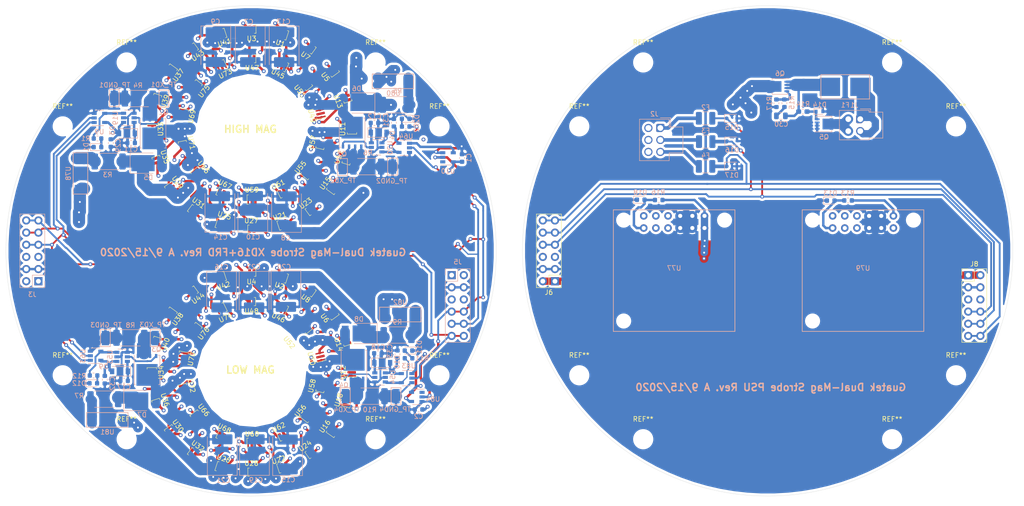
<source format=kicad_pcb>
(kicad_pcb (version 20171130) (host pcbnew "(5.1.6)-1")
  (layers (0 F.Cu signal) (1 In1.Cu signal) (2 In2.Cu signal) (31 B.Cu signal) (34 B.Paste user) (35 F.Paste user) (36 B.SilkS user) (37 F.SilkS user) (38 B.Mask user) (39 F.Mask user) (44 Edge.Cuts user))
  (net 0 "")
  (net 1 GND)
  (net 2 "Net-(D1-Pad2)")
  (net 3 "Net-(D2-Pad2)")
  (net 4 "Net-(D11-Pad2)")
  (net 5 "Net-(D12-Pad2)")
  (net 6 "Net-(D13-Pad2)")
  (net 7 "Net-(D14-Pad1)")
  (net 8 "Net-(D18-Pad2)")
  (net 9 /Vin+)
  (net 10 /Vin-)
  (net 11 /XD16_FET_HIGH_MAG)
  (net 12 "Net-(Q1-Pad4)")
  (net 13 "Net-(Q1-Pad1)")
  (net 14 "Net-(Q2-Pad1)")
  (net 15 "Net-(Q2-Pad4)")
  (net 16 /FRD_FET_HIGH_MAG)
  (net 17 /XD16_FET_LOW_MAG)
  (net 18 "Net-(Q3-Pad4)")
  (net 19 "Net-(Q3-Pad1)")
  (net 20 "Net-(Q4-Pad1)")
  (net 21 "Net-(Q4-Pad4)")
  (net 22 /FRD_FET_LOW_MAG)
  (net 23 "Net-(Q6-Pad4)")
  (net 24 /Vin_RP)
  (net 25 "Net-(R1-Pad1)")
  (net 26 "Net-(R2-Pad1)")
  (net 27 /3.3V_FRD)
  (net 28 "Net-(R11-Pad1)")
  (net 29 "Net-(R12-Pad1)")
  (net 30 VCC)
  (net 31 "Net-(U1-Pad3)")
  (net 32 "Net-(U2-Pad3)")
  (net 33 "Net-(U5-Pad3)")
  (net 34 "Net-(U6-Pad3)")
  (net 35 /TRIG_TYPE_P)
  (net 36 "Net-(U11-Pad3)")
  (net 37 "Net-(U12-Pad3)")
  (net 38 "Net-(U15-Pad3)")
  (net 39 "Net-(U16-Pad3)")
  (net 40 "Net-(U21-Pad3)")
  (net 41 "Net-(U22-Pad3)")
  (net 42 "Net-(U25-Pad3)")
  (net 43 "Net-(U26-Pad3)")
  (net 44 "Net-(U29-Pad3)")
  (net 45 "Net-(U30-Pad3)")
  (net 46 "Net-(U33-Pad3)")
  (net 47 "Net-(U34-Pad3)")
  (net 48 "Net-(U37-Pad3)")
  (net 49 "Net-(U38-Pad3)")
  (net 50 "Net-(U41-Pad3)")
  (net 51 "Net-(U42-Pad3)")
  (net 52 "Net-(U45-Pad3)")
  (net 53 "Net-(U46-Pad3)")
  (net 54 "Net-(U49-Pad3)")
  (net 55 "Net-(U50-Pad3)")
  (net 56 "Net-(C17-Pad2)")
  (net 57 "Net-(C18-Pad2)")
  (net 58 "Net-(U55-Pad3)")
  (net 59 "Net-(U56-Pad3)")
  (net 60 "Net-(U59-Pad3)")
  (net 61 "Net-(U60-Pad3)")
  (net 62 "Net-(U65-Pad3)")
  (net 63 "Net-(U66-Pad3)")
  (net 64 "Net-(U69-Pad3)")
  (net 65 "Net-(U70-Pad3)")
  (net 66 "Net-(U73-Pad3)")
  (net 67 "Net-(U74-Pad3)")
  (net 68 "Net-(U77-Pad11)")
  (net 69 "Net-(U77-Pad10)")
  (net 70 "Net-(U77-Pad9)")
  (net 71 "Net-(U79-Pad9)")
  (net 72 "Net-(U79-Pad10)")
  (net 73 "Net-(U79-Pad11)")
  (net 74 "Net-(C30-Pad1)")
  (net 75 "Net-(C30-Pad2)")
  (net 76 "Net-(C11-Pad1)")
  (net 77 "Net-(C12-Pad1)")
  (net 78 /TRIG_HIGH_MAG_P)
  (net 79 /TRIG_LOW_MAG_P)
  (net 80 "Net-(J2-Pad6)")
  (net 81 "Net-(J2-Pad5)")
  (net 82 "Net-(J2-Pad4)")
  (net 83 "Net-(F4-Pad2)")
  (net 84 "Net-(F3-Pad2)")
  (net 85 "Net-(F2-Pad2)")
  (net 86 /GND_PSU)
  (net 87 /TRIG_TYPE_P_PSU)
  (net 88 /TRIG_LOW_MAG_P_PSU)
  (net 89 /TRIG_HIGH_MAG_P_PSU)
  (net 90 /3.3V_FRD_STROBE)
  (net 91 /5V_XD16)
  (net 92 /VXD16_HIGH_MAG)
  (net 93 /VFRD_HIGH_MAG)
  (net 94 /VXD16_LOW_MAG)
  (net 95 /VFRD_LOW_MAG)
  (net 96 "Net-(R3-Pad2)")
  (net 97 "Net-(R5-Pad2)")
  (net 98 "Net-(R7-Pad2)")
  (net 99 "Net-(R9-Pad2)")
  (net 100 "Net-(U10-Pad4)")
  (net 101 "Net-(U83-Pad1)")
  (module Capacitor_SMD:C_0603_1608Metric (layer B.Cu) (at 44.075 -19.4 90)
    (fp_text reference C1 (at 0 1.43 90) (layer B.SilkS) (effects (justify mirror)))
    (fp_text value "0.1 uF")
    (pad 2 smd roundrect (at 0.7875 0 90) (size 0.875 0.95) (layers B.Cu B.Paste B.Mask) (net 1 GND))
    (pad 1 smd roundrect (at -0.7875 0 90) (size 0.875 0.95) (layers B.Cu B.Paste B.Mask) (net 30 VCC))
  )
  (module Package_TO_SOT_SMD:SOT-23-5 (layer B.Cu) (at 32 -21.525 180)
    (fp_text reference U64 (at -0.4 2.4) (layer B.SilkS) (effects (justify mirror)))
    (fp_text value 74AHCT1G08)
    (pad 5 smd rect (at 1.1 0.95 180) (size 1.06 0.65) (layers B.Cu B.Paste B.Mask) (net 30 VCC))
    (pad 4 smd rect (at 1.1 -0.95 180) (size 1.06 0.65) (layers B.Cu B.Paste B.Mask) (net 26 "Net-(R2-Pad1)"))
    (pad 3 smd rect (at -1.1 -0.95 180) (size 1.06 0.65) (layers B.Cu B.Paste B.Mask) (net 1 GND))
    (pad 2 smd rect (at -1.1 0 180) (size 1.06 0.65) (layers B.Cu B.Paste B.Mask) (net 78 /TRIG_HIGH_MAG_P))
    (pad 1 smd rect (at -1.1 0.95 180) (size 1.06 0.65) (layers B.Cu B.Paste B.Mask) (net 100 "Net-(U10-Pad4)"))
  )
  (module Package_TO_SOT_SMD:SOT-23-5 (layer B.Cu) (at 41.15 -19.55)
    (fp_text reference U10 (at 0 2.9) (layer B.SilkS) (effects (justify mirror)))
    (fp_text value 74AHCT1G14)
    (pad 5 smd rect (at 1.1 0.95) (size 1.06 0.65) (layers B.Cu B.Paste B.Mask) (net 30 VCC))
    (pad 4 smd rect (at 1.1 -0.95) (size 1.06 0.65) (layers B.Cu B.Paste B.Mask) (net 100 "Net-(U10-Pad4)"))
    (pad 3 smd rect (at -1.1 -0.95) (size 1.06 0.65) (layers B.Cu B.Paste B.Mask) (net 1 GND))
    (pad 2 smd rect (at -1.1 0) (size 1.06 0.65) (layers B.Cu B.Paste B.Mask) (net 35 /TRIG_TYPE_P))
    (pad 1 smd rect (at -1.1 0.95) (size 1.06 0.65) (layers B.Cu B.Paste B.Mask))
  )
  (module Capacitor_SMD:C_0603_1608Metric (layer B.Cu) (at 35 33.15)
    (fp_text reference C2 (at 0 1.43) (layer B.SilkS) (effects (justify mirror)))
    (fp_text value "0.1 uF")
    (pad 2 smd roundrect (at 0.7875 0) (size 0.875 0.95) (layers B.Cu B.Paste B.Mask) (net 30 VCC))
    (pad 1 smd roundrect (at -0.7875 0) (size 0.875 0.95) (layers B.Cu B.Paste B.Mask) (net 1 GND))
  )
  (module Package_TO_SOT_SMD:SOT-23-5 (layer B.Cu) (at 34.625 30.525 180)
    (fp_text reference U84 (at -3.375 -0.475) (layer B.SilkS) (effects (justify mirror)))
    (fp_text value 74AHCT1G14)
    (pad 5 smd rect (at 1.1 0.95 180) (size 1.06 0.65) (layers B.Cu B.Paste B.Mask) (net 30 VCC))
    (pad 4 smd rect (at 1.1 -0.95 180) (size 1.06 0.65) (layers B.Cu B.Paste B.Mask) (net 101 "Net-(U83-Pad1)"))
    (pad 3 smd rect (at -1.1 -0.95 180) (size 1.06 0.65) (layers B.Cu B.Paste B.Mask) (net 1 GND))
    (pad 2 smd rect (at -1.1 0 180) (size 1.06 0.65) (layers B.Cu B.Paste B.Mask) (net 35 /TRIG_TYPE_P))
    (pad 1 smd rect (at -1.1 0.95 180) (size 1.06 0.65) (layers B.Cu B.Paste B.Mask))
  )
  (module Package_TO_SOT_SMD:SOT-23-5 (layer B.Cu) (at 32.5 26.6 180)
    (fp_text reference U83 (at -0.45 2.55) (layer B.SilkS) (effects (justify mirror)))
    (fp_text value 74AHCT1G08)
    (pad 5 smd rect (at 1.1 0.95 180) (size 1.06 0.65) (layers B.Cu B.Paste B.Mask) (net 30 VCC))
    (pad 4 smd rect (at 1.1 -0.95 180) (size 1.06 0.65) (layers B.Cu B.Paste B.Mask) (net 28 "Net-(R11-Pad1)"))
    (pad 3 smd rect (at -1.1 -0.95 180) (size 1.06 0.65) (layers B.Cu B.Paste B.Mask) (net 1 GND))
    (pad 2 smd rect (at -1.1 0 180) (size 1.06 0.65) (layers B.Cu B.Paste B.Mask) (net 79 /TRIG_LOW_MAG_P))
    (pad 1 smd rect (at -1.1 0.95 180) (size 1.06 0.65) (layers B.Cu B.Paste B.Mask) (net 101 "Net-(U83-Pad1)"))
  )
  (module MountingHole:MountingHole_3.2mm_M3 (layer F.Cu) (at 147.32 26.0096)
    (fp_text reference REF** (at 0 -4.2) (layer F.SilkS))
    (fp_text value MountingHole_3.2mm_M3)
    (pad 1 np_thru_hole circle (at 0 0) (size 3.2 3.2) (drill 3.2) (layers *.Cu *.Mask))
  )
  (module MountingHole:MountingHole_3.2mm_M3 (layer F.Cu) (at 133.9596 39.37)
    (fp_text reference REF** (at 0 -4.2) (layer F.SilkS))
    (fp_text value MountingHole_3.2mm_M3)
    (pad 1 np_thru_hole circle (at 0 0) (size 3.2 3.2) (drill 3.2) (layers *.Cu *.Mask))
  )
  (module MountingHole:MountingHole_3.2mm_M3 (layer F.Cu) (at 81.9404 39.37)
    (fp_text reference REF** (at 0 -4.2) (layer F.SilkS))
    (fp_text value MountingHole_3.2mm_M3)
    (pad 1 np_thru_hole circle (at 0 0) (size 3.2 3.2) (drill 3.2) (layers *.Cu *.Mask))
  )
  (module MountingHole:MountingHole_3.2mm_M3 (layer F.Cu) (at 68.58 26.0096)
    (fp_text reference REF** (at 0 -4.2) (layer F.SilkS))
    (fp_text value MountingHole_3.2mm_M3)
    (pad 1 np_thru_hole circle (at 0 0) (size 3.2 3.2) (drill 3.2) (layers *.Cu *.Mask))
  )
  (module MountingHole:MountingHole_3.2mm_M3 (layer F.Cu) (at 147.32 -26.0096)
    (fp_text reference REF** (at 0 -4.2) (layer F.SilkS))
    (fp_text value MountingHole_3.2mm_M3)
    (pad 1 np_thru_hole circle (at 0 0) (size 3.2 3.2) (drill 3.2) (layers *.Cu *.Mask))
  )
  (module MountingHole:MountingHole_3.2mm_M3 (layer F.Cu) (at 133.9596 -39.37)
    (fp_text reference REF** (at 0 -4.2) (layer F.SilkS))
    (fp_text value MountingHole_3.2mm_M3)
    (pad 1 np_thru_hole circle (at 0 0) (size 3.2 3.2) (drill 3.2) (layers *.Cu *.Mask))
  )
  (module MountingHole:MountingHole_3.2mm_M3 (layer F.Cu) (at 68.58 -26.0096)
    (fp_text reference REF** (at 0 -4.2) (layer F.SilkS))
    (fp_text value MountingHole_3.2mm_M3)
    (pad 1 np_thru_hole circle (at 0 0) (size 3.2 3.2) (drill 3.2) (layers *.Cu *.Mask))
  )
  (module MountingHole:MountingHole_3.2mm_M3 (layer F.Cu) (at 81.9404 -39.37)
    (fp_text reference REF** (at 0 -4.2) (layer F.SilkS))
    (fp_text value MountingHole_3.2mm_M3)
    (pad 1 np_thru_hole circle (at 0 0) (size 3.2 3.2) (drill 3.2) (layers *.Cu *.Mask))
  )
  (module MountingHole:MountingHole_3.2mm_M3 (layer F.Cu) (at -26.0096 39.37)
    (fp_text reference REF** (at 0 -4.2) (layer F.SilkS))
    (fp_text value MountingHole_3.2mm_M3)
    (pad 1 np_thru_hole circle (at 0 0) (size 3.2 3.2) (drill 3.2) (layers *.Cu *.Mask))
  )
  (module MountingHole:MountingHole_3.2mm_M3 (layer F.Cu) (at -39.37 26.0096)
    (fp_text reference REF** (at 0 -4.2) (layer F.SilkS))
    (fp_text value MountingHole_3.2mm_M3)
    (pad 1 np_thru_hole circle (at 0 0) (size 3.2 3.2) (drill 3.2) (layers *.Cu *.Mask))
  )
  (module MountingHole:MountingHole_3.2mm_M3 (layer F.Cu) (at 39.37 26.0096)
    (fp_text reference REF** (at 0 -4.2) (layer F.SilkS))
    (fp_text value MountingHole_3.2mm_M3)
    (pad 1 np_thru_hole circle (at 0 0) (size 3.2 3.2) (drill 3.2) (layers *.Cu *.Mask))
  )
  (module MountingHole:MountingHole_3.2mm_M3 (layer F.Cu) (at 26.0096 39.37)
    (fp_text reference REF** (at 0 -4.2) (layer F.SilkS))
    (fp_text value MountingHole_3.2mm_M3)
    (pad 1 np_thru_hole circle (at 0 0) (size 3.2 3.2) (drill 3.2) (layers *.Cu *.Mask))
  )
  (module MountingHole:MountingHole_3.2mm_M3 (layer F.Cu) (at -39.37 -26.0096)
    (fp_text reference REF** (at 0 -4.2) (layer F.SilkS))
    (fp_text value MountingHole_3.2mm_M3)
    (pad 1 np_thru_hole circle (at 0 0) (size 3.2 3.2) (drill 3.2) (layers *.Cu *.Mask))
  )
  (module MountingHole:MountingHole_3.2mm_M3 (layer F.Cu) (at -26.0096 -39.37)
    (fp_text reference REF** (at 0 -4.2) (layer F.SilkS))
    (fp_text value MountingHole_3.2mm_M3)
    (pad 1 np_thru_hole circle (at 0 0) (size 3.2 3.2) (drill 3.2) (layers *.Cu *.Mask))
  )
  (module MountingHole:MountingHole_3.2mm_M3 (layer F.Cu) (at 39.37 -26.0096)
    (fp_text reference REF** (at 0 -4.2) (layer F.SilkS))
    (fp_text value MountingHole_3.2mm_M3)
    (pad 1 np_thru_hole circle (at 0 0) (size 3.2 3.2) (drill 3.2) (layers *.Cu *.Mask))
  )
  (module MountingHole:MountingHole_3.2mm_M3 (layer F.Cu) (at 26.0096 -39.37)
    (fp_text reference REF** (at 0 -4.2) (layer F.SilkS))
    (fp_text value MountingHole_3.2mm_M3)
    (pad 1 np_thru_hole circle (at 0 0) (size 3.2 3.2) (drill 3.2) (layers *.Cu *.Mask))
  )
  (module Package_TO_SOT_SMD:TDSON-8-1 (layer B.Cu) (at -20.5 -24.55 270)
    (fp_text reference Q1 (at -4.425 -2.225 180) (layer B.SilkS) (effects (justify mirror)))
    (fp_text value BSC028N06LS3)
    (pad 5 smd rect (at 1.05 0 270) (size 4.55 4.41) (layers B.Cu) (net 11 /XD16_FET_HIGH_MAG))
    (pad 4 smd rect (at -2.9 -1.905 270) (size 0.85 0.5) (layers B.Cu B.Paste B.Mask) (net 12 "Net-(Q1-Pad4)"))
    (pad 3 smd rect (at -2.9 -0.635 270) (size 0.85 0.5) (layers B.Cu B.Paste B.Mask) (net 13 "Net-(Q1-Pad1)"))
    (pad 2 smd rect (at -2.9 0.635 270) (size 0.85 0.5) (layers B.Cu B.Paste B.Mask) (net 13 "Net-(Q1-Pad1)"))
    (pad 1 smd rect (at -2.9 1.905 270) (size 0.85 0.5) (layers B.Cu B.Paste B.Mask) (net 13 "Net-(Q1-Pad1)"))
  )
  (module LED_SMD:LED_0603_1608Metric (layer B.Cu) (at -32.1 -21.675)
    (fp_text reference D1 (at -2.375 0 -90) (layer B.SilkS) (effects (justify mirror)))
    (fp_text value White)
    (pad 2 smd roundrect (at 0.7875 0) (size 0.875 0.95) (layers B.Cu B.Paste B.Mask) (net 2 "Net-(D1-Pad2)"))
    (pad 1 smd roundrect (at -0.7875 0) (size 0.875 0.95) (layers B.Cu B.Paste B.Mask) (net 1 GND))
  )
  (module Resistor_SMD:R_0603_1608Metric (layer B.Cu) (at -32.1 -23.475)
    (fp_text reference R1 (at -2.475 0) (layer B.SilkS) (effects (justify mirror)))
    (fp_text value 1250)
    (pad 1 smd roundrect (at -0.7875 0) (size 0.875 0.95) (layers B.Cu B.Paste B.Mask) (net 25 "Net-(R1-Pad1)"))
    (pad 2 smd roundrect (at 0.7875 0) (size 0.875 0.95) (layers B.Cu B.Paste B.Mask) (net 2 "Net-(D1-Pad2)"))
  )
  (module ProjectFootprints:TestPoint_519xTR (layer B.Cu) (at -18.225 -31.825 270)
    (fp_text reference TP_XD1 (at -2.9 0.05 180) (layer B.SilkS) (effects (justify mirror)))
    (fp_text value TestPointPuple)
    (pad 1 smd rect (at 0 0 270) (size 3 1.5) (layers B.Cu B.Paste B.Mask) (net 13 "Net-(Q1-Pad1)"))
  )
  (module Resistor_SMD:R_2512_6332Metric (layer B.Cu) (at -29.775 -18.675 180)
    (fp_text reference R3 (at 0.2 -2.775) (layer B.SilkS) (effects (justify mirror)))
    (fp_text value "1 Ohm, 2W")
    (pad 2 smd roundrect (at 2.9 0 180) (size 1.35 3.35) (layers B.Cu B.Paste B.Mask) (roundrect_rratio 0.185185) (net 96 "Net-(R3-Pad2)"))
    (pad 1 smd roundrect (at -2.9 0 180) (size 1.35 3.35) (layers B.Cu B.Paste B.Mask) (roundrect_rratio 0.185185) (net 92 /VXD16_HIGH_MAG))
  )
  (module ProjectFootprints:TestPoint_519xTR (layer B.Cu) (at -28.6 -31.95 270)
    (fp_text reference TP_GND1 (at -2.7 -0.075 180) (layer B.SilkS) (effects (justify mirror)))
    (fp_text value TestPointBlack)
    (pad 1 smd rect (at 0 0 270) (size 3 1.5) (layers B.Cu B.Paste B.Mask) (net 1 GND))
  )
  (module Package_TO_SOT_SMD:SOT-23-5 (layer B.Cu) (at -31.7 -27.775)
    (fp_text reference U9 (at 0 2.9) (layer B.SilkS) (effects (justify mirror)))
    (fp_text value 74AHCT1G08)
    (pad 5 smd rect (at 1.1 0.95) (size 1.06 0.65) (layers B.Cu B.Paste B.Mask) (net 30 VCC))
    (pad 4 smd rect (at 1.1 -0.95) (size 1.06 0.65) (layers B.Cu B.Paste B.Mask) (net 25 "Net-(R1-Pad1)"))
    (pad 3 smd rect (at -1.1 -0.95) (size 1.06 0.65) (layers B.Cu B.Paste B.Mask) (net 1 GND))
    (pad 2 smd rect (at -1.1 0) (size 1.06 0.65) (layers B.Cu B.Paste B.Mask) (net 78 /TRIG_HIGH_MAG_P))
    (pad 1 smd rect (at -1.1 0.95) (size 1.06 0.65) (layers B.Cu B.Paste B.Mask) (net 35 /TRIG_TYPE_P))
  )
  (module Package_TO_SOT_SMD:SOT-23-6 (layer B.Cu) (at -25.55 -27.8)
    (fp_text reference U19 (at -2.825 0.05 -90) (layer B.SilkS) (effects (justify mirror)))
    (fp_text value LTC4440-5ES6)
    (pad 5 smd rect (at 1.1 0) (size 1.06 0.65) (layers B.Cu B.Paste B.Mask) (net 12 "Net-(Q1-Pad4)"))
    (pad 6 smd rect (at 1.1 0.95) (size 1.06 0.65) (layers B.Cu B.Paste B.Mask) (net 76 "Net-(C11-Pad1)"))
    (pad 4 smd rect (at 1.1 -0.95) (size 1.06 0.65) (layers B.Cu B.Paste B.Mask) (net 1 GND))
    (pad 3 smd rect (at -1.1 -0.95) (size 1.06 0.65) (layers B.Cu B.Paste B.Mask) (net 25 "Net-(R1-Pad1)"))
    (pad 2 smd rect (at -1.1 0) (size 1.06 0.65) (layers B.Cu B.Paste B.Mask) (net 1 GND))
    (pad 1 smd rect (at -1.1 0.95) (size 1.06 0.65) (layers B.Cu B.Paste B.Mask) (net 30 VCC))
  )
  (module Diode_SMD:D_SOD-123 (layer B.Cu) (at -25.95 -24.55 180)
    (fp_text reference D3 (at 3.05 0.625 -90) (layer B.SilkS) (effects (justify mirror)))
    (fp_text value BAV3004W)
    (pad 2 smd rect (at 1.65 0 180) (size 0.9 1.2) (layers B.Cu B.Paste B.Mask) (net 30 VCC))
    (pad 1 smd rect (at -1.65 0 180) (size 0.9 1.2) (layers B.Cu B.Paste B.Mask) (net 76 "Net-(C11-Pad1)"))
  )
  (module Diode_SMD:D_PowerDI-5 (layer B.Cu) (at -21.475 -18.325)
    (fp_text reference D5 (at 0 3) (layer B.SilkS) (effects (justify mirror)))
    (fp_text value PDS760Q)
    (pad 2 smd rect (at 2.862 0.92 180) (size 1.4 1.39) (layers B.Cu B.Paste B.Mask) (net 11 /XD16_FET_HIGH_MAG))
    (pad 2 smd rect (at 2.862 -0.92 180) (size 1.4 1.39) (layers B.Cu B.Paste B.Mask) (net 11 /XD16_FET_HIGH_MAG))
    (pad 1 smd rect (at -1.12 0 180) (size 4.86 3.36) (layers B.Cu B.Paste B.Mask) (net 92 /VXD16_HIGH_MAG))
  )
  (module Capacitor_SMD:C_0603_1608Metric (layer B.Cu) (at -25.075 -22.55 180)
    (fp_text reference C11 (at 0.05 -1.3 180) (layer B.SilkS) (effects (justify mirror)))
    (fp_text value "0.22 uF")
    (pad 1 smd roundrect (at -0.7875 0 180) (size 0.875 0.95) (layers B.Cu B.Paste B.Mask) (net 76 "Net-(C11-Pad1)"))
    (pad 2 smd roundrect (at 0.7875 0 180) (size 0.875 0.95) (layers B.Cu B.Paste B.Mask) (net 1 GND))
  )
  (module Capacitor_SMD:C_0603_1608Metric (layer B.Cu) (at -29.325 -22.525 270)
    (fp_text reference C29 (at 0.5 -1.525 90) (layer B.SilkS) (effects (justify mirror)))
    (fp_text value "0.1 uF")
    (pad 2 smd roundrect (at 0.7875 0 270) (size 0.875 0.95) (layers B.Cu B.Paste B.Mask) (net 1 GND))
    (pad 1 smd roundrect (at -0.7875 0 270) (size 0.875 0.95) (layers B.Cu B.Paste B.Mask) (net 30 VCC))
  )
  (module Resistor_SMD:R_2512_6332Metric (layer B.Cu) (at -23.475 -31.825 180)
    (fp_text reference R4 (at 0.1724 2.7444) (layer B.SilkS) (effects (justify mirror)))
    (fp_text value ".01 Ohm,  2W")
    (pad 2 smd roundrect (at 2.9 0 180) (size 1.35 3.35) (layers B.Cu B.Paste B.Mask) (roundrect_rratio 0.185185) (net 1 GND))
    (pad 1 smd roundrect (at -2.9 0 180) (size 1.35 3.35) (layers B.Cu B.Paste B.Mask) (roundrect_rratio 0.185185) (net 13 "Net-(Q1-Pad1)"))
  )
  (module ProjectFootprints:SA72SB0 (layer B.Cu) (at 31.1658 13.3096)
    (fp_text reference U82 (at 0 -2.54) (layer B.SilkS) (effects (justify mirror)))
    (fp_text value SA72SB0)
    (pad 4 smd rect (at 3.2 0.75) (size 1.6 0.9) (layers B.Cu B.Paste B.Mask) (net 99 "Net-(R9-Pad2)"))
    (pad 3 smd rect (at 3.2 -0.75) (size 1.6 0.9) (layers B.Cu B.Paste B.Mask) (net 99 "Net-(R9-Pad2)"))
    (pad 2 smd rect (at -3.2 -0.75) (size 1.6 0.9) (layers B.Cu B.Paste B.Mask) (net 90 /3.3V_FRD_STROBE))
    (pad 1 smd rect (at -3.2 0.75) (size 1.6 0.9) (layers B.Cu B.Paste B.Mask) (net 90 /3.3V_FRD_STROBE))
  )
  (module ProjectFootprints:SA72SB0 (layer B.Cu) (at -30.0482 35.3314 180)
    (fp_text reference U81 (at 0 -2.54) (layer B.SilkS) (effects (justify mirror)))
    (fp_text value SA72SB0)
    (pad 4 smd rect (at 3.2 0.75 180) (size 1.6 0.9) (layers B.Cu B.Paste B.Mask) (net 98 "Net-(R7-Pad2)"))
    (pad 3 smd rect (at 3.2 -0.75 180) (size 1.6 0.9) (layers B.Cu B.Paste B.Mask) (net 98 "Net-(R7-Pad2)"))
    (pad 2 smd rect (at -3.2 -0.75 180) (size 1.6 0.9) (layers B.Cu B.Paste B.Mask) (net 30 VCC))
    (pad 1 smd rect (at -3.2 0.75 180) (size 1.6 0.9) (layers B.Cu B.Paste B.Mask) (net 30 VCC))
  )
  (module ProjectFootprints:SA72SB0 (layer B.Cu) (at 29.6418 -35.433)
    (fp_text reference U80 (at 0.1016 2.4892) (layer B.SilkS) (effects (justify mirror)))
    (fp_text value SA72SB0)
    (pad 4 smd rect (at 3.2 0.75) (size 1.6 0.9) (layers B.Cu B.Paste B.Mask) (net 97 "Net-(R5-Pad2)"))
    (pad 3 smd rect (at 3.2 -0.75) (size 1.6 0.9) (layers B.Cu B.Paste B.Mask) (net 97 "Net-(R5-Pad2)"))
    (pad 2 smd rect (at -3.2 -0.75) (size 1.6 0.9) (layers B.Cu B.Paste B.Mask) (net 90 /3.3V_FRD_STROBE))
    (pad 1 smd rect (at -3.2 0.75) (size 1.6 0.9) (layers B.Cu B.Paste B.Mask) (net 90 /3.3V_FRD_STROBE))
  )
  (module Connector_PinHeader_2.54mm:PinHeader_2x06_P2.54mm_Vertical (layer F.Cu) (at 63.5 6.35 180)
    (fp_text reference J6 (at 1.27 -2.33) (layer F.SilkS))
    (fp_text value "Board Stack")
    (pad 12 thru_hole oval (at 2.54 12.7 180) (size 1.7 1.7) (drill 1) (layers *.Cu *.Mask) (net 89 /TRIG_HIGH_MAG_P_PSU))
    (pad 11 thru_hole oval (at 0 12.7 180) (size 1.7 1.7) (drill 1) (layers *.Cu *.Mask) (net 89 /TRIG_HIGH_MAG_P_PSU))
    (pad 10 thru_hole oval (at 2.54 10.16 180) (size 1.7 1.7) (drill 1) (layers *.Cu *.Mask) (net 88 /TRIG_LOW_MAG_P_PSU))
    (pad 9 thru_hole oval (at 0 10.16 180) (size 1.7 1.7) (drill 1) (layers *.Cu *.Mask) (net 88 /TRIG_LOW_MAG_P_PSU))
    (pad 8 thru_hole oval (at 2.54 7.62 180) (size 1.7 1.7) (drill 1) (layers *.Cu *.Mask) (net 87 /TRIG_TYPE_P_PSU))
    (pad 7 thru_hole oval (at 0 7.62 180) (size 1.7 1.7) (drill 1) (layers *.Cu *.Mask) (net 87 /TRIG_TYPE_P_PSU))
    (pad 6 thru_hole oval (at 2.54 5.08 180) (size 1.7 1.7) (drill 1) (layers *.Cu *.Mask) (net 27 /3.3V_FRD))
    (pad 5 thru_hole oval (at 0 5.08 180) (size 1.7 1.7) (drill 1) (layers *.Cu *.Mask) (net 27 /3.3V_FRD))
    (pad 4 thru_hole oval (at 2.54 2.54 180) (size 1.7 1.7) (drill 1) (layers *.Cu *.Mask) (net 86 /GND_PSU))
    (pad 3 thru_hole oval (at 0 2.54 180) (size 1.7 1.7) (drill 1) (layers *.Cu *.Mask) (net 86 /GND_PSU))
    (pad 2 thru_hole oval (at 2.54 0 180) (size 1.7 1.7) (drill 1) (layers *.Cu *.Mask) (net 91 /5V_XD16))
    (pad 1 thru_hole rect (at 0 0 180) (size 1.7 1.7) (drill 1) (layers *.Cu *.Mask) (net 91 /5V_XD16))
  )
  (module Package_TO_SOT_SMD:SOT-23-6 (layer B.Cu) (at 26.9518 26.4462 180)
    (fp_text reference U54 (at -2.65 0.075 90) (layer B.SilkS) (effects (justify mirror)))
    (fp_text value LTC4440-5ES6)
    (pad 1 smd rect (at -1.1 0.95 180) (size 1.06 0.65) (layers B.Cu B.Paste B.Mask) (net 30 VCC))
    (pad 2 smd rect (at -1.1 0 180) (size 1.06 0.65) (layers B.Cu B.Paste B.Mask) (net 1 GND))
    (pad 3 smd rect (at -1.1 -0.95 180) (size 1.06 0.65) (layers B.Cu B.Paste B.Mask) (net 28 "Net-(R11-Pad1)"))
    (pad 4 smd rect (at 1.1 -0.95 180) (size 1.06 0.65) (layers B.Cu B.Paste B.Mask) (net 1 GND))
    (pad 6 smd rect (at 1.1 0.95 180) (size 1.06 0.65) (layers B.Cu B.Paste B.Mask) (net 57 "Net-(C18-Pad2)"))
    (pad 5 smd rect (at 1.1 0 180) (size 1.06 0.65) (layers B.Cu B.Paste B.Mask) (net 21 "Net-(Q4-Pad4)"))
  )
  (module LED_SMD:LED_0603_1608Metric (layer B.Cu) (at 32.8893 20.8462 180)
    (fp_text reference D11 (at -2.2625 0.725 90) (layer B.SilkS) (effects (justify mirror)))
    (fp_text value Red)
    (pad 1 smd roundrect (at -0.7875 0 180) (size 0.875 0.95) (layers B.Cu B.Paste B.Mask) (net 1 GND))
    (pad 2 smd roundrect (at 0.7875 0 180) (size 0.875 0.95) (layers B.Cu B.Paste B.Mask) (net 4 "Net-(D11-Pad2)"))
  )
  (module Package_TO_SOT_SMD:TDSON-8-1 (layer B.Cu) (at 21.5018 23.8212 90)
    (fp_text reference Q4 (at -4.275 -2.15) (layer B.SilkS) (effects (justify mirror)))
    (fp_text value BSC028N06LS3)
    (pad 1 smd rect (at -2.9 1.905 90) (size 0.85 0.5) (layers B.Cu B.Paste B.Mask) (net 20 "Net-(Q4-Pad1)"))
    (pad 2 smd rect (at -2.9 0.635 90) (size 0.85 0.5) (layers B.Cu B.Paste B.Mask) (net 20 "Net-(Q4-Pad1)"))
    (pad 3 smd rect (at -2.9 -0.635 90) (size 0.85 0.5) (layers B.Cu B.Paste B.Mask) (net 20 "Net-(Q4-Pad1)"))
    (pad 4 smd rect (at -2.9 -1.905 90) (size 0.85 0.5) (layers B.Cu B.Paste B.Mask) (net 21 "Net-(Q4-Pad4)"))
    (pad 5 smd rect (at 1.05 0 90) (size 4.55 4.41) (layers B.Cu) (net 22 /FRD_FET_LOW_MAG))
  )
  (module Resistor_SMD:R_2512_6332Metric (layer B.Cu) (at 30.6018 17.5962)
    (fp_text reference R9 (at -0.05 -2.7 180) (layer B.SilkS) (effects (justify mirror)))
    (fp_text value "1 Ohm, 2W")
    (pad 2 smd roundrect (at 2.9 0) (size 1.35 3.35) (layers B.Cu B.Paste B.Mask) (roundrect_rratio 0.185185) (net 99 "Net-(R9-Pad2)"))
    (pad 1 smd roundrect (at -2.9 0) (size 1.35 3.35) (layers B.Cu B.Paste B.Mask) (roundrect_rratio 0.185185) (net 95 /VFRD_LOW_MAG))
  )
  (module ProjectFootprints:TestPoint_519xTR (layer B.Cu) (at 19.7018 30.3712 90)
    (fp_text reference TP_XD4 (at -2.8 0.275 180) (layer B.SilkS) (effects (justify mirror)))
    (fp_text value TestPointPuple)
    (pad 1 smd rect (at 0 0 90) (size 3 1.5) (layers B.Cu B.Paste B.Mask) (net 20 "Net-(Q4-Pad1)"))
  )
  (module Resistor_SMD:R_0603_1608Metric (layer B.Cu) (at 32.9018 22.4462)
    (fp_text reference R11 (at 2.8 0 180) (layer B.SilkS) (effects (justify mirror)))
    (fp_text value 1600)
    (pad 2 smd roundrect (at 0.7875 0) (size 0.875 0.95) (layers B.Cu B.Paste B.Mask) (net 4 "Net-(D11-Pad2)"))
    (pad 1 smd roundrect (at -0.7875 0) (size 0.875 0.95) (layers B.Cu B.Paste B.Mask) (net 28 "Net-(R11-Pad1)"))
  )
  (module ProjectFootprints:TestPoint_519xTR (layer B.Cu) (at 30.276801 30.3712 90)
    (fp_text reference TP_GND4 (at -2.75 -0.175) (layer B.SilkS) (effects (justify mirror)))
    (fp_text value TestPointBlack)
    (pad 1 smd rect (at 0 0 90) (size 3 1.5) (layers B.Cu B.Paste B.Mask) (net 1 GND))
  )
  (module Diode_SMD:D_PowerDI-5 (layer B.Cu) (at 22.5268 17.271201 180)
    (fp_text reference D8 (at 0 3 180) (layer B.SilkS) (effects (justify mirror)))
    (fp_text value PDS760Q)
    (pad 1 smd rect (at -1.12 0) (size 4.86 3.36) (layers B.Cu B.Paste B.Mask) (net 95 /VFRD_LOW_MAG))
    (pad 2 smd rect (at 2.862 -0.92) (size 1.4 1.39) (layers B.Cu B.Paste B.Mask) (net 22 /FRD_FET_LOW_MAG))
    (pad 2 smd rect (at 2.862 0.92) (size 1.4 1.39) (layers B.Cu B.Paste B.Mask) (net 22 /FRD_FET_LOW_MAG))
  )
  (module Diode_SMD:D_SOD-123 (layer B.Cu) (at 27.401799 23.3962)
    (fp_text reference D10 (at 3.1 -0.15 90) (layer B.SilkS) (effects (justify mirror)))
    (fp_text value BAV3004W)
    (pad 1 smd rect (at -1.65 0) (size 0.9 1.2) (layers B.Cu B.Paste B.Mask) (net 57 "Net-(C18-Pad2)"))
    (pad 2 smd rect (at 1.65 0) (size 0.9 1.2) (layers B.Cu B.Paste B.Mask) (net 30 VCC))
  )
  (module Capacitor_SMD:C_0603_1608Metric (layer B.Cu) (at 30.5816 21.6154 90)
    (fp_text reference C33 (at 0.7375 -1.6 270) (layer B.SilkS) (effects (justify mirror)))
    (fp_text value "0.1 uF")
    (pad 2 smd roundrect (at 0.7875 0 90) (size 0.875 0.95) (layers B.Cu B.Paste B.Mask) (net 1 GND))
    (pad 1 smd roundrect (at -0.7875 0 90) (size 0.875 0.95) (layers B.Cu B.Paste B.Mask) (net 30 VCC))
  )
  (module Capacitor_SMD:C_0603_1608Metric (layer B.Cu) (at 26.5018 21.4212 180)
    (fp_text reference C18 (at -0.05 1.275 180) (layer B.SilkS) (effects (justify mirror)))
    (fp_text value "0.22 uF")
    (pad 2 smd roundrect (at 0.7875 0 180) (size 0.875 0.95) (layers B.Cu B.Paste B.Mask) (net 57 "Net-(C18-Pad2)"))
    (pad 1 smd roundrect (at -0.7875 0 180) (size 0.875 0.95) (layers B.Cu B.Paste B.Mask) (net 1 GND))
  )
  (module Resistor_SMD:R_2512_6332Metric (layer B.Cu) (at 24.9768 30.3712)
    (fp_text reference R10 (at -0.175 2.825 180) (layer B.SilkS) (effects (justify mirror)))
    (fp_text value ".01 Ohm,  2W")
    (pad 2 smd roundrect (at 2.9 0) (size 1.35 3.35) (layers B.Cu B.Paste B.Mask) (roundrect_rratio 0.185185) (net 1 GND))
    (pad 1 smd roundrect (at -2.9 0) (size 1.35 3.35) (layers B.Cu B.Paste B.Mask) (roundrect_rratio 0.185185) (net 20 "Net-(Q4-Pad1)"))
  )
  (module Connector_PinHeader_2.54mm:PinHeader_2x06_P2.54mm_Vertical (layer F.Cu) (at 149.86 5.08)
    (fp_text reference J8 (at 1.27 -2.33) (layer F.SilkS))
    (fp_text value "Board Stack")
    (pad 12 thru_hole oval (at 2.54 12.7) (size 1.7 1.7) (drill 1) (layers *.Cu *.Mask) (net 89 /TRIG_HIGH_MAG_P_PSU))
    (pad 11 thru_hole oval (at 0 12.7) (size 1.7 1.7) (drill 1) (layers *.Cu *.Mask) (net 89 /TRIG_HIGH_MAG_P_PSU))
    (pad 10 thru_hole oval (at 2.54 10.16) (size 1.7 1.7) (drill 1) (layers *.Cu *.Mask) (net 88 /TRIG_LOW_MAG_P_PSU))
    (pad 9 thru_hole oval (at 0 10.16) (size 1.7 1.7) (drill 1) (layers *.Cu *.Mask) (net 88 /TRIG_LOW_MAG_P_PSU))
    (pad 8 thru_hole oval (at 2.54 7.62) (size 1.7 1.7) (drill 1) (layers *.Cu *.Mask) (net 87 /TRIG_TYPE_P_PSU))
    (pad 7 thru_hole oval (at 0 7.62) (size 1.7 1.7) (drill 1) (layers *.Cu *.Mask) (net 87 /TRIG_TYPE_P_PSU))
    (pad 6 thru_hole oval (at 2.54 5.08) (size 1.7 1.7) (drill 1) (layers *.Cu *.Mask) (net 27 /3.3V_FRD))
    (pad 5 thru_hole oval (at 0 5.08) (size 1.7 1.7) (drill 1) (layers *.Cu *.Mask) (net 27 /3.3V_FRD))
    (pad 4 thru_hole oval (at 2.54 2.54) (size 1.7 1.7) (drill 1) (layers *.Cu *.Mask) (net 86 /GND_PSU))
    (pad 3 thru_hole oval (at 0 2.54) (size 1.7 1.7) (drill 1) (layers *.Cu *.Mask) (net 86 /GND_PSU))
    (pad 2 thru_hole oval (at 2.54 0) (size 1.7 1.7) (drill 1) (layers *.Cu *.Mask) (net 91 /5V_XD16))
    (pad 1 thru_hole rect (at 0 0) (size 1.7 1.7) (drill 1) (layers *.Cu *.Mask) (net 91 /5V_XD16))
  )
  (module Connector_PinSocket_2.54mm:PinSocket_2x06_P2.54mm_Vertical (layer B.Cu) (at 41.91 5.08 180)
    (fp_text reference J5 (at -1.27 2.77) (layer B.SilkS) (effects (justify mirror)))
    (fp_text value "Mating Board Stack")
    (pad 12 thru_hole oval (at -2.54 -12.7 180) (size 1.7 1.7) (drill 1) (layers *.Cu *.Mask) (net 79 /TRIG_LOW_MAG_P))
    (pad 11 thru_hole oval (at 0 -12.7 180) (size 1.7 1.7) (drill 1) (layers *.Cu *.Mask) (net 79 /TRIG_LOW_MAG_P))
    (pad 10 thru_hole oval (at -2.54 -10.16 180) (size 1.7 1.7) (drill 1) (layers *.Cu *.Mask) (net 78 /TRIG_HIGH_MAG_P))
    (pad 9 thru_hole oval (at 0 -10.16 180) (size 1.7 1.7) (drill 1) (layers *.Cu *.Mask) (net 78 /TRIG_HIGH_MAG_P))
    (pad 8 thru_hole oval (at -2.54 -7.62 180) (size 1.7 1.7) (drill 1) (layers *.Cu *.Mask) (net 35 /TRIG_TYPE_P))
    (pad 7 thru_hole oval (at 0 -7.62 180) (size 1.7 1.7) (drill 1) (layers *.Cu *.Mask) (net 35 /TRIG_TYPE_P))
    (pad 6 thru_hole oval (at -2.54 -5.08 180) (size 1.7 1.7) (drill 1) (layers *.Cu *.Mask) (net 90 /3.3V_FRD_STROBE))
    (pad 5 thru_hole oval (at 0 -5.08 180) (size 1.7 1.7) (drill 1) (layers *.Cu *.Mask) (net 90 /3.3V_FRD_STROBE))
    (pad 4 thru_hole oval (at -2.54 -2.54 180) (size 1.7 1.7) (drill 1) (layers *.Cu *.Mask) (net 1 GND))
    (pad 3 thru_hole oval (at 0 -2.54 180) (size 1.7 1.7) (drill 1) (layers *.Cu *.Mask) (net 1 GND))
    (pad 2 thru_hole oval (at -2.54 0 180) (size 1.7 1.7) (drill 1) (layers *.Cu *.Mask) (net 30 VCC))
    (pad 1 thru_hole rect (at 0 0 180) (size 1.7 1.7) (drill 1) (layers *.Cu *.Mask) (net 30 VCC))
  )
  (module Connector_PinSocket_2.54mm:PinSocket_2x06_P2.54mm_Vertical (layer B.Cu) (at -44.45 6.35)
    (fp_text reference J3 (at -1.27 2.77) (layer B.SilkS) (effects (justify mirror)))
    (fp_text value "Mating Board Stack")
    (pad 12 thru_hole oval (at -2.54 -12.7) (size 1.7 1.7) (drill 1) (layers *.Cu *.Mask) (net 79 /TRIG_LOW_MAG_P))
    (pad 11 thru_hole oval (at 0 -12.7) (size 1.7 1.7) (drill 1) (layers *.Cu *.Mask) (net 79 /TRIG_LOW_MAG_P))
    (pad 10 thru_hole oval (at -2.54 -10.16) (size 1.7 1.7) (drill 1) (layers *.Cu *.Mask) (net 78 /TRIG_HIGH_MAG_P))
    (pad 9 thru_hole oval (at 0 -10.16) (size 1.7 1.7) (drill 1) (layers *.Cu *.Mask) (net 78 /TRIG_HIGH_MAG_P))
    (pad 8 thru_hole oval (at -2.54 -7.62) (size 1.7 1.7) (drill 1) (layers *.Cu *.Mask) (net 35 /TRIG_TYPE_P))
    (pad 7 thru_hole oval (at 0 -7.62) (size 1.7 1.7) (drill 1) (layers *.Cu *.Mask) (net 35 /TRIG_TYPE_P))
    (pad 6 thru_hole oval (at -2.54 -5.08) (size 1.7 1.7) (drill 1) (layers *.Cu *.Mask) (net 90 /3.3V_FRD_STROBE))
    (pad 5 thru_hole oval (at 0 -5.08) (size 1.7 1.7) (drill 1) (layers *.Cu *.Mask) (net 90 /3.3V_FRD_STROBE))
    (pad 4 thru_hole oval (at -2.54 -2.54) (size 1.7 1.7) (drill 1) (layers *.Cu *.Mask) (net 1 GND))
    (pad 3 thru_hole oval (at 0 -2.54) (size 1.7 1.7) (drill 1) (layers *.Cu *.Mask) (net 1 GND))
    (pad 2 thru_hole oval (at -2.54 0) (size 1.7 1.7) (drill 1) (layers *.Cu *.Mask) (net 30 VCC))
    (pad 1 thru_hole rect (at 0 0) (size 1.7 1.7) (drill 1) (layers *.Cu *.Mask) (net 30 VCC))
  )
  (module Resistor_SMD:R_1210_3225Metric (layer B.Cu) (at 94.975 -17.65 180)
    (fp_text reference F4 (at 0 2.28) (layer B.SilkS) (effects (justify mirror)))
    (fp_text value PTC)
    (pad 2 smd roundrect (at 1.4 0 180) (size 1.25 2.65) (layers B.Cu B.Paste B.Mask) (roundrect_rratio 0.2) (net 83 "Net-(F4-Pad2)"))
    (pad 1 smd roundrect (at -1.4 0 180) (size 1.25 2.65) (layers B.Cu B.Paste B.Mask) (roundrect_rratio 0.2) (net 89 /TRIG_HIGH_MAG_P_PSU))
  )
  (module Resistor_SMD:R_1210_3225Metric (layer B.Cu) (at 95 -22.825 180)
    (fp_text reference F3 (at 0 2.28) (layer B.SilkS) (effects (justify mirror)))
    (fp_text value PTC)
    (pad 2 smd roundrect (at 1.4 0 180) (size 1.25 2.65) (layers B.Cu B.Paste B.Mask) (roundrect_rratio 0.2) (net 84 "Net-(F3-Pad2)"))
    (pad 1 smd roundrect (at -1.4 0 180) (size 1.25 2.65) (layers B.Cu B.Paste B.Mask) (roundrect_rratio 0.2) (net 88 /TRIG_LOW_MAG_P_PSU))
  )
  (module Resistor_SMD:R_1210_3225Metric (layer B.Cu) (at 94.975 -27.7 180)
    (fp_text reference F2 (at 0 2.28) (layer B.SilkS) (effects (justify mirror)))
    (fp_text value PTC)
    (pad 2 smd roundrect (at 1.4 0 180) (size 1.25 2.65) (layers B.Cu B.Paste B.Mask) (roundrect_rratio 0.2) (net 85 "Net-(F2-Pad2)"))
    (pad 1 smd roundrect (at -1.4 0 180) (size 1.25 2.65) (layers B.Cu B.Paste B.Mask) (roundrect_rratio 0.2) (net 87 /TRIG_TYPE_P_PSU))
  )
  (module Diode_SMD:D_SOD-323 (layer B.Cu) (at 100.45 -17.675)
    (fp_text reference D17 (at 0 1.85) (layer B.SilkS) (effects (justify mirror)))
    (fp_text value CDSOD323-T05C)
    (pad 2 smd rect (at 1.05 0) (size 0.6 0.45) (layers B.Cu B.Paste B.Mask) (net 86 /GND_PSU))
    (pad 1 smd rect (at -1.05 0) (size 0.6 0.45) (layers B.Cu B.Paste B.Mask) (net 89 /TRIG_HIGH_MAG_P_PSU))
  )
  (module Diode_SMD:D_SOD-323 (layer B.Cu) (at 100.5 -22.925)
    (fp_text reference D16 (at 0 1.85) (layer B.SilkS) (effects (justify mirror)))
    (fp_text value CDSOD323-T05C)
    (pad 2 smd rect (at 1.05 0) (size 0.6 0.45) (layers B.Cu B.Paste B.Mask) (net 86 /GND_PSU))
    (pad 1 smd rect (at -1.05 0) (size 0.6 0.45) (layers B.Cu B.Paste B.Mask) (net 88 /TRIG_LOW_MAG_P_PSU))
  )
  (module Diode_SMD:D_SOD-323 (layer B.Cu) (at 100.45 -27.675)
    (fp_text reference D15 (at 0 1.85) (layer B.SilkS) (effects (justify mirror)))
    (fp_text value CDSOD323-T05C)
    (pad 2 smd rect (at 1.05 0) (size 0.6 0.45) (layers B.Cu B.Paste B.Mask) (net 86 /GND_PSU))
    (pad 1 smd rect (at -1.05 0) (size 0.6 0.45) (layers B.Cu B.Paste B.Mask) (net 87 /TRIG_TYPE_P_PSU))
  )
  (module Connector_Molex:Molex_Nano-Fit_105310-xx06_2x03_P2.50mm_Vertical (layer B.Cu) (at 85.525 -25.675 180)
    (fp_text reference J2 (at 1.25 2.92) (layer B.SilkS) (effects (justify mirror)))
    (fp_text value "TRIG INPUT")
    (pad "" np_thru_hole circle (at -1.34 -1.25 180) (size 1.3 1.3) (drill 1.3) (layers *.Cu *.Mask))
    (pad 6 thru_hole circle (at 2.5 -5 180) (size 1.7 1.7) (drill 1.2) (layers *.Cu *.Mask) (net 80 "Net-(J2-Pad6)"))
    (pad 5 thru_hole circle (at 2.5 -2.5 180) (size 1.7 1.7) (drill 1.2) (layers *.Cu *.Mask) (net 81 "Net-(J2-Pad5)"))
    (pad 4 thru_hole circle (at 2.5 0 180) (size 1.7 1.7) (drill 1.2) (layers *.Cu *.Mask) (net 82 "Net-(J2-Pad4)"))
    (pad 3 thru_hole circle (at 0 -5 180) (size 1.7 1.7) (drill 1.2) (layers *.Cu *.Mask) (net 83 "Net-(F4-Pad2)"))
    (pad 2 thru_hole circle (at 0 -2.5 180) (size 1.7 1.7) (drill 1.2) (layers *.Cu *.Mask) (net 84 "Net-(F3-Pad2)"))
    (pad 1 thru_hole custom (at 0 0 180) (size 1.417157 1.417157) (drill 1.2) (layers *.Cu *.Mask) (net 85 "Net-(F2-Pad2)") (options (clearance outline) (anchor circle)) (primitives (gr_poly (pts (xy -0.6 0.6) (xy 0.6 0.6) (xy 0.6 -0.6) (xy -0.2 -0.6) (xy -0.6 -0.2)) (width 0.5))))
  )
  (module ProjectFootprints:D36V50Fx (layer B.Cu) (at 88.4 4.125)
    (fp_text reference U77 (at 0 -0.5) (layer B.SilkS) (effects (justify mirror)))
    (fp_text value D36V50F5)
    (pad 1 thru_hole circle (at 6.35 -11.43) (size 1.5748 1.5748) (drill 0.8636) (layers *.Cu *.Mask) (net 91 /5V_XD16))
    (pad 2 thru_hole circle (at 6.35 -8.89) (size 1.5748 1.5748) (drill 0.8636) (layers *.Cu *.Mask) (net 91 /5V_XD16))
    (pad 3 thru_hole circle (at 3.81 -11.43) (size 1.5748 1.5748) (drill 0.8636) (layers *.Cu *.Mask) (net 86 /GND_PSU))
    (pad 4 thru_hole circle (at 3.81 -8.89) (size 1.5748 1.5748) (drill 0.8636) (layers *.Cu *.Mask) (net 86 /GND_PSU))
    (pad 5 thru_hole circle (at 1.27 -11.43) (size 1.5748 1.5748) (drill 0.8636) (layers *.Cu *.Mask) (net 86 /GND_PSU))
    (pad 6 thru_hole circle (at 1.27 -8.89) (size 1.5748 1.5748) (drill 0.8636) (layers *.Cu *.Mask) (net 86 /GND_PSU))
    (pad 7 thru_hole circle (at -1.27 -11.43) (size 1.5748 1.5748) (drill 0.8636) (layers *.Cu *.Mask) (net 24 /Vin_RP))
    (pad 8 thru_hole circle (at -1.27 -8.89) (size 1.5748 1.5748) (drill 0.8636) (layers *.Cu *.Mask) (net 24 /Vin_RP))
    (pad 9 thru_hole circle (at -3.81 -11.43) (size 1.5748 1.5748) (drill 0.8636) (layers *.Cu *.Mask) (net 70 "Net-(U77-Pad9)"))
    (pad 10 thru_hole circle (at -3.81 -8.89) (size 1.5748 1.5748) (drill 0.8636) (layers *.Cu *.Mask) (net 69 "Net-(U77-Pad10)"))
    (pad 11 thru_hole circle (at -6.35 -11.43) (size 1.5748 1.5748) (drill 0.8636) (layers *.Cu *.Mask) (net 68 "Net-(U77-Pad11)"))
    (pad 12 thru_hole circle (at -6.35 -8.89) (size 1.5748 1.5748) (drill 0.8636) (layers *.Cu *.Mask) (net 8 "Net-(D18-Pad2)"))
    (pad "" np_thru_hole circle (at -10.541 -10.541) (size 2.1336 2.1336) (drill 2.1336) (layers *.Cu *.Mask))
    (pad "" np_thru_hole circle (at 10.541 -10.541) (size 2.1336 2.1336) (drill 2.1336) (layers *.Cu *.Mask))
    (pad "" np_thru_hole circle (at -10.541 10.541) (size 2.1336 2.1336) (drill 2.1336) (layers *.Cu *.Mask))
  )
  (module ProjectFootprints:D36V50Fx (layer B.Cu) (at 127.875 4.125)
    (fp_text reference U79 (at 0 -0.5) (layer B.SilkS) (effects (justify mirror)))
    (fp_text value D36V50F3)
    (pad 1 thru_hole circle (at 6.35 -11.43) (size 1.5748 1.5748) (drill 0.8636) (layers *.Cu *.Mask) (net 27 /3.3V_FRD))
    (pad 2 thru_hole circle (at 6.35 -8.89) (size 1.5748 1.5748) (drill 0.8636) (layers *.Cu *.Mask) (net 27 /3.3V_FRD))
    (pad 3 thru_hole circle (at 3.81 -11.43) (size 1.5748 1.5748) (drill 0.8636) (layers *.Cu *.Mask) (net 86 /GND_PSU))
    (pad 4 thru_hole circle (at 3.81 -8.89) (size 1.5748 1.5748) (drill 0.8636) (layers *.Cu *.Mask) (net 86 /GND_PSU))
    (pad 5 thru_hole circle (at 1.27 -11.43) (size 1.5748 1.5748) (drill 0.8636) (layers *.Cu *.Mask) (net 86 /GND_PSU))
    (pad 6 thru_hole circle (at 1.27 -8.89) (size 1.5748 1.5748) (drill 0.8636) (layers *.Cu *.Mask) (net 86 /GND_PSU))
    (pad 7 thru_hole circle (at -1.27 -11.43) (size 1.5748 1.5748) (drill 0.8636) (layers *.Cu *.Mask) (net 24 /Vin_RP))
    (pad 8 thru_hole circle (at -1.27 -8.89) (size 1.5748 1.5748) (drill 0.8636) (layers *.Cu *.Mask) (net 24 /Vin_RP))
    (pad 9 thru_hole circle (at -3.81 -11.43) (size 1.5748 1.5748) (drill 0.8636) (layers *.Cu *.Mask) (net 71 "Net-(U79-Pad9)"))
    (pad 10 thru_hole circle (at -3.81 -8.89) (size 1.5748 1.5748) (drill 0.8636) (layers *.Cu *.Mask) (net 72 "Net-(U79-Pad10)"))
    (pad 11 thru_hole circle (at -6.35 -11.43) (size 1.5748 1.5748) (drill 0.8636) (layers *.Cu *.Mask) (net 73 "Net-(U79-Pad11)"))
    (pad 12 thru_hole circle (at -6.35 -8.89) (size 1.5748 1.5748) (drill 0.8636) (layers *.Cu *.Mask) (net 6 "Net-(D13-Pad2)"))
    (pad "" np_thru_hole circle (at -10.541 -10.541) (size 2.1336 2.1336) (drill 2.1336) (layers *.Cu *.Mask))
    (pad "" np_thru_hole circle (at 10.541 -10.541) (size 2.1336 2.1336) (drill 2.1336) (layers *.Cu *.Mask))
    (pad "" np_thru_hole circle (at -10.541 10.541) (size 2.1336 2.1336) (drill 2.1336) (layers *.Cu *.Mask))
  )
  (module Capacitor_Tantalum_SMD:CP_EIA-7360-38_Kemet-E (layer B.Cu) (at -0.175 -42.55 270)
    (fp_text reference C7 (at -5.3 0.325 180) (layer B.SilkS) (effects (justify mirror)))
    (fp_text value "1000 uF, 10V")
    (pad 2 smd roundrect (at 3.1125 0 270) (size 2.075 4.25) (layers B.Cu B.Paste B.Mask) (roundrect_rratio 0.120482) (net 1 GND))
    (pad 1 smd roundrect (at -3.1125 0 270) (size 2.075 4.25) (layers B.Cu B.Paste B.Mask) (roundrect_rratio 0.120482) (net 92 /VXD16_HIGH_MAG))
  )
  (module Capacitor_Tantalum_SMD:CP_EIA-7360-38_Kemet-E (layer B.Cu) (at 7.4 -8.275 90)
    (fp_text reference C8 (at -5.575 -0.2 180) (layer B.SilkS) (effects (justify mirror)))
    (fp_text value "1000 uF, 10V")
    (pad 2 smd roundrect (at 3.1125 0 90) (size 2.075 4.25) (layers B.Cu B.Paste B.Mask) (roundrect_rratio 0.120482) (net 1 GND))
    (pad 1 smd roundrect (at -3.1125 0 90) (size 2.075 4.25) (layers B.Cu B.Paste B.Mask) (roundrect_rratio 0.120482) (net 93 /VFRD_HIGH_MAG))
  )
  (module Capacitor_Tantalum_SMD:CP_EIA-7360-38_Kemet-E (layer B.Cu) (at -7.375 -42.575 270)
    (fp_text reference C9 (at -5.325 0.075 180) (layer B.SilkS) (effects (justify mirror)))
    (fp_text value "1000 uF, 10V")
    (pad 2 smd roundrect (at 3.1125 0 270) (size 2.075 4.25) (layers B.Cu B.Paste B.Mask) (roundrect_rratio 0.120482) (net 1 GND))
    (pad 1 smd roundrect (at -3.1125 0 270) (size 2.075 4.25) (layers B.Cu B.Paste B.Mask) (roundrect_rratio 0.120482) (net 92 /VXD16_HIGH_MAG))
  )
  (module Capacitor_Tantalum_SMD:CP_EIA-7360-38_Kemet-E (layer B.Cu) (at 0.35 -8.35 90)
    (fp_text reference C10 (at -5.45 0.075 180) (layer B.SilkS) (effects (justify mirror)))
    (fp_text value "1000 uF, 10V")
    (pad 1 smd roundrect (at -3.1125 0 90) (size 2.075 4.25) (layers B.Cu B.Paste B.Mask) (roundrect_rratio 0.120482) (net 93 /VFRD_HIGH_MAG))
    (pad 2 smd roundrect (at 3.1125 0 90) (size 2.075 4.25) (layers B.Cu B.Paste B.Mask) (roundrect_rratio 0.120482) (net 1 GND))
  )
  (module Capacitor_Tantalum_SMD:CP_EIA-7360-38_Kemet-E (layer B.Cu) (at 6.9 -42.55 270)
    (fp_text reference C13 (at -5.35 0.125 180) (layer B.SilkS) (effects (justify mirror)))
    (fp_text value "1000 uF, 10V")
    (pad 2 smd roundrect (at 3.1125 0 270) (size 2.075 4.25) (layers B.Cu B.Paste B.Mask) (roundrect_rratio 0.120482) (net 1 GND))
    (pad 1 smd roundrect (at -3.1125 0 270) (size 2.075 4.25) (layers B.Cu B.Paste B.Mask) (roundrect_rratio 0.120482) (net 92 /VXD16_HIGH_MAG))
  )
  (module Capacitor_Tantalum_SMD:CP_EIA-7360-38_Kemet-E (layer B.Cu) (at -6.525 -8.3 90)
    (fp_text reference C14 (at -5.45 0.15 180) (layer B.SilkS) (effects (justify mirror)))
    (fp_text value "1000 uF, 10V")
    (pad 1 smd roundrect (at -3.1125 0 90) (size 2.075 4.25) (layers B.Cu B.Paste B.Mask) (roundrect_rratio 0.120482) (net 93 /VFRD_HIGH_MAG))
    (pad 2 smd roundrect (at 3.1125 0 90) (size 2.075 4.25) (layers B.Cu B.Paste B.Mask) (roundrect_rratio 0.120482) (net 1 GND))
  )
  (module Capacitor_Tantalum_SMD:CP_EIA-7360-38_Kemet-E (layer B.Cu) (at 7.625 42.55 90)
    (fp_text reference C15 (at -5.275 0.15 180) (layer B.SilkS) (effects (justify mirror)))
    (fp_text value "1000 uF, 10V")
    (pad 2 smd roundrect (at 3.1125 0 90) (size 2.075 4.25) (layers B.Cu B.Paste B.Mask) (roundrect_rratio 0.120482) (net 1 GND))
    (pad 1 smd roundrect (at -3.1125 0 90) (size 2.075 4.25) (layers B.Cu B.Paste B.Mask) (roundrect_rratio 0.120482) (net 94 /VXD16_LOW_MAG))
  )
  (module Capacitor_Tantalum_SMD:CP_EIA-7360-38_Kemet-E (layer B.Cu) (at -6.175 8.725 270)
    (fp_text reference C16 (at -5.35 0) (layer B.SilkS) (effects (justify mirror)))
    (fp_text value "1000 uF, 10V")
    (pad 2 smd roundrect (at 3.1125 0 270) (size 2.075 4.25) (layers B.Cu B.Paste B.Mask) (roundrect_rratio 0.120482) (net 1 GND))
    (pad 1 smd roundrect (at -3.1125 0 270) (size 2.075 4.25) (layers B.Cu B.Paste B.Mask) (roundrect_rratio 0.120482) (net 95 /VFRD_LOW_MAG))
  )
  (module Capacitor_Tantalum_SMD:CP_EIA-7360-38_Kemet-E (layer B.Cu) (at 0.7 42.5 90)
    (fp_text reference C19 (at -5.4 0.325 180) (layer B.SilkS) (effects (justify mirror)))
    (fp_text value "1000 uF, 10V")
    (pad 1 smd roundrect (at -3.1125 0 90) (size 2.075 4.25) (layers B.Cu B.Paste B.Mask) (roundrect_rratio 0.120482) (net 94 /VXD16_LOW_MAG))
    (pad 2 smd roundrect (at 3.1125 0 90) (size 2.075 4.25) (layers B.Cu B.Paste B.Mask) (roundrect_rratio 0.120482) (net 1 GND))
  )
  (module Capacitor_Tantalum_SMD:CP_EIA-7360-38_Kemet-E (layer B.Cu) (at 7.275 8.6 270)
    (fp_text reference C20 (at -5.25 0.4) (layer B.SilkS) (effects (justify mirror)))
    (fp_text value "1000 uF, 10V")
    (pad 1 smd roundrect (at -3.1125 0 270) (size 2.075 4.25) (layers B.Cu B.Paste B.Mask) (roundrect_rratio 0.120482) (net 95 /VFRD_LOW_MAG))
    (pad 2 smd roundrect (at 3.1125 0 270) (size 2.075 4.25) (layers B.Cu B.Paste B.Mask) (roundrect_rratio 0.120482) (net 1 GND))
  )
  (module Capacitor_Tantalum_SMD:CP_EIA-7360-38_Kemet-E (layer B.Cu) (at -6.025 42.5 90)
    (fp_text reference C21 (at -5.475 0.225 180) (layer B.SilkS) (effects (justify mirror)))
    (fp_text value "1000 uF, 10V")
    (pad 2 smd roundrect (at 3.1125 0 90) (size 2.075 4.25) (layers B.Cu B.Paste B.Mask) (roundrect_rratio 0.120482) (net 1 GND))
    (pad 1 smd roundrect (at -3.1125 0 90) (size 2.075 4.25) (layers B.Cu B.Paste B.Mask) (roundrect_rratio 0.120482) (net 94 /VXD16_LOW_MAG))
  )
  (module Capacitor_Tantalum_SMD:CP_EIA-7360-38_Kemet-E (layer B.Cu) (at 0.625 8.7 270)
    (fp_text reference C22 (at -5.35 0.1) (layer B.SilkS) (effects (justify mirror)))
    (fp_text value "1000 uF, 10V")
    (pad 1 smd roundrect (at -3.1125 0 270) (size 2.075 4.25) (layers B.Cu B.Paste B.Mask) (roundrect_rratio 0.120482) (net 95 /VFRD_LOW_MAG))
    (pad 2 smd roundrect (at 3.1125 0 270) (size 2.075 4.25) (layers B.Cu B.Paste B.Mask) (roundrect_rratio 0.120482) (net 1 GND))
  )
  (module LED_SMD:LED_0603_1608Metric (layer B.Cu) (at 32.294387 -27.600027 180)
    (fp_text reference D2 (at -2.325 -0.075 270) (layer B.SilkS) (effects (justify mirror)))
    (fp_text value Red)
    (pad 2 smd roundrect (at 0.7875 0 180) (size 0.875 0.95) (layers B.Cu B.Paste B.Mask) (net 3 "Net-(D2-Pad2)"))
    (pad 1 smd roundrect (at -0.7875 0 180) (size 0.875 0.95) (layers B.Cu B.Paste B.Mask) (net 1 GND))
  )
  (module LED_SMD:LED_0603_1608Metric (layer B.Cu) (at -32.975 27.675)
    (fp_text reference D12 (at -2.975 0 -180) (layer B.SilkS) (effects (justify mirror)))
    (fp_text value White)
    (pad 1 smd roundrect (at -0.7875 0) (size 0.875 0.95) (layers B.Cu B.Paste B.Mask) (net 1 GND))
    (pad 2 smd roundrect (at 0.7875 0) (size 0.875 0.95) (layers B.Cu B.Paste B.Mask) (net 5 "Net-(D12-Pad2)"))
  )
  (module LED_SMD:LED_0603_1608Metric (layer B.Cu) (at 121.125 -10.5)
    (fp_text reference D13 (at -0.075 -1.55) (layer B.SilkS) (effects (justify mirror)))
    (fp_text value Red)
    (pad 1 smd roundrect (at -0.7875 0) (size 0.875 0.95) (layers B.Cu B.Paste B.Mask) (net 86 /GND_PSU))
    (pad 2 smd roundrect (at 0.7875 0) (size 0.875 0.95) (layers B.Cu B.Paste B.Mask) (net 6 "Net-(D13-Pad2)"))
  )
  (module Diode_SMD:D_SOD-523 (layer B.Cu) (at 118.775 -29.125)
    (fp_text reference D14 (at 0.05 -1.4) (layer B.SilkS) (effects (justify mirror)))
    (fp_text value BZT52C20T-7)
    (pad 2 smd rect (at 0.7 0 180) (size 0.6 0.7) (layers B.Cu B.Paste B.Mask) (net 86 /GND_PSU))
    (pad 1 smd rect (at -0.7 0 180) (size 0.6 0.7) (layers B.Cu B.Paste B.Mask) (net 7 "Net-(D14-Pad1)"))
  )
  (module LED_SMD:LED_0603_1608Metric (layer B.Cu) (at 81.425 -10.675)
    (fp_text reference D18 (at -0.1 -1.525) (layer B.SilkS) (effects (justify mirror)))
    (fp_text value White)
    (pad 2 smd roundrect (at 0.7875 0) (size 0.875 0.95) (layers B.Cu B.Paste B.Mask) (net 8 "Net-(D18-Pad2)"))
    (pad 1 smd roundrect (at -0.7875 0) (size 0.875 0.95) (layers B.Cu B.Paste B.Mask) (net 86 /GND_PSU))
  )
  (module ProjectFootprints:01550900M (layer B.Cu) (at 124.15 -34.275 180)
    (fp_text reference F1 (at 0 -3.81) (layer B.SilkS) (effects (justify mirror)))
    (fp_text value "01550900M(Holder)")
    (pad 1 smd rect (at -3.19 0 180) (size 4.24 3.81) (layers B.Cu B.Paste B.Mask) (net 9 /Vin+))
    (pad 2 smd rect (at 3.19 0 180) (size 4.24 3.81) (layers B.Cu B.Paste B.Mask) (net 74 "Net-(C30-Pad1)"))
  )
  (module Package_TO_SOT_SMD:TDSON-8-1 (layer B.Cu) (at 21.106887 -24.700028 90)
    (fp_text reference Q2 (at -4.45 -2.1 180) (layer B.SilkS) (effects (justify mirror)))
    (fp_text value BSC028N06LS3)
    (pad 1 smd rect (at -2.9 1.905 90) (size 0.85 0.5) (layers B.Cu B.Paste B.Mask) (net 14 "Net-(Q2-Pad1)"))
    (pad 2 smd rect (at -2.9 0.635 90) (size 0.85 0.5) (layers B.Cu B.Paste B.Mask) (net 14 "Net-(Q2-Pad1)"))
    (pad 3 smd rect (at -2.9 -0.635 90) (size 0.85 0.5) (layers B.Cu B.Paste B.Mask) (net 14 "Net-(Q2-Pad1)"))
    (pad 4 smd rect (at -2.9 -1.905 90) (size 0.85 0.5) (layers B.Cu B.Paste B.Mask) (net 15 "Net-(Q2-Pad4)"))
    (pad 5 smd rect (at 1.05 0 90) (size 4.55 4.41) (layers B.Cu) (net 16 /FRD_FET_HIGH_MAG))
  )
  (module Package_TO_SOT_SMD:TDSON-8-1 (layer B.Cu) (at -21.75 24.875 270)
    (fp_text reference Q3 (at -4.3 -1.95 180) (layer B.SilkS) (effects (justify mirror)))
    (fp_text value BSC028N06LS3)
    (pad 5 smd rect (at 1.05 0 270) (size 4.55 4.41) (layers B.Cu) (net 17 /XD16_FET_LOW_MAG))
    (pad 4 smd rect (at -2.9 -1.905 270) (size 0.85 0.5) (layers B.Cu B.Paste B.Mask) (net 18 "Net-(Q3-Pad4)"))
    (pad 3 smd rect (at -2.9 -0.635 270) (size 0.85 0.5) (layers B.Cu B.Paste B.Mask) (net 19 "Net-(Q3-Pad1)"))
    (pad 2 smd rect (at -2.9 0.635 270) (size 0.85 0.5) (layers B.Cu B.Paste B.Mask) (net 19 "Net-(Q3-Pad1)"))
    (pad 1 smd rect (at -2.9 1.905 270) (size 0.85 0.5) (layers B.Cu B.Paste B.Mask) (net 19 "Net-(Q3-Pad1)"))
  )
  (module Package_SO:Vishay_PowerPAK_1212-8_Single (layer B.Cu) (at 110.525 -34.35 180)
    (fp_text reference Q6 (at 0 2.7) (layer B.SilkS) (effects (justify mirror)))
    (fp_text value SI7611DN)
    (pad 1 smd rect (at -1.435 0.99 180) (size 0.99 0.405) (layers B.Cu B.Paste B.Mask) (net 74 "Net-(C30-Pad1)"))
    (pad 2 smd rect (at -1.435 0.33 180) (size 0.99 0.405) (layers B.Cu B.Paste B.Mask) (net 74 "Net-(C30-Pad1)"))
    (pad 3 smd rect (at -1.435 -0.33 180) (size 0.99 0.405) (layers B.Cu B.Paste B.Mask) (net 74 "Net-(C30-Pad1)"))
    (pad 4 smd rect (at -1.435 -0.99 180) (size 0.99 0.405) (layers B.Cu B.Paste B.Mask) (net 23 "Net-(Q6-Pad4)"))
    (pad 5 smd custom (at 0.5575 0 180) (size 1.725 2.235) (layers B.Cu B.Paste B.Mask) (net 24 /Vin_RP) (options (clearance outline) (anchor rect)) (primitives (gr_poly (pts (xy 0.8625 -0.1275) (xy 0.8625 0.1275) (xy 1.3725 0.1275) (xy 1.3725 0.5325) (xy 0.8625 0.5325) (xy 0.8625 0.7875) (xy 1.3725 0.7875) (xy 1.3725 1.195) (xy 0.6125 1.195) (xy 0.6125 -1.195) (xy 1.3725 -1.195) (xy 1.3725 -0.7875) (xy 0.8625 -0.7875) (xy 0.8625 -0.5325) (xy 1.3725 -0.5325) (xy 1.3725 -0.1275)) (width 0))))
  )
  (module Resistor_SMD:R_0603_1608Metric (layer B.Cu) (at 32.306888 -25.975028 180)
    (fp_text reference R2 (at -2.275 -0.275 270) (layer B.SilkS) (effects (justify mirror)))
    (fp_text value 1600)
    (pad 1 smd roundrect (at -0.7875 0 180) (size 0.875 0.95) (layers B.Cu B.Paste B.Mask) (net 26 "Net-(R2-Pad1)"))
    (pad 2 smd roundrect (at 0.7875 0 180) (size 0.875 0.95) (layers B.Cu B.Paste B.Mask) (net 3 "Net-(D2-Pad2)"))
  )
  (module Resistor_SMD:R_2512_6332Metric (layer B.Cu) (at 30.406888 -30.525027)
    (fp_text reference R5 (at 0.15 -2.9) (layer B.SilkS) (effects (justify mirror)))
    (fp_text value "1 Ohm, 2W")
    (pad 1 smd roundrect (at -2.9 0) (size 1.35 3.35) (layers B.Cu B.Paste B.Mask) (roundrect_rratio 0.185185) (net 93 /VFRD_HIGH_MAG))
    (pad 2 smd roundrect (at 2.9 0) (size 1.35 3.35) (layers B.Cu B.Paste B.Mask) (roundrect_rratio 0.185185) (net 97 "Net-(R5-Pad2)"))
  )
  (module Resistor_SMD:R_2512_6332Metric (layer B.Cu) (at -30.675 31 180)
    (fp_text reference R7 (at 5.266 0.6978) (layer B.SilkS) (effects (justify mirror)))
    (fp_text value "1 Ohm, 2W")
    (pad 1 smd roundrect (at -2.9 0 180) (size 1.35 3.35) (layers B.Cu B.Paste B.Mask) (roundrect_rratio 0.185185) (net 94 /VXD16_LOW_MAG))
    (pad 2 smd roundrect (at 2.9 0 180) (size 1.35 3.35) (layers B.Cu B.Paste B.Mask) (roundrect_rratio 0.185185) (net 98 "Net-(R7-Pad2)"))
  )
  (module Resistor_SMD:R_0603_1608Metric (layer B.Cu) (at -32.925 26.05)
    (fp_text reference R12 (at -2.975 0.1 -180) (layer B.SilkS) (effects (justify mirror)))
    (fp_text value 1250)
    (pad 2 smd roundrect (at 0.7875 0) (size 0.875 0.95) (layers B.Cu B.Paste B.Mask) (net 5 "Net-(D12-Pad2)"))
    (pad 1 smd roundrect (at -0.7875 0) (size 0.875 0.95) (layers B.Cu B.Paste B.Mask) (net 29 "Net-(R12-Pad1)"))
  )
  (module Resistor_SMD:R_0603_1608Metric (layer B.Cu) (at 124.75 -10.525)
    (fp_text reference R13 (at -0.05 -1.55) (layer B.SilkS) (effects (justify mirror)))
    (fp_text value 750)
    (pad 2 smd roundrect (at 0.7875 0) (size 0.875 0.95) (layers B.Cu B.Paste B.Mask) (net 27 /3.3V_FRD))
    (pad 1 smd roundrect (at -0.7875 0) (size 0.875 0.95) (layers B.Cu B.Paste B.Mask) (net 6 "Net-(D13-Pad2)"))
  )
  (module Resistor_SMD:R_0603_1608Metric_Pad1.05x0.95mm_HandSolder (layer B.Cu) (at 115.3 -29.1)
    (fp_text reference R14 (at 0.025 -1.55) (layer B.SilkS) (effects (justify mirror)))
    (fp_text value 10K)
    (pad 1 smd roundrect (at -0.875 0) (size 1.05 0.95) (layers B.Cu B.Paste B.Mask) (net 74 "Net-(C30-Pad1)"))
    (pad 2 smd roundrect (at 0.875 0) (size 1.05 0.95) (layers B.Cu B.Paste B.Mask) (net 7 "Net-(D14-Pad1)"))
  )
  (module Resistor_SMD:R_0603_1608Metric (layer B.Cu) (at 85.1875 -10.625 180)
    (fp_text reference R16 (at 0.1125 1.65) (layer B.SilkS) (effects (justify mirror)))
    (fp_text value 1250)
    (pad 1 smd roundrect (at -0.7875 0 180) (size 0.875 0.95) (layers B.Cu B.Paste B.Mask) (net 91 /5V_XD16))
    (pad 2 smd roundrect (at 0.7875 0 180) (size 0.875 0.95) (layers B.Cu B.Paste B.Mask) (net 8 "Net-(D18-Pad2)"))
  )
  (module ProjectFootprints:TestPoint_519xTR (layer B.Cu) (at 29.556888 -17.600027 90)
    (fp_text reference TP_GND2 (at -3 -0.175 180) (layer B.SilkS) (effects (justify mirror)))
    (fp_text value TestPointBlack)
    (pad 1 smd rect (at 0 0 90) (size 3 1.5) (layers B.Cu B.Paste B.Mask) (net 1 GND))
  )
  (module ProjectFootprints:TestPoint_519xTR (layer B.Cu) (at -30.45 18.225 90)
    (fp_text reference TP_GND3 (at 2.725 0.125 -180) (layer B.SilkS) (effects (justify mirror)))
    (fp_text value TestPointBlack)
    (pad 1 smd rect (at 0 0 90) (size 3 1.5) (layers B.Cu B.Paste B.Mask) (net 1 GND))
  )
  (module ProjectFootprints:TestPoint_519xTR (layer B.Cu) (at 19.106888 -17.500027 90)
    (fp_text reference TP_XD2 (at -2.8 0.075 180) (layer B.SilkS) (effects (justify mirror)))
    (fp_text value TestPointPuple)
    (pad 1 smd rect (at 0 0 90) (size 3 1.5) (layers B.Cu B.Paste B.Mask) (net 14 "Net-(Q2-Pad1)"))
  )
  (module ProjectFootprints:TestPoint_519xTR (layer B.Cu) (at -20.05 18.225 270)
    (fp_text reference TP_XD3 (at -2.775 0.55 180) (layer B.SilkS) (effects (justify mirror)))
    (fp_text value TestPointPuple)
    (pad 1 smd rect (at 0 0 270) (size 3 1.5) (layers B.Cu B.Paste B.Mask) (net 19 "Net-(Q3-Pad1)"))
  )
  (module ProjectFootprints:Luxeon-L1C1-FRD (layer F.Cu) (at 6.625 -45.3 342)
    (fp_text reference U1 (at 0.119329 1.985292 162) (layer F.SilkS))
    (fp_text value L1C1-FRD)
    (pad 3 smd roundrect (at 0 0 342) (size 0.5 1.8) (layers F.Cu F.Paste F.Mask) (net 31 "Net-(U1-Pad3)"))
    (pad 2 smd roundrect (at 0.75 0 342) (size 0.3 1.8) (layers F.Cu F.Paste F.Mask) (net 16 /FRD_FET_HIGH_MAG))
    (pad 1 smd roundrect (at -0.75 0 342) (size 0.3 1.8) (layers F.Cu F.Paste F.Mask) (net 93 /VFRD_HIGH_MAG))
  )
  (module ProjectFootprints:Luxeon-L1C1-FRD (layer F.Cu) (at 6.575 5.525 342)
    (fp_text reference U2 (at -0.101183 1.872935 162) (layer F.SilkS))
    (fp_text value L1C1-FRD)
    (pad 1 smd roundrect (at -0.75 0 342) (size 0.3 1.8) (layers F.Cu F.Paste F.Mask) (net 95 /VFRD_LOW_MAG))
    (pad 2 smd roundrect (at 0.75 0 342) (size 0.3 1.8) (layers F.Cu F.Paste F.Mask) (net 22 /FRD_FET_LOW_MAG))
    (pad 3 smd roundrect (at 0 0 342) (size 0.5 1.8) (layers F.Cu F.Paste F.Mask) (net 32 "Net-(U2-Pad3)"))
  )
  (module ProjectFootprints:Cree_XD16_Min (layer F.Cu) (at 0.175 -46.325)
    (fp_text reference U3 (at -0.075 1.975) (layer F.SilkS))
    (fp_text value CreeXD16)
    (pad 1 smd rect (at -0.45 0) (size 0.6 1.5) (layers F.Cu F.Paste F.Mask) (net 92 /VXD16_HIGH_MAG))
    (pad 2 smd rect (at 0.45 0) (size 0.6 1.5) (layers F.Cu F.Paste F.Mask) (net 11 /XD16_FET_HIGH_MAG))
  )
  (module ProjectFootprints:Cree_XD16_Min (layer F.Cu) (at 0.15 4.475)
    (fp_text reference U4 (at -0.075 1.975) (layer F.SilkS))
    (fp_text value CreeXD16)
    (pad 2 smd rect (at 0.45 0) (size 0.6 1.5) (layers F.Cu F.Paste F.Mask) (net 17 /XD16_FET_LOW_MAG))
    (pad 1 smd rect (at -0.45 0) (size 0.6 1.5) (layers F.Cu F.Paste F.Mask) (net 94 /VXD16_LOW_MAG))
  )
  (module ProjectFootprints:Luxeon-L1C1-FRD (layer F.Cu) (at 17.075 -37.675 306)
    (fp_text reference U5 (at 0.140655 2.018097 126) (layer F.SilkS))
    (fp_text value L1C1-FRD)
    (pad 1 smd roundrect (at -0.75 0 306) (size 0.3 1.8) (layers F.Cu F.Paste F.Mask) (net 93 /VFRD_HIGH_MAG))
    (pad 2 smd roundrect (at 0.75 0 306) (size 0.3 1.8) (layers F.Cu F.Paste F.Mask) (net 16 /FRD_FET_HIGH_MAG))
    (pad 3 smd roundrect (at 0 0 306) (size 0.5 1.8) (layers F.Cu F.Paste F.Mask) (net 33 "Net-(U5-Pad3)"))
  )
  (module ProjectFootprints:Luxeon-L1C1-FRD (layer F.Cu) (at 17.025 13.1 306)
    (fp_text reference U6 (at -0.186585 1.873049 126) (layer F.SilkS))
    (fp_text value L1C1-FRD)
    (pad 3 smd roundrect (at 0 0 306) (size 0.5 1.8) (layers F.Cu F.Paste F.Mask) (net 34 "Net-(U6-Pad3)"))
    (pad 2 smd roundrect (at 0.75 0 306) (size 0.3 1.8) (layers F.Cu F.Paste F.Mask) (net 22 /FRD_FET_LOW_MAG))
    (pad 1 smd roundrect (at -0.75 0 306) (size 0.3 1.8) (layers F.Cu F.Paste F.Mask) (net 95 /VFRD_LOW_MAG))
  )
  (module ProjectFootprints:Cree_XD16_Min (layer F.Cu) (at 12.425 -42.3 324)
    (fp_text reference U7 (at 0.041374 1.885845 144) (layer F.SilkS))
    (fp_text value CreeXD16)
    (pad 1 smd rect (at -0.45 0 324) (size 0.6 1.5) (layers F.Cu F.Paste F.Mask) (net 92 /VXD16_HIGH_MAG))
    (pad 2 smd rect (at 0.45 0 324) (size 0.6 1.5) (layers F.Cu F.Paste F.Mask) (net 11 /XD16_FET_HIGH_MAG))
  )
  (module ProjectFootprints:Cree_XD16_Min (layer F.Cu) (at 12.435943 8.460497 324)
    (fp_text reference U8 (at 0.037412 1.813945 144) (layer F.SilkS))
    (fp_text value CreeXD16)
    (pad 2 smd rect (at 0.45 0 324) (size 0.6 1.5) (layers F.Cu F.Paste F.Mask) (net 17 /XD16_FET_LOW_MAG))
    (pad 1 smd rect (at -0.45 0 324) (size 0.6 1.5) (layers F.Cu F.Paste F.Mask) (net 94 /VXD16_LOW_MAG))
  )
  (module ProjectFootprints:Luxeon-L1C1-FRD (layer F.Cu) (at 21.075 -25.4 270)
    (fp_text reference U11 (at -0.075 1.925 90) (layer F.SilkS))
    (fp_text value L1C1-FRD)
    (pad 3 smd roundrect (at 0 0 270) (size 0.5 1.8) (layers F.Cu F.Paste F.Mask) (net 36 "Net-(U11-Pad3)"))
    (pad 2 smd roundrect (at 0.75 0 270) (size 0.3 1.8) (layers F.Cu F.Paste F.Mask) (net 16 /FRD_FET_HIGH_MAG))
    (pad 1 smd roundrect (at -0.75 0 270) (size 0.3 1.8) (layers F.Cu F.Paste F.Mask) (net 93 /VFRD_HIGH_MAG))
  )
  (module ProjectFootprints:Luxeon-L1C1-FRD (layer F.Cu) (at 21.025 25.375 270)
    (fp_text reference U12 (at 0.05 1.8 90) (layer F.SilkS))
    (fp_text value L1C1-FRD)
    (pad 3 smd roundrect (at 0 0 270) (size 0.5 1.8) (layers F.Cu F.Paste F.Mask) (net 37 "Net-(U12-Pad3)"))
    (pad 2 smd roundrect (at 0.75 0 270) (size 0.3 1.8) (layers F.Cu F.Paste F.Mask) (net 22 /FRD_FET_LOW_MAG))
    (pad 1 smd roundrect (at -0.75 0 270) (size 0.3 1.8) (layers F.Cu F.Paste F.Mask) (net 95 /VFRD_LOW_MAG))
  )
  (module ProjectFootprints:Cree_XD16_Min (layer F.Cu) (at 20.025 -31.925 288)
    (fp_text reference U13 (at 0.054231 1.936539 108) (layer F.SilkS))
    (fp_text value CreeXD16)
    (pad 2 smd rect (at 0.45 0 288) (size 0.6 1.5) (layers F.Cu F.Paste F.Mask) (net 11 /XD16_FET_HIGH_MAG))
    (pad 1 smd rect (at -0.45 0 288) (size 0.6 1.5) (layers F.Cu F.Paste F.Mask) (net 92 /VXD16_HIGH_MAG))
  )
  (module ProjectFootprints:Cree_XD16_Min (layer F.Cu) (at 20 18.9 288)
    (fp_text reference U14 (at 0.092858 1.817657 108) (layer F.SilkS))
    (fp_text value CreeXD16)
    (pad 2 smd rect (at 0.45 0 288) (size 0.6 1.5) (layers F.Cu F.Paste F.Mask) (net 17 /XD16_FET_LOW_MAG))
    (pad 1 smd rect (at -0.45 0 288) (size 0.6 1.5) (layers F.Cu F.Paste F.Mask) (net 94 /VXD16_LOW_MAG))
  )
  (module ProjectFootprints:Luxeon-L1C1-FRD (layer F.Cu) (at 17.1 -13.125 234)
    (fp_text reference U15 (at 0.13697 1.847292 54) (layer F.SilkS))
    (fp_text value L1C1-FRD)
    (pad 1 smd roundrect (at -0.75 0 234) (size 0.3 1.8) (layers F.Cu F.Paste F.Mask) (net 93 /VFRD_HIGH_MAG))
    (pad 2 smd roundrect (at 0.75 0 234) (size 0.3 1.8) (layers F.Cu F.Paste F.Mask) (net 16 /FRD_FET_HIGH_MAG))
    (pad 3 smd roundrect (at 0 0 234) (size 0.5 1.8) (layers F.Cu F.Paste F.Mask) (net 38 "Net-(U15-Pad3)"))
  )
  (module ProjectFootprints:Luxeon-L1C1-FRD (layer F.Cu) (at 17.05 37.65 235)
    (fp_text reference U16 (at 0.153867 1.87602 55) (layer F.SilkS))
    (fp_text value L1C1-FRD)
    (pad 1 smd roundrect (at -0.75 0 235) (size 0.3 1.8) (layers F.Cu F.Paste F.Mask) (net 95 /VFRD_LOW_MAG))
    (pad 2 smd roundrect (at 0.75 0 235) (size 0.3 1.8) (layers F.Cu F.Paste F.Mask) (net 22 /FRD_FET_LOW_MAG))
    (pad 3 smd roundrect (at 0 0 235) (size 0.5 1.8) (layers F.Cu F.Paste F.Mask) (net 39 "Net-(U16-Pad3)"))
  )
  (module ProjectFootprints:Cree_XD16_Min (layer F.Cu) (at 20.025 -18.975 253)
    (fp_text reference U17 (at -0.060153 1.769924 251) (layer F.SilkS))
    (fp_text value CreeXD16)
    (pad 2 smd rect (at 0.45 0 253) (size 0.6 1.5) (layers F.Cu F.Paste F.Mask) (net 11 /XD16_FET_HIGH_MAG))
    (pad 1 smd rect (at -0.45 0 253) (size 0.6 1.5) (layers F.Cu F.Paste F.Mask) (net 92 /VXD16_HIGH_MAG))
  )
  (module ProjectFootprints:Cree_XD16_Min (layer F.Cu) (at 20.05 31.8 252)
    (fp_text reference U18 (at -0.053631 1.857485 72) (layer F.SilkS))
    (fp_text value CreeXD16)
    (pad 1 smd rect (at -0.45 0 252) (size 0.6 1.5) (layers F.Cu F.Paste F.Mask) (net 94 /VXD16_LOW_MAG))
    (pad 2 smd rect (at 0.45 0 252) (size 0.6 1.5) (layers F.Cu F.Paste F.Mask) (net 17 /XD16_FET_LOW_MAG))
  )
  (module Package_TO_SOT_SMD:SOT-23-6 (layer B.Cu) (at 26.231888 -21.625027 180)
    (fp_text reference U20 (at -2.825 -0.075 270) (layer B.SilkS) (effects (justify mirror)))
    (fp_text value LTC4440-5ES6)
    (pad 1 smd rect (at -1.1 0.95 180) (size 1.06 0.65) (layers B.Cu B.Paste B.Mask) (net 30 VCC))
    (pad 2 smd rect (at -1.1 0 180) (size 1.06 0.65) (layers B.Cu B.Paste B.Mask) (net 1 GND))
    (pad 3 smd rect (at -1.1 -0.95 180) (size 1.06 0.65) (layers B.Cu B.Paste B.Mask) (net 26 "Net-(R2-Pad1)"))
    (pad 4 smd rect (at 1.1 -0.95 180) (size 1.06 0.65) (layers B.Cu B.Paste B.Mask) (net 1 GND))
    (pad 6 smd rect (at 1.1 0.95 180) (size 1.06 0.65) (layers B.Cu B.Paste B.Mask) (net 77 "Net-(C12-Pad1)"))
    (pad 5 smd rect (at 1.1 0 180) (size 1.06 0.65) (layers B.Cu B.Paste B.Mask) (net 15 "Net-(Q2-Pad4)"))
  )
  (module ProjectFootprints:Luxeon-L1C1-FRD (layer F.Cu) (at 6.625 -5.55 198)
    (fp_text reference U21 (at 0.092858 1.817657 18) (layer F.SilkS))
    (fp_text value L1C1-FRD)
    (pad 3 smd roundrect (at 0 0 198) (size 0.5 1.8) (layers F.Cu F.Paste F.Mask) (net 40 "Net-(U21-Pad3)"))
    (pad 2 smd roundrect (at 0.75 0 198) (size 0.3 1.8) (layers F.Cu F.Paste F.Mask) (net 16 /FRD_FET_HIGH_MAG))
    (pad 1 smd roundrect (at -0.75 0 198) (size 0.3 1.8) (layers F.Cu F.Paste F.Mask) (net 93 /VFRD_HIGH_MAG))
  )
  (module ProjectFootprints:Luxeon-L1C1-FRD (layer F.Cu) (at 6.575 45.225 198)
    (fp_text reference U22 (at 0.313371 1.7053 18) (layer F.SilkS))
    (fp_text value L1C1-FRD)
    (pad 3 smd roundrect (at 0 0 198) (size 0.5 1.8) (layers F.Cu F.Paste F.Mask) (net 41 "Net-(U22-Pad3)"))
    (pad 2 smd roundrect (at 0.75 0 198) (size 0.3 1.8) (layers F.Cu F.Paste F.Mask) (net 22 /FRD_FET_LOW_MAG))
    (pad 1 smd roundrect (at -0.75 0 198) (size 0.3 1.8) (layers F.Cu F.Paste F.Mask) (net 95 /VFRD_LOW_MAG))
  )
  (module ProjectFootprints:Cree_XD16_Min (layer F.Cu) (at 12.45 -8.525 216)
    (fp_text reference U23 (at 0.028577 1.740634 36) (layer F.SilkS))
    (fp_text value CreeXD16)
    (pad 1 smd rect (at -0.45 0 216) (size 0.6 1.5) (layers F.Cu F.Paste F.Mask) (net 92 /VXD16_HIGH_MAG))
    (pad 2 smd rect (at 0.45 0 216) (size 0.6 1.5) (layers F.Cu F.Paste F.Mask) (net 11 /XD16_FET_HIGH_MAG))
  )
  (module ProjectFootprints:Cree_XD16_Min (layer F.Cu) (at 12.425 42.275 216)
    (fp_text reference U24 (at 0.028466 1.874784 36) (layer F.SilkS))
    (fp_text value CreeXD16)
    (pad 2 smd rect (at 0.45 0 216) (size 0.6 1.5) (layers F.Cu F.Paste F.Mask) (net 17 /XD16_FET_LOW_MAG))
    (pad 1 smd rect (at -0.45 0 216) (size 0.6 1.5) (layers F.Cu F.Paste F.Mask) (net 94 /VXD16_LOW_MAG))
  )
  (module ProjectFootprints:Luxeon-L1C1-FRD (layer F.Cu) (at -6.3 -5.55 162)
    (fp_text reference U25 (at -0.12556 1.959715 162) (layer F.SilkS))
    (fp_text value L1C1-FRD)
    (pad 1 smd roundrect (at -0.75 0 162) (size 0.3 1.8) (layers F.Cu F.Paste F.Mask) (net 93 /VFRD_HIGH_MAG))
    (pad 2 smd roundrect (at 0.75 0 162) (size 0.3 1.8) (layers F.Cu F.Paste F.Mask) (net 16 /FRD_FET_HIGH_MAG))
    (pad 3 smd roundrect (at 0 0 162) (size 0.5 1.8) (layers F.Cu F.Paste F.Mask) (net 42 "Net-(U25-Pad3)"))
  )
  (module ProjectFootprints:Luxeon-L1C1-FRD (layer F.Cu) (at -6.325 45.25 162)
    (fp_text reference U26 (at 0.009373 1.889587 162) (layer F.SilkS))
    (fp_text value L1C1-FRD)
    (pad 1 smd roundrect (at -0.75 0 162) (size 0.3 1.8) (layers F.Cu F.Paste F.Mask) (net 95 /VFRD_LOW_MAG))
    (pad 2 smd roundrect (at 0.75 0 162) (size 0.3 1.8) (layers F.Cu F.Paste F.Mask) (net 22 /FRD_FET_LOW_MAG))
    (pad 3 smd roundrect (at 0 0 162) (size 0.5 1.8) (layers F.Cu F.Paste F.Mask) (net 43 "Net-(U26-Pad3)"))
  )
  (module ProjectFootprints:Cree_XD16_Min (layer F.Cu) (at 0.15 -4.525 180)
    (fp_text reference U27 (at 0.1 1.775) (layer F.SilkS))
    (fp_text value CreeXD16)
    (pad 2 smd rect (at 0.45 0 180) (size 0.6 1.5) (layers F.Cu F.Paste F.Mask) (net 11 /XD16_FET_HIGH_MAG))
    (pad 1 smd rect (at -0.45 0 180) (size 0.6 1.5) (layers F.Cu F.Paste F.Mask) (net 92 /VXD16_HIGH_MAG))
  )
  (module ProjectFootprints:Cree_XD16_Min (layer F.Cu) (at 0.175003 46.249996 180)
    (fp_text reference U28 (at 0.100003 1.849996) (layer F.SilkS))
    (fp_text value CreeXD16)
    (pad 1 smd rect (at -0.45 0 180) (size 0.6 1.5) (layers F.Cu F.Paste F.Mask) (net 94 /VXD16_LOW_MAG))
    (pad 2 smd rect (at 0.45 0 180) (size 0.6 1.5) (layers F.Cu F.Paste F.Mask) (net 17 /XD16_FET_LOW_MAG))
  )
  (module ProjectFootprints:Luxeon-L1C1-FRD (layer F.Cu) (at -16.75 -13.15 126)
    (fp_text reference U29 (at 0.122165 1.788351 126) (layer F.SilkS))
    (fp_text value L1C1-FRD)
    (pad 3 smd roundrect (at 0 0 126) (size 0.5 1.8) (layers F.Cu F.Paste F.Mask) (net 44 "Net-(U29-Pad3)"))
    (pad 2 smd roundrect (at 0.75 0 126) (size 0.3 1.8) (layers F.Cu F.Paste F.Mask) (net 16 /FRD_FET_HIGH_MAG))
    (pad 1 smd roundrect (at -0.75 0 126) (size 0.3 1.8) (layers F.Cu F.Paste F.Mask) (net 93 /VFRD_HIGH_MAG))
  )
  (module ProjectFootprints:Luxeon-L1C1-FRD (layer F.Cu) (at -16.775 37.675 126)
    (fp_text reference U30 (at 0.008241 1.860089 126) (layer F.SilkS))
    (fp_text value L1C1-FRD)
    (pad 3 smd roundrect (at 0 0 126) (size 0.5 1.8) (layers F.Cu F.Paste F.Mask) (net 45 "Net-(U30-Pad3)"))
    (pad 2 smd roundrect (at 0.75 0 126) (size 0.3 1.8) (layers F.Cu F.Paste F.Mask) (net 22 /FRD_FET_LOW_MAG))
    (pad 1 smd roundrect (at -0.75 0 126) (size 0.3 1.8) (layers F.Cu F.Paste F.Mask) (net 95 /VFRD_LOW_MAG))
  )
  (module ProjectFootprints:Cree_XD16_Min (layer F.Cu) (at -12.125 -8.5 144)
    (fp_text reference U31 (at -0.028466 1.874784 144) (layer F.SilkS))
    (fp_text value CreeXD16)
    (pad 1 smd rect (at -0.45 0 144) (size 0.6 1.5) (layers F.Cu F.Paste F.Mask) (net 92 /VXD16_HIGH_MAG))
    (pad 2 smd rect (at 0.45 0 144) (size 0.6 1.5) (layers F.Cu F.Paste F.Mask) (net 11 /XD16_FET_HIGH_MAG))
  )
  (module ProjectFootprints:Cree_XD16_Min (layer F.Cu) (at -12.15 42.275 144)
    (fp_text reference U32 (at 0.052435 1.816005 144) (layer F.SilkS))
    (fp_text value CreeXD16)
    (pad 1 smd rect (at -0.45 0 144) (size 0.6 1.5) (layers F.Cu F.Paste F.Mask) (net 94 /VXD16_LOW_MAG))
    (pad 2 smd rect (at 0.45 0 144) (size 0.6 1.5) (layers F.Cu F.Paste F.Mask) (net 17 /XD16_FET_LOW_MAG))
  )
  (module ProjectFootprints:Luxeon-L1C1-FRD (layer F.Cu) (at -20.75 -25.4 90)
    (fp_text reference U33 (at 0.025 1.85 90) (layer F.SilkS))
    (fp_text value L1C1-FRD)
    (pad 1 smd roundrect (at -0.75 0 90) (size 0.3 1.8) (layers F.Cu F.Paste F.Mask) (net 93 /VFRD_HIGH_MAG))
    (pad 2 smd roundrect (at 0.75 0 90) (size 0.3 1.8) (layers F.Cu F.Paste F.Mask) (net 16 /FRD_FET_HIGH_MAG))
    (pad 3 smd roundrect (at 0 0 90) (size 0.5 1.8) (layers F.Cu F.Paste F.Mask) (net 46 "Net-(U33-Pad3)"))
  )
  (module ProjectFootprints:Luxeon-L1C1-FRD (layer F.Cu) (at -20.75 25.4 90)
    (fp_text reference U34 (at 0 1.95 90) (layer F.SilkS))
    (fp_text value L1C1-FRD)
    (pad 1 smd roundrect (at -0.75 0 90) (size 0.3 1.8) (layers F.Cu F.Paste F.Mask) (net 95 /VFRD_LOW_MAG))
    (pad 2 smd roundrect (at 0.75 0 90) (size 0.3 1.8) (layers F.Cu F.Paste F.Mask) (net 22 /FRD_FET_LOW_MAG))
    (pad 3 smd roundrect (at 0 0 90) (size 0.5 1.8) (layers F.Cu F.Paste F.Mask) (net 47 "Net-(U34-Pad3)"))
  )
  (module ProjectFootprints:Cree_XD16_Min (layer F.Cu) (at -19.685945 -18.922026 108)
    (fp_text reference U35 (at 0.155308 1.796883 108) (layer F.SilkS))
    (fp_text value CreeXD16)
    (pad 2 smd rect (at 0.45 0 108) (size 0.6 1.5) (layers F.Cu F.Paste F.Mask) (net 11 /XD16_FET_HIGH_MAG))
    (pad 1 smd rect (at -0.45 0 108) (size 0.6 1.5) (layers F.Cu F.Paste F.Mask) (net 92 /VXD16_HIGH_MAG))
  )
  (module ProjectFootprints:Cree_XD16_Min (layer F.Cu) (at -19.725 31.875 108)
    (fp_text reference U36 (at 0.156462 1.86461 108) (layer F.SilkS))
    (fp_text value CreeXD16)
    (pad 1 smd rect (at -0.45 0 108) (size 0.6 1.5) (layers F.Cu F.Paste F.Mask) (net 94 /VXD16_LOW_MAG))
    (pad 2 smd rect (at 0.45 0 108) (size 0.6 1.5) (layers F.Cu F.Paste F.Mask) (net 17 /XD16_FET_LOW_MAG))
  )
  (module ProjectFootprints:Luxeon-L1C1-FRD (layer F.Cu) (at -16.75 -37.7 54)
    (fp_text reference U37 (at 0.116745 1.861987 54) (layer F.SilkS))
    (fp_text value L1C1-FRD)
    (pad 3 smd roundrect (at 0 0 54) (size 0.5 1.8) (layers F.Cu F.Paste F.Mask) (net 48 "Net-(U37-Pad3)"))
    (pad 2 smd roundrect (at 0.75 0 54) (size 0.3 1.8) (layers F.Cu F.Paste F.Mask) (net 16 /FRD_FET_HIGH_MAG))
    (pad 1 smd roundrect (at -0.75 0 54) (size 0.3 1.8) (layers F.Cu F.Paste F.Mask) (net 93 /VFRD_HIGH_MAG))
  )
  (module ProjectFootprints:Luxeon-L1C1-FRD (layer F.Cu) (at -16.79084 13.106765 54)
    (fp_text reference U38 (at -0.103748 1.887255 54) (layer F.SilkS))
    (fp_text value L1C1-FRD)
    (pad 3 smd roundrect (at 0 0 54) (size 0.5 1.8) (layers F.Cu F.Paste F.Mask) (net 49 "Net-(U38-Pad3)"))
    (pad 2 smd roundrect (at 0.75 0 54) (size 0.3 1.8) (layers F.Cu F.Paste F.Mask) (net 22 /FRD_FET_LOW_MAG))
    (pad 1 smd roundrect (at -0.75 0 54) (size 0.3 1.8) (layers F.Cu F.Paste F.Mask) (net 95 /VFRD_LOW_MAG))
  )
  (module ProjectFootprints:Cree_XD16_Min (layer F.Cu) (at -19.725 -31.85 72)
    (fp_text reference U39 (at -0.077407 1.86521 72) (layer F.SilkS))
    (fp_text value CreeXD16)
    (pad 1 smd rect (at -0.45 0 72) (size 0.6 1.5) (layers F.Cu F.Paste F.Mask) (net 92 /VXD16_HIGH_MAG))
    (pad 2 smd rect (at 0.45 0 72) (size 0.6 1.5) (layers F.Cu F.Paste F.Mask) (net 11 /XD16_FET_HIGH_MAG))
  )
  (module ProjectFootprints:Cree_XD16_Min (layer F.Cu) (at -19.739059 18.902974 72)
    (fp_text reference U40 (at -0.070834 1.956717 72) (layer F.SilkS))
    (fp_text value CreeXD16)
    (pad 1 smd rect (at -0.45 0 72) (size 0.6 1.5) (layers F.Cu F.Paste F.Mask) (net 94 /VXD16_LOW_MAG))
    (pad 2 smd rect (at 0.45 0 72) (size 0.6 1.5) (layers F.Cu F.Paste F.Mask) (net 17 /XD16_FET_LOW_MAG))
  )
  (module ProjectFootprints:Luxeon-L1C1-FRD (layer F.Cu) (at -6.3 -45.275 18)
    (fp_text reference U41 (at 0.172513 1.896112 18) (layer F.SilkS))
    (fp_text value L1C1-FRD)
    (pad 1 smd roundrect (at -0.75 0 18) (size 0.3 1.8) (layers F.Cu F.Paste F.Mask) (net 93 /VFRD_HIGH_MAG))
    (pad 2 smd roundrect (at 0.75 0 18) (size 0.3 1.8) (layers F.Cu F.Paste F.Mask) (net 16 /FRD_FET_HIGH_MAG))
    (pad 3 smd roundrect (at 0 0 18) (size 0.5 1.8) (layers F.Cu F.Paste F.Mask) (net 50 "Net-(U41-Pad3)"))
  )
  (module ProjectFootprints:Luxeon-L1C1-FRD (layer F.Cu) (at -6.375 5.525 18)
    (fp_text reference U42 (at -0.009373 1.889587 18) (layer F.SilkS))
    (fp_text value L1C1-FRD)
    (pad 1 smd roundrect (at -0.75 0 18) (size 0.3 1.8) (layers F.Cu F.Paste F.Mask) (net 95 /VFRD_LOW_MAG))
    (pad 2 smd roundrect (at 0.75 0 18) (size 0.3 1.8) (layers F.Cu F.Paste F.Mask) (net 22 /FRD_FET_LOW_MAG))
    (pad 3 smd roundrect (at 0 0 18) (size 0.5 1.8) (layers F.Cu F.Paste F.Mask) (net 51 "Net-(U42-Pad3)"))
  )
  (module ProjectFootprints:Cree_XD16_Min (layer F.Cu) (at -12.175 -42.3 36)
    (fp_text reference U43 (at -0.046905 1.850925 36) (layer F.SilkS))
    (fp_text value CreeXD16)
    (pad 2 smd rect (at 0.45 0 36) (size 0.6 1.5) (layers F.Cu F.Paste F.Mask) (net 11 /XD16_FET_HIGH_MAG))
    (pad 1 smd rect (at -0.45 0 36) (size 0.6 1.5) (layers F.Cu F.Paste F.Mask) (net 92 /VXD16_HIGH_MAG))
  )
  (module ProjectFootprints:Cree_XD16_Min (layer F.Cu) (at -12.189057 8.514503 36)
    (fp_text reference U44 (at 0.077753 1.830862 36) (layer F.SilkS))
    (fp_text value CreeXD16)
    (pad 2 smd rect (at 0.45 0 36) (size 0.6 1.5) (layers F.Cu F.Paste F.Mask) (net 17 /XD16_FET_LOW_MAG))
    (pad 1 smd rect (at -0.45 0 36) (size 0.6 1.5) (layers F.Cu F.Paste F.Mask) (net 94 /VXD16_LOW_MAG))
  )
  (module ProjectFootprints:Luxeon-L1C1-FRD (layer F.Cu) (at 6.575 -38.7 334)
    (fp_text reference U45 (at -0.120134 1.977832 154) (layer F.SilkS))
    (fp_text value L1C1-FRD)
    (pad 3 smd roundrect (at 0 0 334) (size 0.5 1.8) (layers F.Cu F.Paste F.Mask) (net 52 "Net-(U45-Pad3)"))
    (pad 2 smd roundrect (at 0.75 0 334) (size 0.3 1.8) (layers F.Cu F.Paste F.Mask) (net 16 /FRD_FET_HIGH_MAG))
    (pad 1 smd roundrect (at -0.75 0 334) (size 0.3 1.8) (layers F.Cu F.Paste F.Mask) (net 93 /VFRD_HIGH_MAG))
  )
  (module ProjectFootprints:Luxeon-L1C1-FRD (layer F.Cu) (at 6.525 12.125 335)
    (fp_text reference U46 (at 0.03414 2.025329 155) (layer F.SilkS))
    (fp_text value L1C1-FRD)
    (pad 3 smd roundrect (at 0 0 335) (size 0.5 1.8) (layers F.Cu F.Paste F.Mask) (net 53 "Net-(U46-Pad3)"))
    (pad 2 smd roundrect (at 0.75 0 335) (size 0.3 1.8) (layers F.Cu F.Paste F.Mask) (net 22 /FRD_FET_LOW_MAG))
    (pad 1 smd roundrect (at -0.75 0 335) (size 0.3 1.8) (layers F.Cu F.Paste F.Mask) (net 95 /VFRD_LOW_MAG))
  )
  (module ProjectFootprints:Cree_XD16_Min (layer F.Cu) (at 0.15 -40.15)
    (fp_text reference U47 (at 0.05 1.925) (layer F.SilkS))
    (fp_text value CreeXD16)
    (pad 1 smd rect (at -0.45 0) (size 0.6 1.5) (layers F.Cu F.Paste F.Mask) (net 92 /VXD16_HIGH_MAG))
    (pad 2 smd rect (at 0.45 0) (size 0.6 1.5) (layers F.Cu F.Paste F.Mask) (net 11 /XD16_FET_HIGH_MAG))
  )
  (module ProjectFootprints:Cree_XD16_Min (layer F.Cu) (at 0.1 10.6)
    (fp_text reference U48 (at 0 2) (layer F.SilkS))
    (fp_text value CreeXD16)
    (pad 2 smd rect (at 0.45 0) (size 0.6 1.5) (layers F.Cu F.Paste F.Mask) (net 17 /XD16_FET_LOW_MAG))
    (pad 1 smd rect (at -0.45 0) (size 0.6 1.5) (layers F.Cu F.Paste F.Mask) (net 94 /VXD16_LOW_MAG))
  )
  (module ProjectFootprints:Luxeon-L1C1-FRD (layer F.Cu) (at 14.525 -28.675 283)
    (fp_text reference U49 (at 0.003572 1.87383 103) (layer F.SilkS))
    (fp_text value L1C1-FRD)
    (pad 1 smd roundrect (at -0.75 0 283) (size 0.3 1.8) (layers F.Cu F.Paste F.Mask) (net 93 /VFRD_HIGH_MAG))
    (pad 2 smd roundrect (at 0.75 0 283) (size 0.3 1.8) (layers F.Cu F.Paste F.Mask) (net 16 /FRD_FET_HIGH_MAG))
    (pad 3 smd roundrect (at 0 0 283) (size 0.5 1.8) (layers F.Cu F.Paste F.Mask) (net 54 "Net-(U49-Pad3)"))
  )
  (module ProjectFootprints:Luxeon-L1C1-FRD (layer F.Cu) (at 14.493712 22.105778 283)
    (fp_text reference U50 (at -0.041874 1.933857 103) (layer F.SilkS))
    (fp_text value L1C1-FRD)
    (pad 1 smd roundrect (at -0.75 0 283) (size 0.3 1.8) (layers F.Cu F.Paste F.Mask) (net 95 /VFRD_LOW_MAG))
    (pad 2 smd roundrect (at 0.75 0 283) (size 0.3 1.8) (layers F.Cu F.Paste F.Mask) (net 22 /FRD_FET_LOW_MAG))
    (pad 3 smd roundrect (at 0 0 283) (size 0.5 1.8) (layers F.Cu F.Paste F.Mask) (net 55 "Net-(U50-Pad3)"))
  )
  (module ProjectFootprints:Cree_XD16_Min (layer F.Cu) (at 11.675 -34.625 309)
    (fp_text reference U51 (at 0.027452 1.952369 129) (layer F.SilkS))
    (fp_text value CreeXD16)
    (pad 2 smd rect (at 0.45 0 309) (size 0.6 1.5) (layers F.Cu F.Paste F.Mask) (net 11 /XD16_FET_HIGH_MAG))
    (pad 1 smd rect (at -0.45 0 309) (size 0.6 1.5) (layers F.Cu F.Paste F.Mask) (net 92 /VXD16_HIGH_MAG))
  )
  (module ProjectFootprints:Cree_XD16_Min (layer F.Cu) (at 11.65 16.175 309)
    (fp_text reference U52 (at 0 4.75 129) (layer F.SilkS))
    (fp_text value CreeXD16)
    (pad 1 smd rect (at -0.45 0 309) (size 0.6 1.5) (layers F.Cu F.Paste F.Mask) (net 94 /VXD16_LOW_MAG))
    (pad 2 smd rect (at 0.45 0 309) (size 0.6 1.5) (layers F.Cu F.Paste F.Mask) (net 17 /XD16_FET_LOW_MAG))
  )
  (module Package_TO_SOT_SMD:SOT-23-6 (layer B.Cu) (at -26.95 22.15)
    (fp_text reference U53 (at -2.525 0 -90) (layer B.SilkS) (effects (justify mirror)))
    (fp_text value LTC4440-5ES6)
    (pad 5 smd rect (at 1.1 0) (size 1.06 0.65) (layers B.Cu B.Paste B.Mask) (net 18 "Net-(Q3-Pad4)"))
    (pad 6 smd rect (at 1.1 0.95) (size 1.06 0.65) (layers B.Cu B.Paste B.Mask) (net 56 "Net-(C17-Pad2)"))
    (pad 4 smd rect (at 1.1 -0.95) (size 1.06 0.65) (layers B.Cu B.Paste B.Mask) (net 1 GND))
    (pad 3 smd rect (at -1.1 -0.95) (size 1.06 0.65) (layers B.Cu B.Paste B.Mask) (net 29 "Net-(R12-Pad1)"))
    (pad 2 smd rect (at -1.1 0) (size 1.06 0.65) (layers B.Cu B.Paste B.Mask) (net 1 GND))
    (pad 1 smd rect (at -1.1 0.95) (size 1.06 0.65) (layers B.Cu B.Paste B.Mask) (net 30 VCC))
  )
  (module ProjectFootprints:Luxeon-L1C1-FRD (layer F.Cu) (at 11.7 -16.225 231)
    (fp_text reference U55 (at -0.086688 1.839493 51) (layer F.SilkS))
    (fp_text value L1C1-FRD)
    (pad 3 smd roundrect (at 0 0 231) (size 0.5 1.8) (layers F.Cu F.Paste F.Mask) (net 58 "Net-(U55-Pad3)"))
    (pad 2 smd roundrect (at 0.75 0 231) (size 0.3 1.8) (layers F.Cu F.Paste F.Mask) (net 16 /FRD_FET_HIGH_MAG))
    (pad 1 smd roundrect (at -0.75 0 231) (size 0.3 1.8) (layers F.Cu F.Paste F.Mask) (net 93 /VFRD_HIGH_MAG))
  )
  (module ProjectFootprints:Luxeon-L1C1-FRD (layer F.Cu) (at 11.65 34.56 232)
    (fp_text reference U56 (at -0.040102 1.719125 52) (layer F.SilkS))
    (fp_text value L1C1-FRD)
    (pad 3 smd roundrect (at 0 0 232) (size 0.5 1.8) (layers F.Cu F.Paste F.Mask) (net 59 "Net-(U56-Pad3)"))
    (pad 2 smd roundrect (at 0.75 0 232) (size 0.3 1.8) (layers F.Cu F.Paste F.Mask) (net 22 /FRD_FET_LOW_MAG))
    (pad 1 smd roundrect (at -0.75 0 232) (size 0.3 1.8) (layers F.Cu F.Paste F.Mask) (net 95 /VFRD_LOW_MAG))
  )
  (module ProjectFootprints:Cree_XD16_Min (layer F.Cu) (at 14.525 -22.175 257)
    (fp_text reference U57 (at -0.104768 1.768905 77) (layer F.SilkS))
    (fp_text value CreeXD16)
    (pad 1 smd rect (at -0.45 0 257) (size 0.6 1.5) (layers F.Cu F.Paste F.Mask) (net 92 /VXD16_HIGH_MAG))
    (pad 2 smd rect (at 0.45 0 257) (size 0.6 1.5) (layers F.Cu F.Paste F.Mask) (net 11 /XD16_FET_HIGH_MAG))
  )
  (module ProjectFootprints:Cree_XD16_Min (layer F.Cu) (at 14.525 28.65 257)
    (fp_text reference U58 (at -0.009195 1.84947 77) (layer F.SilkS))
    (fp_text value CreeXD16)
    (pad 2 smd rect (at 0.45 0 257) (size 0.6 1.5) (layers F.Cu F.Paste F.Mask) (net 17 /XD16_FET_LOW_MAG))
    (pad 1 smd rect (at -0.45 0 257) (size 0.6 1.5) (layers F.Cu F.Paste F.Mask) (net 94 /VXD16_LOW_MAG))
  )
  (module ProjectFootprints:Luxeon-L1C1-FRD (layer F.Cu) (at 0.15 -10.7 180)
    (fp_text reference U59 (at 0.025 2.05) (layer F.SilkS))
    (fp_text value L1C1-FRD)
    (pad 3 smd roundrect (at 0 0 180) (size 0.5 1.8) (layers F.Cu F.Paste F.Mask) (net 60 "Net-(U59-Pad3)"))
    (pad 2 smd roundrect (at 0.75 0 180) (size 0.3 1.8) (layers F.Cu F.Paste F.Mask) (net 16 /FRD_FET_HIGH_MAG))
    (pad 1 smd roundrect (at -0.75 0 180) (size 0.3 1.8) (layers F.Cu F.Paste F.Mask) (net 93 /VFRD_HIGH_MAG))
  )
  (module ProjectFootprints:Luxeon-L1C1-FRD (layer F.Cu) (at 0.13 40.12 180)
    (fp_text reference U60 (at -0.06 1.85) (layer F.SilkS))
    (fp_text value L1C1-FRD)
    (pad 1 smd roundrect (at -0.75 0 180) (size 0.3 1.8) (layers F.Cu F.Paste F.Mask) (net 95 /VFRD_LOW_MAG))
    (pad 2 smd roundrect (at 0.75 0 180) (size 0.3 1.8) (layers F.Cu F.Paste F.Mask) (net 22 /FRD_FET_LOW_MAG))
    (pad 3 smd roundrect (at 0 0 180) (size 0.5 1.8) (layers F.Cu F.Paste F.Mask) (net 61 "Net-(U60-Pad3)"))
  )
  (module ProjectFootprints:Cree_XD16_Min (layer F.Cu) (at 6.575 -12.125 206)
    (fp_text reference U61 (at 0.041765 1.967424 26) (layer F.SilkS))
    (fp_text value CreeXD16)
    (pad 2 smd rect (at 0.45 0 206) (size 0.6 1.5) (layers F.Cu F.Paste F.Mask) (net 11 /XD16_FET_HIGH_MAG))
    (pad 1 smd rect (at -0.45 0 206) (size 0.6 1.5) (layers F.Cu F.Paste F.Mask) (net 92 /VXD16_HIGH_MAG))
  )
  (module ProjectFootprints:Cree_XD16_Min (layer F.Cu) (at 6.535538 38.657264 206)
    (fp_text reference U62 (at -0.082052 1.937368 26) (layer F.SilkS))
    (fp_text value CreeXD16)
    (pad 1 smd rect (at -0.45 0 206) (size 0.6 1.5) (layers F.Cu F.Paste F.Mask) (net 94 /VXD16_LOW_MAG))
    (pad 2 smd rect (at 0.45 0 206) (size 0.6 1.5) (layers F.Cu F.Paste F.Mask) (net 17 /XD16_FET_LOW_MAG))
  )
  (module Package_TO_SOT_SMD:SOT-23-5 (layer B.Cu) (at -32.5 21.925)
    (fp_text reference U63 (at -2.65 0.05 -90) (layer B.SilkS) (effects (justify mirror)))
    (fp_text value 74AHCT1G08)
    (pad 5 smd rect (at 1.1 0.95) (size 1.06 0.65) (layers B.Cu B.Paste B.Mask) (net 30 VCC))
    (pad 4 smd rect (at 1.1 -0.95) (size 1.06 0.65) (layers B.Cu B.Paste B.Mask) (net 29 "Net-(R12-Pad1)"))
    (pad 3 smd rect (at -1.1 -0.95) (size 1.06 0.65) (layers B.Cu B.Paste B.Mask) (net 1 GND))
    (pad 2 smd rect (at -1.1 0) (size 1.06 0.65) (layers B.Cu B.Paste B.Mask) (net 79 /TRIG_LOW_MAG_P))
    (pad 1 smd rect (at -1.1 0.95) (size 1.06 0.65) (layers B.Cu B.Paste B.Mask) (net 35 /TRIG_TYPE_P))
  )
  (module ProjectFootprints:Luxeon-L1C1-FRD (layer F.Cu) (at -11.3 -16.2 129)
    (fp_text reference U65 (at 0.125546 1.870959 129) (layer F.SilkS))
    (fp_text value L1C1-FRD)
    (pad 1 smd roundrect (at -0.75 0 129) (size 0.3 1.8) (layers F.Cu F.Paste F.Mask) (net 93 /VFRD_HIGH_MAG))
    (pad 2 smd roundrect (at 0.75 0 129) (size 0.3 1.8) (layers F.Cu F.Paste F.Mask) (net 16 /FRD_FET_HIGH_MAG))
    (pad 3 smd roundrect (at 0 0 129) (size 0.5 1.8) (layers F.Cu F.Paste F.Mask) (net 62 "Net-(U65-Pad3)"))
  )
  (module ProjectFootprints:Luxeon-L1C1-FRD (layer F.Cu) (at -11.4 34.6 128)
    (fp_text reference U66 (at 0.125104 1.993655 128) (layer F.SilkS))
    (fp_text value L1C1-FRD)
    (pad 3 smd roundrect (at 0 0 128) (size 0.5 1.8) (layers F.Cu F.Paste F.Mask) (net 63 "Net-(U66-Pad3)"))
    (pad 2 smd roundrect (at 0.75 0 128) (size 0.3 1.8) (layers F.Cu F.Paste F.Mask) (net 22 /FRD_FET_LOW_MAG))
    (pad 1 smd roundrect (at -0.75 0 128) (size 0.3 1.8) (layers F.Cu F.Paste F.Mask) (net 95 /VFRD_LOW_MAG))
  )
  (module ProjectFootprints:Cree_XD16_Min (layer F.Cu) (at -6.25 -12.15 154)
    (fp_text reference U67 (at 0.048114 1.923586 154) (layer F.SilkS))
    (fp_text value CreeXD16)
    (pad 1 smd rect (at -0.45 0 154) (size 0.6 1.5) (layers F.Cu F.Paste F.Mask) (net 92 /VXD16_HIGH_MAG))
    (pad 2 smd rect (at 0.45 0 154) (size 0.6 1.5) (layers F.Cu F.Paste F.Mask) (net 11 /XD16_FET_HIGH_MAG))
  )
  (module ProjectFootprints:Cree_XD16_Min (layer F.Cu) (at -6.245544 38.647269 154)
    (fp_text reference U68 (at 0.094295 1.693305 154) (layer F.SilkS))
    (fp_text value CreeXD16)
    (pad 2 smd rect (at 0.45 0 154) (size 0.6 1.5) (layers F.Cu F.Paste F.Mask) (net 17 /XD16_FET_LOW_MAG))
    (pad 1 smd rect (at -0.45 0 154) (size 0.6 1.5) (layers F.Cu F.Paste F.Mask) (net 94 /VXD16_LOW_MAG))
  )
  (module ProjectFootprints:Luxeon-L1C1-FRD (layer F.Cu) (at -14.225 -28.675 77)
    (fp_text reference U69 (at -0.168463 1.937555 77) (layer F.SilkS))
    (fp_text value L1C1-FRD)
    (pad 1 smd roundrect (at -0.75 0 77) (size 0.3 1.8) (layers F.Cu F.Paste F.Mask) (net 93 /VFRD_HIGH_MAG))
    (pad 2 smd roundrect (at 0.75 0 77) (size 0.3 1.8) (layers F.Cu F.Paste F.Mask) (net 16 /FRD_FET_HIGH_MAG))
    (pad 3 smd roundrect (at 0 0 77) (size 0.5 1.8) (layers F.Cu F.Paste F.Mask) (net 64 "Net-(U69-Pad3)"))
  )
  (module ProjectFootprints:Luxeon-L1C1-FRD (layer F.Cu) (at -14.224 22.098 78)
    (fp_text reference U70 (at -0.127232 1.844766 78) (layer F.SilkS))
    (fp_text value L1C1-FRD)
    (pad 1 smd roundrect (at -0.75 0 78) (size 0.3 1.8) (layers F.Cu F.Paste F.Mask) (net 95 /VFRD_LOW_MAG))
    (pad 2 smd roundrect (at 0.75 0 78) (size 0.3 1.8) (layers F.Cu F.Paste F.Mask) (net 22 /FRD_FET_LOW_MAG))
    (pad 3 smd roundrect (at 0 0 78) (size 0.5 1.8) (layers F.Cu F.Paste F.Mask) (net 65 "Net-(U70-Pad3)"))
  )
  (module ProjectFootprints:Cree_XD16_Min (layer F.Cu) (at -14.231442 -22.084835 102)
    (fp_text reference U71 (at 0.114269 1.819971 102) (layer F.SilkS))
    (fp_text value CreeXD16)
    (pad 2 smd rect (at 0.45 0 102) (size 0.6 1.5) (layers F.Cu F.Paste F.Mask) (net 11 /XD16_FET_HIGH_MAG))
    (pad 1 smd rect (at -0.45 0 102) (size 0.6 1.5) (layers F.Cu F.Paste F.Mask) (net 92 /VXD16_HIGH_MAG))
  )
  (module ProjectFootprints:Cree_XD16_Min (layer F.Cu) (at -14.224 28.702 103)
    (fp_text reference U72 (at 0.095017 1.846705 103) (layer F.SilkS))
    (fp_text value CreeXD16)
    (pad 1 smd rect (at -0.45 0 103) (size 0.6 1.5) (layers F.Cu F.Paste F.Mask) (net 94 /VXD16_LOW_MAG))
    (pad 2 smd rect (at 0.45 0 103) (size 0.6 1.5) (layers F.Cu F.Paste F.Mask) (net 17 /XD16_FET_LOW_MAG))
  )
  (module ProjectFootprints:Luxeon-L1C1-FRD (layer F.Cu) (at -6.225 -38.675 26)
    (fp_text reference U73 (at 0.018744 1.900565 26) (layer F.SilkS))
    (fp_text value L1C1-FRD)
    (pad 1 smd roundrect (at -0.75 0 26) (size 0.3 1.8) (layers F.Cu F.Paste F.Mask) (net 93 /VFRD_HIGH_MAG))
    (pad 2 smd roundrect (at 0.75 0 26) (size 0.3 1.8) (layers F.Cu F.Paste F.Mask) (net 16 /FRD_FET_HIGH_MAG))
    (pad 3 smd roundrect (at 0 0 26) (size 0.5 1.8) (layers F.Cu F.Paste F.Mask) (net 66 "Net-(U73-Pad3)"))
  )
  (module ProjectFootprints:Luxeon-L1C1-FRD (layer F.Cu) (at -6.3 12.125 26)
    (fp_text reference U74 (at 0.05944 2.081742 26) (layer F.SilkS))
    (fp_text value L1C1-FRD)
    (pad 3 smd roundrect (at 0 0 26) (size 0.5 1.8) (layers F.Cu F.Paste F.Mask) (net 67 "Net-(U74-Pad3)"))
    (pad 2 smd roundrect (at 0.75 0 26) (size 0.3 1.8) (layers F.Cu F.Paste F.Mask) (net 22 /FRD_FET_LOW_MAG))
    (pad 1 smd roundrect (at -0.75 0 26) (size 0.3 1.8) (layers F.Cu F.Paste F.Mask) (net 95 /VFRD_LOW_MAG))
  )
  (module ProjectFootprints:Cree_XD16_Min (layer F.Cu) (at -11.375 -34.6 51)
    (fp_text reference U75 (at -0.015414 2.00696 51) (layer F.SilkS))
    (fp_text value CreeXD16)
    (pad 1 smd rect (at -0.45 0 51) (size 0.6 1.5) (layers F.Cu F.Paste F.Mask) (net 92 /VXD16_HIGH_MAG))
    (pad 2 smd rect (at 0.45 0 51) (size 0.6 1.5) (layers F.Cu F.Paste F.Mask) (net 11 /XD16_FET_HIGH_MAG))
  )
  (module ProjectFootprints:Cree_XD16_Min (layer F.Cu) (at -11.43 16.125 52)
    (fp_text reference U76 (at 0.03442 1.907092 52) (layer F.SilkS))
    (fp_text value CreeXD16)
    (pad 2 smd rect (at 0.45 0 52) (size 0.6 1.5) (layers F.Cu F.Paste F.Mask) (net 17 /XD16_FET_LOW_MAG))
    (pad 1 smd rect (at -0.45 0 52) (size 0.6 1.5) (layers F.Cu F.Paste F.Mask) (net 94 /VXD16_LOW_MAG))
  )
  (module ProjectFootprints:SA72SB0 (layer B.Cu) (at -35.6616 -16.1798 90)
    (fp_text reference U78 (at 0 -2.54 90) (layer B.SilkS) (effects (justify mirror)))
    (fp_text value SA72SB0)
    (pad 1 smd rect (at -3.2 0.75 90) (size 1.6 0.9) (layers B.Cu B.Paste B.Mask) (net 30 VCC))
    (pad 2 smd rect (at -3.2 -0.75 90) (size 1.6 0.9) (layers B.Cu B.Paste B.Mask) (net 30 VCC))
    (pad 3 smd rect (at 3.2 -0.75 90) (size 1.6 0.9) (layers B.Cu B.Paste B.Mask) (net 96 "Net-(R3-Pad2)"))
    (pad 4 smd rect (at 3.2 0.75 90) (size 1.6 0.9) (layers B.Cu B.Paste B.Mask) (net 96 "Net-(R3-Pad2)"))
  )
  (module Connector_Molex:Molex_Nano-Fit_105310-xx04_2x02_P2.50mm_Vertical (layer B.Cu) (at 127.3 -27.525 180)
    (fp_text reference J1 (at 1.25 2.92) (layer B.SilkS) (effects (justify mirror)))
    (fp_text value "POWER IN")
    (pad 1 thru_hole custom (at 0 0 180) (size 1.417157 1.417157) (drill 1.2) (layers *.Cu *.Mask) (net 9 /Vin+) (options (clearance outline) (anchor circle)) (primitives (gr_poly (pts (xy -0.6 0.6) (xy 0.6 0.6) (xy 0.6 -0.6) (xy -0.2 -0.6) (xy -0.6 -0.2)) (width 0.5))))
    (pad 2 thru_hole circle (at 0 -2.5 180) (size 1.7 1.7) (drill 1.2) (layers *.Cu *.Mask) (net 9 /Vin+))
    (pad 3 thru_hole circle (at 2.5 0 180) (size 1.7 1.7) (drill 1.2) (layers *.Cu *.Mask) (net 10 /Vin-))
    (pad 4 thru_hole circle (at 2.5 -2.5 180) (size 1.7 1.7) (drill 1.2) (layers *.Cu *.Mask) (net 10 /Vin-))
    (pad "" np_thru_hole circle (at -1.34 -1.25 180) (size 1.3 1.3) (drill 1.3) (layers *.Cu *.Mask))
  )
  (module Capacitor_SMD:C_0805_2012Metric (layer B.Cu) (at 110.7125 -28.2 180)
    (fp_text reference C30 (at -0.0875 -1.725) (layer B.SilkS) (effects (justify mirror)))
    (fp_text value "1 uF")
    (pad 1 smd roundrect (at -0.9375 0 180) (size 0.975 1.4) (layers B.Cu B.Paste B.Mask) (net 74 "Net-(C30-Pad1)"))
    (pad 2 smd roundrect (at 0.9375 0 180) (size 0.975 1.4) (layers B.Cu B.Paste B.Mask) (net 75 "Net-(C30-Pad2)"))
  )
  (module Resistor_SMD:R_0603_1608Metric (layer B.Cu) (at 111.45 -30.85 270)
    (fp_text reference R15 (at -0.125 -1.55 90) (layer B.SilkS) (effects (justify mirror)))
    (fp_text value 100)
    (pad 1 smd roundrect (at -0.7875 0 270) (size 0.875 0.95) (layers B.Cu B.Paste B.Mask) (net 23 "Net-(Q6-Pad4)"))
    (pad 2 smd roundrect (at 0.7875 0 270) (size 0.875 0.95) (layers B.Cu B.Paste B.Mask) (net 75 "Net-(C30-Pad2)"))
  )
  (module Resistor_SMD:R_0603_1608Metric (layer B.Cu) (at 109.775 -30.8375 270)
    (fp_text reference R17 (at 0.0125 1.45 90) (layer B.SilkS) (effects (justify mirror)))
    (fp_text value 499k)
    (pad 2 smd roundrect (at 0.7875 0 270) (size 0.875 0.95) (layers B.Cu B.Paste B.Mask) (net 86 /GND_PSU))
    (pad 1 smd roundrect (at -0.7875 0 270) (size 0.875 0.95) (layers B.Cu B.Paste B.Mask) (net 23 "Net-(Q6-Pad4)"))
  )
  (module Capacitor_SMD:C_0603_1608Metric (layer B.Cu) (at 25.781887 -26.725027)
    (fp_text reference C12 (at 0.025 -1.325) (layer B.SilkS) (effects (justify mirror)))
    (fp_text value "0.22 uF")
    (pad 1 smd roundrect (at -0.7875 0) (size 0.875 0.95) (layers B.Cu B.Paste B.Mask) (net 77 "Net-(C12-Pad1)"))
    (pad 2 smd roundrect (at 0.7875 0) (size 0.875 0.95) (layers B.Cu B.Paste B.Mask) (net 1 GND))
  )
  (module Capacitor_SMD:C_0603_1608Metric (layer B.Cu) (at -26.55 27.15)
    (fp_text reference C17 (at -0.025 1.275 -180) (layer B.SilkS) (effects (justify mirror)))
    (fp_text value "0.22 uF")
    (pad 2 smd roundrect (at 0.7875 0) (size 0.875 0.95) (layers B.Cu B.Paste B.Mask) (net 56 "Net-(C17-Pad2)"))
    (pad 1 smd roundrect (at -0.7875 0) (size 0.875 0.95) (layers B.Cu B.Paste B.Mask) (net 1 GND))
  )
  (module Diode_SMD:D_SOD-123 (layer B.Cu) (at 26.656886 -24.725027)
    (fp_text reference D4 (at 2.875 0.575 -90) (layer B.SilkS) (effects (justify mirror)))
    (fp_text value BAV3004W)
    (pad 1 smd rect (at -1.65 0) (size 0.9 1.2) (layers B.Cu B.Paste B.Mask) (net 77 "Net-(C12-Pad1)"))
    (pad 2 smd rect (at 1.65 0) (size 0.9 1.2) (layers B.Cu B.Paste B.Mask) (net 30 VCC))
  )
  (module Diode_SMD:D_PowerDI-5 (layer B.Cu) (at 22.056886 -30.900027 180)
    (fp_text reference D6 (at 0 3) (layer B.SilkS) (effects (justify mirror)))
    (fp_text value PDS760Q)
    (pad 2 smd rect (at 2.862 0.92) (size 1.4 1.39) (layers B.Cu B.Paste B.Mask) (net 16 /FRD_FET_HIGH_MAG))
    (pad 2 smd rect (at 2.862 -0.92) (size 1.4 1.39) (layers B.Cu B.Paste B.Mask) (net 16 /FRD_FET_HIGH_MAG))
    (pad 1 smd rect (at -1.12 0) (size 4.86 3.36) (layers B.Cu B.Paste B.Mask) (net 93 /VFRD_HIGH_MAG))
  )
  (module Diode_SMD:D_PowerDI-5 (layer B.Cu) (at -22.8 31.275)
    (fp_text reference D7 (at 0 3) (layer B.SilkS) (effects (justify mirror)))
    (fp_text value PDS760Q)
    (pad 1 smd rect (at -1.12 0 180) (size 4.86 3.36) (layers B.Cu B.Paste B.Mask) (net 94 /VXD16_LOW_MAG))
    (pad 2 smd rect (at 2.862 -0.92 180) (size 1.4 1.39) (layers B.Cu B.Paste B.Mask) (net 17 /XD16_FET_LOW_MAG))
    (pad 2 smd rect (at 2.862 0.92 180) (size 1.4 1.39) (layers B.Cu B.Paste B.Mask) (net 17 /XD16_FET_LOW_MAG))
  )
  (module Diode_SMD:D_SOD-123 (layer B.Cu) (at -27.4 25.175 180)
    (fp_text reference D9 (at 3.45 0.975 180) (layer B.SilkS) (effects (justify mirror)))
    (fp_text value BAV3004W)
    (pad 2 smd rect (at 1.65 0 180) (size 0.9 1.2) (layers B.Cu B.Paste B.Mask) (net 30 VCC))
    (pad 1 smd rect (at -1.65 0 180) (size 0.9 1.2) (layers B.Cu B.Paste B.Mask) (net 56 "Net-(C17-Pad2)"))
  )
  (module Package_SO:Vishay_PowerPAK_1212-8_Single (layer B.Cu) (at 119.725 -26.5)
    (fp_text reference Q5 (at 0 2.7) (layer B.SilkS) (effects (justify mirror)))
    (fp_text value SISS10ADN)
    (pad 1 smd rect (at -1.435 0.99) (size 0.99 0.405) (layers B.Cu B.Paste B.Mask) (net 86 /GND_PSU))
    (pad 2 smd rect (at -1.435 0.33) (size 0.99 0.405) (layers B.Cu B.Paste B.Mask) (net 86 /GND_PSU))
    (pad 3 smd rect (at -1.435 -0.33) (size 0.99 0.405) (layers B.Cu B.Paste B.Mask) (net 86 /GND_PSU))
    (pad 4 smd rect (at -1.435 -0.99) (size 0.99 0.405) (layers B.Cu B.Paste B.Mask) (net 7 "Net-(D14-Pad1)"))
    (pad 5 smd custom (at 0.5575 0) (size 1.725 2.235) (layers B.Cu B.Paste B.Mask) (net 10 /Vin-) (options (clearance outline) (anchor rect)) (primitives (gr_poly (pts (xy 0.8625 -0.1275) (xy 0.8625 0.1275) (xy 1.3725 0.1275) (xy 1.3725 0.5325) (xy 0.8625 0.5325) (xy 0.8625 0.7875) (xy 1.3725 0.7875) (xy 1.3725 1.195) (xy 0.6125 1.195) (xy 0.6125 -1.195) (xy 1.3725 -1.195) (xy 1.3725 -0.7875) (xy 0.8625 -0.7875) (xy 0.8625 -0.5325) (xy 1.3725 -0.5325) (xy 1.3725 -0.1275)) (width 0))))
  )
  (module Resistor_SMD:R_2512_6332Metric (layer B.Cu) (at 24.281888 -17.600027)
    (fp_text reference R6 (at 0.1 -2.9) (layer B.SilkS) (effects (justify mirror)))
    (fp_text value ".01 Ohm,  2W")
    (pad 1 smd roundrect (at -2.9 0) (size 1.35 3.35) (layers B.Cu B.Paste B.Mask) (roundrect_rratio 0.185185) (net 14 "Net-(Q2-Pad1)"))
    (pad 2 smd roundrect (at 2.9 0) (size 1.35 3.35) (layers B.Cu B.Paste B.Mask) (roundrect_rratio 0.185185) (net 1 GND))
  )
  (module Resistor_SMD:R_2512_6332Metric (layer B.Cu) (at -25.225 18.175 180)
    (fp_text reference R8 (at 0 2.62) (layer B.SilkS) (effects (justify mirror)))
    (fp_text value ".01 Ohm,  2W")
    (pad 1 smd roundrect (at -2.9 0 180) (size 1.35 3.35) (layers B.Cu B.Paste B.Mask) (roundrect_rratio 0.185185) (net 19 "Net-(Q3-Pad1)"))
    (pad 2 smd roundrect (at 2.9 0 180) (size 1.35 3.35) (layers B.Cu B.Paste B.Mask) (roundrect_rratio 0.185185) (net 1 GND))
  )
  (module Capacitor_SMD:C_0603_1608Metric (layer B.Cu) (at 29.831888 -26.775026 90)
    (fp_text reference C31 (at 0.55 -1.65 270) (layer B.SilkS) (effects (justify mirror)))
    (fp_text value "0.1 uF")
    (pad 1 smd roundrect (at -0.7875 0 90) (size 0.875 0.95) (layers B.Cu B.Paste B.Mask) (net 30 VCC))
    (pad 2 smd roundrect (at 0.7875 0 90) (size 0.875 0.95) (layers B.Cu B.Paste B.Mask) (net 1 GND))
  )
  (module Capacitor_SMD:C_0603_1608Metric (layer B.Cu) (at -30.575 26.925 270)
    (fp_text reference C32 (at 0.8 -1.6 270) (layer B.SilkS) (effects (justify mirror)))
    (fp_text value "0.1 uF")
    (pad 1 smd roundrect (at -0.7875 0 270) (size 0.875 0.95) (layers B.Cu B.Paste B.Mask) (net 30 VCC))
    (pad 2 smd roundrect (at 0.7875 0 270) (size 0.875 0.95) (layers B.Cu B.Paste B.Mask) (net 1 GND))
  )
  (gr_text "Guatek Dual-Mag Strobe XD16+FRD Rev. A 9/15/2020" (at 0.4 0.325) (layer B.SilkS) (effects (font (size 1.5 1.5) (thickness 0.3)) (justify mirror)))
  (gr_text "Guatek Dual-Mag Strobe PSU Rev. A 9/15/2020" (at 108.6 28.525) (layer B.SilkS) (effects (font (size 1.5 1.5) (thickness 0.3)) (justify mirror)))
  (gr_circle (center 107.95 0) (end 159.19958 0) (layer Edge.Cuts) (width 0.05))
  (gr_text "HIGH MAG\n" (at -0.15 -25.425) (layer F.SilkS) (effects (font (size 1.5 1.5) (thickness 0.3))))
  (gr_text "LOW MAG\n" (at -0.15 24.875) (layer F.SilkS) (effects (font (size 1.5 1.5) (thickness 0.3))))
  (gr_circle (center 0 0) (end 51.25 0) (layer Edge.Cuts) (width 0.05))
  (segment (start -30.4 18.175) (end -30.45 18.225) (width 2.54) (layer B.Cu) (net 1))
  (segment (start -28.125 18.175) (end -30.4 18.175) (width 2.54) (layer B.Cu) (net 1))
  (segment (start -27.065999 21.377999) (end -26.888 21.2) (width 0.508) (layer B.Cu) (net 1))
  (segment (start -27.065999 21.888201) (end -27.065999 21.377999) (width 0.508) (layer B.Cu) (net 1))
  (segment (start -27.327798 22.15) (end -27.065999 21.888201) (width 0.508) (layer B.Cu) (net 1))
  (segment (start -26.888 21.2) (end -25.85 21.2) (width 0.508) (layer B.Cu) (net 1))
  (segment (start -28.05 22.15) (end -27.327798 22.15) (width 0.508) (layer B.Cu) (net 1))
  (segment (start -27.065999 21.888201) (end -27.065999 27.353499) (width 0.381) (layer B.Cu) (net 1))
  (segment (start 27.876801 30.3712) (end 30.276801 30.3712) (width 2.54) (layer B.Cu) (net 1))
  (segment (start -28.475 -31.825) (end -28.6 -31.95) (width 2.54) (layer B.Cu) (net 1))
  (segment (start -26.375 -31.825) (end -28.475 -31.825) (width 2.54) (layer B.Cu) (net 1))
  (segment (start 27.4538 26.4462) (end 28.0518 26.4462) (width 0.381) (layer B.Cu) (net 1))
  (segment (start 25.8518 27.3962) (end 26.5038 27.3962) (width 0.381) (layer B.Cu) (net 1))
  (segment (start 27.025 21.6855) (end 27.2893 21.4212) (width 0.381) (layer B.Cu) (net 1))
  (segment (start 26.5038 27.3962) (end 27.025 26.875) (width 0.381) (layer B.Cu) (net 1))
  (segment (start 27.025 26.875) (end 27.025 21.6855) (width 0.381) (layer B.Cu) (net 1))
  (segment (start 27.025 26.875) (end 27.4538 26.4462) (width 0.381) (layer B.Cu) (net 1))
  (segment (start -26.65 -27.8) (end -25.95 -27.8) (width 0.381) (layer B.Cu) (net 1))
  (segment (start -25 -28.75) (end -24.45 -28.75) (width 0.381) (layer B.Cu) (net 1))
  (segment (start -25.95 -27.8) (end -25 -28.75) (width 0.381) (layer B.Cu) (net 1))
  (segment (start -26.65 -27.8) (end -25.825 -27.8) (width 0.381) (layer B.Cu) (net 1))
  (segment (start -25.729499 -22.683001) (end -25.8625 -22.55) (width 0.381) (layer B.Cu) (net 1))
  (segment (start -25.729499 -27.704499) (end -25.729499 -22.683001) (width 0.381) (layer B.Cu) (net 1))
  (segment (start -25.825 -27.8) (end -25.729499 -27.704499) (width 0.381) (layer B.Cu) (net 1))
  (segment (start 25.131888 -20.675027) (end 25.775027 -20.675027) (width 0.381) (layer B.Cu) (net 1))
  (segment (start 26.725027 -21.625027) (end 27.331888 -21.625027) (width 0.381) (layer B.Cu) (net 1))
  (segment (start 26.569387 -26.725027) (end 26.569387 -23.894387) (width 0.381) (layer B.Cu) (net 1))
  (segment (start 26.411387 -21.311387) (end 26.275 -21.175) (width 0.381) (layer B.Cu) (net 1))
  (segment (start 26.411387 -23.736387) (end 26.411387 -21.311387) (width 0.381) (layer B.Cu) (net 1))
  (segment (start 26.569387 -23.894387) (end 26.411387 -23.736387) (width 0.381) (layer B.Cu) (net 1))
  (segment (start 25.775027 -20.675027) (end 26.275 -21.175) (width 0.381) (layer B.Cu) (net 1))
  (segment (start 26.275 -21.175) (end 26.725027 -21.625027) (width 0.381) (layer B.Cu) (net 1))
  (segment (start 27.181888 -17.600027) (end 29.556888 -17.600027) (width 2.54) (layer B.Cu) (net 1))
  (segment (start 30.734899 -28.465537) (end 29.831888 -27.562526) (width 0.381) (layer B.Cu) (net 1))
  (segment (start 32.843513 -27.600027) (end 31.978003 -28.465537) (width 0.381) (layer B.Cu) (net 1))
  (segment (start 31.978003 -28.465537) (end 30.734899 -28.465537) (width 0.381) (layer B.Cu) (net 1))
  (segment (start 33.081887 -27.600027) (end 32.843513 -27.600027) (width 0.381) (layer B.Cu) (net 1))
  (segment (start -33.2 20.975) (end -30.45 18.225) (width 0.381) (layer B.Cu) (net 1))
  (segment (start -33.6 20.975) (end -33.2 20.975) (width 0.381) (layer B.Cu) (net 1))
  (segment (start -30.8 18.175) (end -28.125 18.175) (width 0.381) (layer B.Cu) (net 1))
  (segment (start -33.6 20.975) (end -30.8 18.175) (width 0.381) (layer B.Cu) (net 1))
  (segment (start 33.6018 27.5712) (end 33.4038 27.5712) (width 0.381) (layer B.Cu) (net 1))
  (segment (start 30.6038 30.3712) (end 30.276801 30.3712) (width 0.381) (layer B.Cu) (net 1))
  (segment (start 33.4038 27.5712) (end 30.6038 30.3712) (width 0.381) (layer B.Cu) (net 1))
  (segment (start 33.031887 -20.600028) (end 33.031887 -18.656887) (width 0.381) (layer B.Cu) (net 1))
  (segment (start 31.975027 -17.600027) (end 29.556888 -17.600027) (width 0.381) (layer B.Cu) (net 1))
  (segment (start 33.031887 -18.656887) (end 31.975027 -17.600027) (width 0.381) (layer B.Cu) (net 1))
  (segment (start -29.575 -31.95) (end -28.6 -31.95) (width 0.381) (layer B.Cu) (net 1))
  (segment (start -32.8 -28.725) (end -29.575 -31.95) (width 0.381) (layer B.Cu) (net 1))
  (segment (start 35.725 31.6375) (end 34.2125 33.15) (width 0.508) (layer B.Cu) (net 1))
  (segment (start 35.725 31.475) (end 35.725 31.6375) (width 0.508) (layer B.Cu) (net 1))
  (via (at 38.65 -20.7) (size 0.8) (drill 0.4) (layers F.Cu B.Cu) (net 1))
  (segment (start 40.05 -20.5) (end 38.85 -20.5) (width 0.508) (layer B.Cu) (net 1))
  (segment (start 38.85 -20.5) (end 38.65 -20.7) (width 0.508) (layer B.Cu) (net 1))
  (segment (start 38.65 -20.7) (end 39.4 -21.45) (width 0.508) (layer F.Cu) (net 1))
  (via (at 44 -21.85) (size 0.8) (drill 0.4) (layers F.Cu B.Cu) (net 1))
  (segment (start 39.4 -21.45) (end 43.6 -21.45) (width 0.508) (layer F.Cu) (net 1))
  (segment (start 43.6 -21.45) (end 44 -21.85) (width 0.508) (layer F.Cu) (net 1))
  (segment (start 44 -20.2625) (end 44.075 -20.1875) (width 0.508) (layer B.Cu) (net 1))
  (segment (start 44 -21.85) (end 44 -20.2625) (width 0.508) (layer B.Cu) (net 1))
  (segment (start -31.3125 -21.675) (end -31.3125 -23.475) (width 0.508) (layer B.Cu) (net 2))
  (segment (start 31.506887 -25.987529) (end 31.519388 -25.975028) (width 0.381) (layer B.Cu) (net 3))
  (segment (start 31.506887 -27.600027) (end 31.506887 -25.987529) (width 0.381) (layer B.Cu) (net 3))
  (segment (start 32.1018 20.8587) (end 33.6893 22.4462) (width 0.381) (layer B.Cu) (net 4))
  (segment (start 32.1018 20.8462) (end 32.1018 20.8587) (width 0.381) (layer B.Cu) (net 4))
  (segment (start -32.1375 27.625) (end -32.1875 27.675) (width 0.381) (layer B.Cu) (net 5))
  (segment (start -32.1375 26.05) (end -32.1375 27.625) (width 0.381) (layer B.Cu) (net 5))
  (segment (start 121.525 -4.765) (end 120.11 -4.765) (width 0.508) (layer B.Cu) (net 6))
  (segment (start 120.11 -4.765) (end 119.575 -5.3) (width 0.508) (layer B.Cu) (net 6))
  (segment (start 119.575 -5.3) (end 119.575 -7.9) (width 0.508) (layer B.Cu) (net 6))
  (segment (start 121.9125 -10.2375) (end 121.9125 -10.5) (width 0.508) (layer B.Cu) (net 6))
  (segment (start 119.575 -7.9) (end 121.9125 -10.2375) (width 0.508) (layer B.Cu) (net 6))
  (segment (start 121.9375 -10.525) (end 121.9125 -10.5) (width 0.508) (layer B.Cu) (net 6))
  (segment (start 123.9625 -10.525) (end 121.9375 -10.525) (width 0.508) (layer B.Cu) (net 6))
  (segment (start 118.05 -29.1) (end 118.075 -29.125) (width 0.508) (layer B.Cu) (net 7))
  (segment (start 116.175 -29.1) (end 118.05 -29.1) (width 0.508) (layer B.Cu) (net 7))
  (segment (start 118.075 -27.705) (end 118.29 -27.49) (width 0.508) (layer B.Cu) (net 7))
  (segment (start 118.075 -29.125) (end 118.075 -27.705) (width 0.508) (layer B.Cu) (net 7))
  (segment (start 82.2625 -10.625) (end 82.2125 -10.675) (width 0.508) (layer B.Cu) (net 8))
  (segment (start 84.4 -10.625) (end 82.2625 -10.625) (width 0.508) (layer B.Cu) (net 8))
  (segment (start 82.2125 -10.675) (end 82.2125 -9.8125) (width 0.508) (layer B.Cu) (net 8))
  (segment (start 82.2125 -9.8125) (end 81.475 -9.075) (width 0.508) (layer B.Cu) (net 8))
  (segment (start 81.475 -9.075) (end 80.925 -9.075) (width 0.508) (layer B.Cu) (net 8))
  (segment (start 80.925 -9.075) (end 80 -8.15) (width 0.508) (layer B.Cu) (net 8))
  (segment (start 80 -8.15) (end 80 -5.35) (width 0.508) (layer B.Cu) (net 8))
  (segment (start 80.585 -4.765) (end 82.05 -4.765) (width 0.508) (layer B.Cu) (net 8))
  (segment (start 80 -5.35) (end 80.585 -4.765) (width 0.508) (layer B.Cu) (net 8))
  (segment (start 127.3 -25.025) (end 127.85 -24.475) (width 1.524) (layer B.Cu) (net 9))
  (segment (start 127.85 -24.475) (end 129.3 -24.475) (width 1.524) (layer B.Cu) (net 9))
  (segment (start 129.3 -24.475) (end 130.45 -25.625) (width 1.524) (layer B.Cu) (net 9))
  (segment (start 130.45 -25.625) (end 130.45 -27.075) (width 1.524) (layer B.Cu) (net 9))
  (segment (start 127.662001 -27.887001) (end 127.3 -27.525) (width 1.524) (layer B.Cu) (net 9))
  (segment (start 130.45 -27.075) (end 129.637999 -27.887001) (width 1.524) (layer B.Cu) (net 9))
  (segment (start 127.3 -34.235) (end 127.34 -34.275) (width 1.524) (layer B.Cu) (net 9))
  (segment (start 127.3 -27.525) (end 127.3 -34.235) (width 1.524) (layer B.Cu) (net 9))
  (segment (start 129.637999 -31.977001) (end 127.34 -34.275) (width 1.524) (layer B.Cu) (net 9))
  (segment (start 129.637999 -27.887001) (end 129.637999 -31.977001) (width 1.524) (layer B.Cu) (net 9))
  (segment (start 128.612001 -27.887001) (end 128.612001 -31.837999) (width 1.524) (layer B.Cu) (net 9))
  (segment (start 129.637999 -27.887001) (end 128.612001 -27.887001) (width 1.524) (layer B.Cu) (net 9))
  (segment (start 128.612001 -27.887001) (end 127.662001 -27.887001) (width 1.524) (layer B.Cu) (net 9))
  (segment (start 120.2825 -26.5) (end 123.775 -26.5) (width 0.508) (layer B.Cu) (net 10))
  (segment (start 123.775 -26.5) (end 124.8 -27.525) (width 2.032) (layer B.Cu) (net 10))
  (segment (start 121.775 -26.5) (end 123.775 -26.5) (width 2.032) (layer B.Cu) (net 10))
  (segment (start 120.2825 -26.5) (end 121.775 -26.5) (width 0.508) (layer B.Cu) (net 10))
  (segment (start 123.325 -26.5) (end 124.8 -25.025) (width 2.032) (layer B.Cu) (net 10))
  (segment (start 122.25 -26.5) (end 123.325 -26.5) (width 2.032) (layer B.Cu) (net 10))
  (segment (start 121.775 -26.5) (end 122.25 -26.5) (width 0.508) (layer B.Cu) (net 10))
  (segment (start 14.788667 -21.736533) (end 15.0876 -21.4376) (width 0.508) (layer F.Cu) (net 11))
  (segment (start 14.423772 -21.736533) (end 14.788667 -21.736533) (width 0.508) (layer F.Cu) (net 11))
  (segment (start -18.613 -17.405) (end -18.613 -19.245) (width 2.032) (layer B.Cu) (net 11))
  (via (at -15.1638 -25.5016) (size 0.8) (drill 0.4) (layers F.Cu B.Cu) (net 11))
  (via (at -13.8684 -25.527) (size 0.8) (drill 0.4) (layers F.Cu B.Cu) (net 11))
  (segment (start -15.1638 -25.5016) (end -13.8938 -25.5016) (width 2.54) (layer B.Cu) (net 11))
  (segment (start -13.8938 -25.5016) (end -13.8684 -25.527) (width 2.54) (layer B.Cu) (net 11))
  (via (at -12.82381 -25.527) (size 0.8) (drill 0.4) (layers F.Cu B.Cu) (net 11))
  (segment (start -13.8684 -25.527) (end -12.82381 -25.527) (width 2.54) (layer B.Cu) (net 11))
  (via (at -12.3698 -20.4216) (size 0.8) (drill 0.4) (layers F.Cu B.Cu) (net 11))
  (segment (start -12.3698 -20.4216) (end -12.3698 -20.1168) (width 2.54) (layer B.Cu) (net 11))
  (via (at -11.2014 -18.9484) (size 0.8) (drill 0.4) (layers F.Cu B.Cu) (net 11))
  (segment (start -12.3698 -20.1168) (end -11.2014 -18.9484) (width 2.54) (layer B.Cu) (net 11))
  (via (at -13.208 -17.9324) (size 0.8) (drill 0.4) (layers F.Cu B.Cu) (net 11))
  (segment (start -11.2014 -18.9484) (end -12.192 -18.9484) (width 2.54) (layer B.Cu) (net 11))
  (segment (start -12.192 -18.9484) (end -13.208 -17.9324) (width 2.54) (layer B.Cu) (net 11))
  (segment (start 0.6 -40.15) (end 0.6 -39.5828) (width 0.508) (layer F.Cu) (net 11))
  (via (at 2.6416 -37.5412) (size 0.8) (drill 0.4) (layers F.Cu B.Cu) (net 11))
  (segment (start 0.6 -39.5828) (end 2.6416 -37.5412) (width 0.508) (layer F.Cu) (net 11))
  (via (at 12.4968 -21.209) (size 0.8) (drill 0.4) (layers F.Cu B.Cu) (net 11))
  (segment (start 14.423772 -21.736533) (end 13.024333 -21.736533) (width 0.508) (layer F.Cu) (net 11))
  (segment (start 13.024333 -21.736533) (end 12.4968 -21.209) (width 0.508) (layer F.Cu) (net 11))
  (segment (start 6.170543 -11.927733) (end 6.131667 -11.927733) (width 0.508) (layer F.Cu) (net 11))
  (via (at 4.826 -13.2334) (size 0.8) (drill 0.4) (layers F.Cu B.Cu) (net 11))
  (segment (start 6.131667 -11.927733) (end 4.826 -13.2334) (width 0.508) (layer F.Cu) (net 11))
  (via (at -7.3914 -14.097) (size 0.8) (drill 0.4) (layers F.Cu B.Cu) (net 11))
  (segment (start -6.654457 -12.347267) (end -6.654457 -13.360057) (width 0.508) (layer F.Cu) (net 11))
  (segment (start -6.654457 -13.360057) (end -7.3914 -14.097) (width 0.508) (layer F.Cu) (net 11))
  (via (at -13.8684 -23.9268) (size 0.8) (drill 0.4) (layers F.Cu B.Cu) (net 11))
  (segment (start -14.325002 -22.525001) (end -14.325002 -23.470198) (width 0.508) (layer F.Cu) (net 11))
  (segment (start -14.325002 -23.470198) (end -13.8684 -23.9268) (width 0.508) (layer F.Cu) (net 11))
  (via (at -9.3726 -35.4584) (size 0.8) (drill 0.4) (layers F.Cu B.Cu) (net 11))
  (segment (start -11.091806 -34.949716) (end -9.881284 -34.949716) (width 0.508) (layer F.Cu) (net 11))
  (segment (start -9.881284 -34.949716) (end -9.3726 -35.4584) (width 0.508) (layer F.Cu) (net 11))
  (via (at 9.8806 -37.6682) (size 0.8) (drill 0.4) (layers F.Cu B.Cu) (net 11))
  (segment (start 12.789058 -42.035497) (end 12.789058 -40.576658) (width 0.508) (layer F.Cu) (net 11))
  (segment (start 12.789058 -40.576658) (end 9.8806 -37.6682) (width 0.508) (layer F.Cu) (net 11))
  (via (at 14.0208 -18.8214) (size 0.8) (drill 0.4) (layers F.Cu B.Cu) (net 11))
  (segment (start 19.893433 -18.544663) (end 14.297537 -18.544663) (width 0.508) (layer F.Cu) (net 11))
  (segment (start 14.297537 -18.544663) (end 14.0208 -18.8214) (width 0.508) (layer F.Cu) (net 11))
  (segment (start 12.085942 -8.260497) (end 10.1346 -10.211839) (width 0.508) (layer F.Cu) (net 11))
  (via (at 9.1186 -13.1064) (size 0.8) (drill 0.4) (layers F.Cu B.Cu) (net 11))
  (segment (start 10.1346 -10.211839) (end 10.1346 -12.0904) (width 0.508) (layer F.Cu) (net 11))
  (segment (start 10.1346 -12.0904) (end 9.1186 -13.1064) (width 0.508) (layer F.Cu) (net 11))
  (segment (start -0.3 -4.525) (end -0.3 -5.9642) (width 0.508) (layer F.Cu) (net 11))
  (via (at -2.5654 -10.2108) (size 0.8) (drill 0.4) (layers F.Cu B.Cu) (net 11))
  (segment (start -0.3 -5.9642) (end -2.5654 -8.2296) (width 0.508) (layer F.Cu) (net 11))
  (segment (start -2.5654 -8.2296) (end -2.5654 -10.2108) (width 0.508) (layer F.Cu) (net 11))
  (via (at -9.7282 -14.097) (size 0.8) (drill 0.4) (layers F.Cu B.Cu) (net 11))
  (segment (start -12.489058 -8.764503) (end -12.489058 -11.336142) (width 0.508) (layer F.Cu) (net 11))
  (segment (start -12.489058 -11.336142) (end -9.7282 -14.097) (width 0.508) (layer F.Cu) (net 11))
  (via (at -15.1638 -25.5016) (size 0.8) (drill 0.4) (layers F.Cu B.Cu) (net 11))
  (segment (start -19.585942 -32.277975) (end -17.556825 -32.277975) (width 0.508) (layer F.Cu) (net 11))
  (via (at -13.5382 -32.1056) (size 0.8) (drill 0.4) (layers F.Cu B.Cu) (net 11))
  (segment (start -17.556825 -32.277975) (end -17.38445 -32.1056) (width 0.508) (layer F.Cu) (net 11))
  (segment (start -17.38445 -32.1056) (end -13.5382 -32.1056) (width 0.508) (layer F.Cu) (net 11))
  (segment (start -11.810942 -42.564503) (end -11.119303 -42.564503) (width 0.508) (layer F.Cu) (net 11))
  (segment (start -11.119303 -42.564503) (end -9.1694 -40.6146) (width 0.508) (layer F.Cu) (net 11))
  (segment (start -9.1694 -40.6146) (end -9.1694 -38.2016) (width 0.508) (layer F.Cu) (net 11))
  (via (at -8.3566 -37.3888) (size 0.8) (drill 0.4) (layers F.Cu B.Cu) (net 11))
  (segment (start -9.1694 -38.2016) (end -8.3566 -37.3888) (width 0.508) (layer F.Cu) (net 11))
  (segment (start -20.5 -23.37492) (end -20.5 -23.5) (width 2.032) (layer B.Cu) (net 11))
  (segment (start -20.5 -23.5) (end -19.142999 -24.857001) (width 2.54) (layer B.Cu) (net 11))
  (segment (start -15.1638 -24.011204) (end -15.1638 -25.5016) (width 0.508) (layer F.Cu) (net 11))
  (segment (start -16.290316 -24.907801) (end -12.3698 -20.987285) (width 2.54) (layer B.Cu) (net 11))
  (segment (start -18.613 -19.245) (end -18.613 -21.48792) (width 2.032) (layer B.Cu) (net 11))
  (segment (start -19.092199 -24.907801) (end -16.290316 -24.907801) (width 2.54) (layer B.Cu) (net 11))
  (segment (start -18.613 -21.48792) (end -20.5 -23.37492) (width 2.032) (layer B.Cu) (net 11))
  (segment (start -12.3698 -20.987285) (end -12.3698 -20.4216) (width 2.54) (layer B.Cu) (net 11))
  (segment (start -19.142999 -24.857001) (end -19.092199 -24.907801) (width 2.54) (layer B.Cu) (net 11))
  (segment (start -19.825003 -19.350001) (end -15.1638 -24.011204) (width 0.508) (layer F.Cu) (net 11))
  (segment (start -18.096599 -25.101601) (end -15.563799 -25.101601) (width 2.54) (layer B.Cu) (net 11))
  (segment (start -18.341199 -24.857001) (end -18.096599 -25.101601) (width 2.54) (layer B.Cu) (net 11))
  (segment (start -19.142999 -24.857001) (end -18.341199 -24.857001) (width 2.54) (layer B.Cu) (net 11))
  (segment (start -15.563799 -25.101601) (end -15.1638 -25.5016) (width 2.54) (layer B.Cu) (net 11))
  (segment (start 11.958194 -34.275284) (end 11.958194 -33.821531) (width 0.508) (layer F.Cu) (net 11))
  (via (at 10.608462 -32.471799) (size 0.8) (drill 0.4) (layers F.Cu B.Cu) (net 11))
  (segment (start 11.958194 -33.821531) (end 10.608462 -32.471799) (width 0.508) (layer F.Cu) (net 11))
  (segment (start 2.299999 -41.899999) (end 1.9 -41.5) (width 0.508) (layer F.Cu) (net 11))
  (via (at 1.9 -41.5) (size 0.8) (drill 0.4) (layers F.Cu B.Cu) (net 11))
  (segment (start 0.625 -46.325) (end 2.299999 -44.650001) (width 0.508) (layer F.Cu) (net 11))
  (segment (start 2.299999 -44.650001) (end 2.299999 -41.899999) (width 0.508) (layer F.Cu) (net 11))
  (segment (start 19.858101 -31.497025) (end 15.269024 -26.907948) (width 0.508) (layer F.Cu) (net 11))
  (segment (start 20.164058 -31.497025) (end 19.858101 -31.497025) (width 0.508) (layer F.Cu) (net 11))
  (segment (start 15.269024 -26.907948) (end 14.20284 -26.907948) (width 0.508) (layer F.Cu) (net 11))
  (via (at 14.20284 -26.907948) (size 0.8) (drill 0.4) (layers F.Cu B.Cu) (net 11))
  (segment (start -24.45 -27.8) (end -23.482 -27.8) (width 0.381) (layer B.Cu) (net 12))
  (segment (start -23.3426 -26.8478) (end -23.012312 -26.517512) (width 0.381) (layer B.Cu) (net 12))
  (segment (start -19.527488 -26.517512) (end -18.595 -27.45) (width 0.381) (layer B.Cu) (net 12))
  (segment (start -23.482 -27.8) (end -23.3426 -27.6606) (width 0.381) (layer B.Cu) (net 12))
  (segment (start -23.012312 -26.517512) (end -19.527488 -26.517512) (width 0.381) (layer B.Cu) (net 12))
  (segment (start -23.3426 -27.6606) (end -23.3426 -26.8478) (width 0.381) (layer B.Cu) (net 12))
  (segment (start -19.865 -31.115) (end -20.575 -31.825) (width 0.508) (layer B.Cu) (net 13))
  (segment (start -21.135 -31.265) (end -20.575 -31.825) (width 2.54) (layer B.Cu) (net 13))
  (segment (start -20.575 -31.825) (end -18.225 -31.825) (width 2.54) (layer B.Cu) (net 13))
  (segment (start -22.405 -29.995) (end -20.575 -31.825) (width 0.508) (layer B.Cu) (net 13))
  (segment (start -19.865 -27.45) (end -19.865 -31.115) (width 0.508) (layer B.Cu) (net 13))
  (segment (start -19.865 -27.45) (end -21.135 -27.45) (width 0.508) (layer B.Cu) (net 13))
  (segment (start -21.135 -27.45) (end -22.405 -27.45) (width 0.508) (layer B.Cu) (net 13))
  (segment (start -21.135 -27.45) (end -21.135 -28.5264) (width 0.508) (layer B.Cu) (net 13))
  (segment (start -22.405 -27.45) (end -22.405 -29.995) (width 0.508) (layer B.Cu) (net 13))
  (segment (start -21.135 -28.5264) (end -21.135 -31.265) (width 2.54) (layer B.Cu) (net 13))
  (segment (start 21.281888 -17.500027) (end 21.381888 -17.600027) (width 2.54) (layer B.Cu) (net 14))
  (segment (start 19.106888 -17.500027) (end 21.281888 -17.500027) (width 2.54) (layer B.Cu) (net 14))
  (segment (start 20.471887 -21.800028) (end 20.471887 -21.371887) (width 0.381) (layer B.Cu) (net 14))
  (segment (start 19.106888 -20.006888) (end 19.106888 -17.500027) (width 0.381) (layer B.Cu) (net 14))
  (segment (start 20.471887 -21.371887) (end 19.106888 -20.006888) (width 0.381) (layer B.Cu) (net 14))
  (segment (start 21.741887 -21.800028) (end 21.741887 -21.208113) (width 0.381) (layer B.Cu) (net 14))
  (segment (start 21.741887 -21.208113) (end 21.381888 -20.848114) (width 0.381) (layer B.Cu) (net 14))
  (segment (start 23.011887 -20.586887) (end 23.011887 -19.230026) (width 1.524) (layer B.Cu) (net 14))
  (segment (start 23.011887 -19.230026) (end 21.381888 -17.600027) (width 1.524) (layer B.Cu) (net 14))
  (segment (start 23.011887 -21.800028) (end 23.011887 -20.586887) (width 0.381) (layer B.Cu) (net 14))
  (segment (start 21.381888 -20.618112) (end 21.381888 -20.068112) (width 1.524) (layer B.Cu) (net 14))
  (segment (start 21.381888 -20.848114) (end 21.381888 -20.618112) (width 0.381) (layer B.Cu) (net 14))
  (segment (start 21.381888 -20.618112) (end 21.381888 -17.600027) (width 0.381) (layer B.Cu) (net 14))
  (segment (start 21.381888 -20.068112) (end 21.6 -19.85) (width 1.524) (layer B.Cu) (net 14))
  (segment (start 21.456861 -19.85) (end 19.106888 -17.500027) (width 1.524) (layer B.Cu) (net 14))
  (segment (start 21.6 -19.85) (end 21.456861 -19.85) (width 1.524) (layer B.Cu) (net 14))
  (segment (start 19.106888 -17.500027) (end 19.106888 -19.106888) (width 1.524) (layer B.Cu) (net 14))
  (segment (start 19.106888 -19.106888) (end 20.3 -20.3) (width 1.524) (layer B.Cu) (net 14))
  (segment (start 19.201887 -21.800028) (end 19.201887 -22.501887) (width 0.381) (layer B.Cu) (net 15))
  (segment (start 19.201887 -22.501887) (end 19.525 -22.825) (width 0.381) (layer B.Cu) (net 15))
  (segment (start 19.525 -22.825) (end 23.55 -22.825) (width 0.381) (layer B.Cu) (net 15))
  (segment (start 23.55 -22.825) (end 23.9 -22.475) (width 0.381) (layer B.Cu) (net 15))
  (segment (start 23.9 -22.475) (end 23.9 -21.95) (width 0.381) (layer B.Cu) (net 15))
  (segment (start 24.224973 -21.625027) (end 25.131888 -21.625027) (width 0.381) (layer B.Cu) (net 15))
  (segment (start 23.9 -21.95) (end 24.224973 -21.625027) (width 0.381) (layer B.Cu) (net 15))
  (segment (start 19.194886 -31.820027) (end 19.194886 -29.980027) (width 2.032) (layer B.Cu) (net 16))
  (segment (start 7.338292 -45.068237) (end 7.338292 -40.667708) (width 0.508) (layer F.Cu) (net 16))
  (segment (start 7.338292 -40.667708) (end 8.373065 -39.632935) (width 0.508) (layer F.Cu) (net 16))
  (via (at 8.373065 -37.443089) (size 0.8) (drill 0.4) (layers F.Cu B.Cu) (net 16))
  (segment (start 8.373065 -39.632935) (end 8.373065 -37.443089) (width 0.508) (layer F.Cu) (net 16))
  (segment (start 7.444932 -38.371222) (end 8.373065 -37.443089) (width 0.508) (layer F.Cu) (net 16))
  (segment (start 7.249096 -38.371222) (end 7.444932 -38.371222) (width 0.508) (layer F.Cu) (net 16))
  (via (at 13.6652 -33.2232) (size 0.8) (drill 0.4) (layers F.Cu B.Cu) (net 16))
  (segment (start 17.515839 -37.068237) (end 17.510237 -37.068237) (width 0.508) (layer F.Cu) (net 16))
  (segment (start 17.510237 -37.068237) (end 13.6652 -33.2232) (width 0.508) (layer F.Cu) (net 16))
  (via (at 10.6934 -14.3256) (size 0.8) (drill 0.4) (layers F.Cu B.Cu) (net 16))
  (segment (start 16.659161 -12.518237) (end 12.500763 -12.518237) (width 0.508) (layer F.Cu) (net 16))
  (segment (start 12.500763 -12.518237) (end 10.6934 -14.3256) (width 0.508) (layer F.Cu) (net 16))
  (segment (start 11.22801 -15.642141) (end 10.231941 -15.642141) (width 0.508) (layer F.Cu) (net 16))
  (via (at 9.9822 -15.3924) (size 0.8) (drill 0.4) (layers F.Cu B.Cu) (net 16))
  (segment (start 10.231941 -15.642141) (end 9.9822 -15.3924) (width 0.508) (layer F.Cu) (net 16))
  (segment (start 5.911708 -5.318237) (end 4.092545 -7.1374) (width 0.508) (layer F.Cu) (net 16))
  (via (at 3.5052 -10.4902) (size 0.8) (drill 0.4) (layers F.Cu B.Cu) (net 16))
  (segment (start 4.092545 -7.1374) (end 4.092545 -9.902855) (width 0.508) (layer F.Cu) (net 16))
  (segment (start 4.092545 -9.902855) (end 3.5052 -10.4902) (width 0.508) (layer F.Cu) (net 16))
  (via (at -2.5654 -13.2334) (size 0.8) (drill 0.4) (layers F.Cu B.Cu) (net 16))
  (segment (start -0.6 -10.7) (end -0.6 -11.268) (width 0.508) (layer F.Cu) (net 16))
  (segment (start -0.6 -11.268) (end -2.5654 -13.2334) (width 0.508) (layer F.Cu) (net 16))
  (segment (start -11.77199 -17.31101) (end -11.049 -18.034) (width 0.508) (layer F.Cu) (net 16))
  (segment (start -11.77199 -16.782859) (end -11.77199 -17.31101) (width 0.508) (layer F.Cu) (net 16))
  (via (at -9.4488 -17.6784) (size 0.8) (drill 0.4) (layers F.Cu B.Cu) (net 16))
  (segment (start -11.049 -18.034) (end -10.6934 -17.6784) (width 0.508) (layer F.Cu) (net 16))
  (segment (start -10.6934 -17.6784) (end -9.4488 -17.6784) (width 0.508) (layer F.Cu) (net 16))
  (segment (start -7.013292 -5.781763) (end -7.013292 -8.461092) (width 0.508) (layer F.Cu) (net 16))
  (via (at -8.610803 -13.42469) (size 0.8) (drill 0.4) (layers F.Cu B.Cu) (net 16))
  (segment (start -7.013292 -8.461092) (end -8.610803 -10.058603) (width 0.508) (layer F.Cu) (net 16))
  (segment (start -8.610803 -10.058603) (end -8.610803 -13.42469) (width 0.508) (layer F.Cu) (net 16))
  (segment (start -17.190839 -15.752961) (end -13.6144 -19.3294) (width 0.508) (layer F.Cu) (net 16))
  (segment (start -17.190839 -13.756763) (end -17.190839 -15.752961) (width 0.508) (layer F.Cu) (net 16))
  (via (at -14.3256 -19.8374) (size 0.8) (drill 0.4) (layers F.Cu B.Cu) (net 16))
  (segment (start -14.1224 -19.8374) (end -14.3256 -19.8374) (width 0.508) (layer F.Cu) (net 16))
  (segment (start -13.6144 -19.3294) (end -14.1224 -19.8374) (width 0.508) (layer F.Cu) (net 16))
  (via (at -14.2494 -30.3022) (size 0.8) (drill 0.4) (layers F.Cu B.Cu) (net 16))
  (via (at -12.6492 -30.1498) (size 0.8) (drill 0.4) (layers F.Cu B.Cu) (net 16))
  (segment (start -14.056287 -29.405778) (end -13.393222 -29.405778) (width 0.508) (layer F.Cu) (net 16))
  (segment (start -13.393222 -29.405778) (end -12.6492 -30.1498) (width 0.508) (layer F.Cu) (net 16))
  (segment (start -16.300724 -30.3022) (end -14.2494 -30.3022) (width 0.508) (layer F.Cu) (net 16))
  (segment (start -20.529124 -26.15) (end -18.088322 -28.590802) (width 0.508) (layer F.Cu) (net 16))
  (segment (start -18.088322 -28.590802) (end -18.012122 -28.590802) (width 0.508) (layer F.Cu) (net 16))
  (segment (start -18.012122 -28.590802) (end -16.300724 -30.3022) (width 0.508) (layer F.Cu) (net 16))
  (segment (start -20.75 -26.15) (end -20.529124 -26.15) (width 0.508) (layer F.Cu) (net 16))
  (via (at -10.4648 -36.6014) (size 0.8) (drill 0.4) (layers F.Cu B.Cu) (net 16))
  (segment (start -16.309161 -38.306763) (end -12.170163 -38.306763) (width 0.508) (layer F.Cu) (net 16))
  (segment (start -12.170163 -38.306763) (end -10.4648 -36.6014) (width 0.508) (layer F.Cu) (net 16))
  (via (at -3.5052 -38.354) (size 0.8) (drill 0.4) (layers F.Cu B.Cu) (net 16))
  (segment (start -5.550904 -39.003778) (end -4.154978 -39.003778) (width 0.508) (layer F.Cu) (net 16))
  (segment (start -4.154978 -39.003778) (end -3.5052 -38.354) (width 0.508) (layer F.Cu) (net 16))
  (via (at -4.445 -40.259) (size 0.8) (drill 0.4) (layers F.Cu B.Cu) (net 16))
  (segment (start 19.194886 -31.820027) (end 19.194886 -31.569886) (width 2.032) (layer B.Cu) (net 16))
  (via (at 11.975 -30.5) (size 0.8) (drill 0.4) (layers F.Cu B.Cu) (net 16))
  (segment (start 19.194886 -31.569886) (end 18.125 -30.5) (width 2.032) (layer B.Cu) (net 16))
  (via (at 13.425 -30.5) (size 0.8) (drill 0.4) (layers F.Cu B.Cu) (net 16))
  (segment (start 11.975 -30.5) (end 13.425 -30.5) (width 2.032) (layer B.Cu) (net 16))
  (segment (start 18.125 -30.5) (end 13.425 -30.5) (width 2.032) (layer B.Cu) (net 16))
  (via (at 13.7 -31.625) (size 0.8) (drill 0.4) (layers F.Cu B.Cu) (net 16))
  (segment (start 13.425 -30.5) (end 13.425 -31.35) (width 2.032) (layer B.Cu) (net 16))
  (segment (start 13.425 -31.35) (end 13.7 -31.625) (width 2.032) (layer B.Cu) (net 16))
  (segment (start 13.7 -31.625) (end 13.25 -32.075) (width 2.032) (layer B.Cu) (net 16))
  (via (at 12.175 -32.075) (size 0.8) (drill 0.4) (layers F.Cu B.Cu) (net 16))
  (segment (start 13.25 -32.075) (end 12.175 -32.075) (width 2.032) (layer B.Cu) (net 16))
  (via (at 15.35 -24.825) (size 0.8) (drill 0.4) (layers F.Cu B.Cu) (net 16))
  (via (at 14.3 -24.775) (size 0.8) (drill 0.4) (layers F.Cu B.Cu) (net 16))
  (segment (start 15.35 -24.825) (end 14.35 -24.825) (width 2.032) (layer B.Cu) (net 16))
  (segment (start 14.35 -24.825) (end 14.3 -24.775) (width 2.032) (layer B.Cu) (net 16))
  (via (at 12.82381 -25.07619) (size 0.8) (drill 0.4) (layers F.Cu B.Cu) (net 16))
  (segment (start 14.3 -24.775) (end 13.125 -24.775) (width 2.032) (layer B.Cu) (net 16))
  (segment (start 13.125 -24.775) (end 12.82381 -25.07619) (width 2.032) (layer B.Cu) (net 16))
  (segment (start -3.929001 -40.774999) (end -4.445 -40.259) (width 0.508) (layer F.Cu) (net 16))
  (segment (start -3.929001 -43.849056) (end -3.929001 -40.774999) (width 0.508) (layer F.Cu) (net 16))
  (segment (start -5.586708 -45.506763) (end -3.929001 -43.849056) (width 0.508) (layer F.Cu) (net 16))
  (segment (start 13.204964 -27.408297) (end 13.204964 -26.842612) (width 0.508) (layer F.Cu) (net 16))
  (segment (start 21.106887 -25.750028) (end 20.181859 -24.825) (width 2.032) (layer B.Cu) (net 16))
  (segment (start 21.106887 -26.884795) (end 21.106887 -25.750028) (width 2.032) (layer B.Cu) (net 16))
  (segment (start 19.194886 -28.796796) (end 21.106887 -26.884795) (width 2.032) (layer B.Cu) (net 16))
  (via (at 13.204964 -26.842612) (size 0.8) (drill 0.4) (layers F.Cu B.Cu) (net 16))
  (segment (start 20.181859 -24.825) (end 15.35 -24.825) (width 2.032) (layer B.Cu) (net 16))
  (segment (start 14.693713 -27.944222) (end 14.511441 -27.76195) (width 0.508) (layer F.Cu) (net 16))
  (segment (start 19.194886 -29.980027) (end 19.194886 -28.796796) (width 2.032) (layer B.Cu) (net 16))
  (segment (start 14.511441 -27.76195) (end 13.558617 -27.76195) (width 0.508) (layer F.Cu) (net 16))
  (segment (start 13.558617 -27.76195) (end 13.204964 -27.408297) (width 0.508) (layer F.Cu) (net 16))
  (segment (start 21.075 -24.65) (end 16.975 -24.65) (width 0.508) (layer F.Cu) (net 16))
  (segment (start 16.975 -24.65) (end 16.725 -24.4) (width 0.508) (layer F.Cu) (net 16))
  (segment (start 16.725 -24.4) (end 16.725 -23.65) (width 0.508) (layer F.Cu) (net 16))
  (via (at 15.075 -23.725) (size 0.8) (drill 0.4) (layers F.Cu B.Cu) (net 16))
  (segment (start 16.725 -23.65) (end 15.15 -23.65) (width 0.508) (layer F.Cu) (net 16))
  (segment (start 15.15 -23.65) (end 15.075 -23.725) (width 0.508) (layer F.Cu) (net 16))
  (segment (start -19.938 31.895) (end -19.938 30.055) (width 2.032) (layer B.Cu) (net 17))
  (segment (start -21.75 25.925) (end -20.95 25.925) (width 2.032) (layer B.Cu) (net 17))
  (segment (start -19.938 26.937) (end -19.938 30.055) (width 2.032) (layer B.Cu) (net 17))
  (segment (start -20.95 25.925) (end -19.938 26.937) (width 2.032) (layer B.Cu) (net 17))
  (segment (start 0.6 4.475) (end 0.6 7.275) (width 0.508) (layer F.Cu) (net 17))
  (via (at 2.65 9.325) (size 0.8) (drill 0.4) (layers F.Cu B.Cu) (net 17))
  (segment (start 0.6 7.275) (end 2.65 9.325) (width 0.508) (layer F.Cu) (net 17))
  (via (at 10.5 12.775) (size 0.8) (drill 0.4) (layers F.Cu B.Cu) (net 17))
  (segment (start 12.800001 8.725) (end 12.800001 10.474999) (width 0.508) (layer F.Cu) (net 17))
  (segment (start 12.800001 10.474999) (end 10.5 12.775) (width 0.508) (layer F.Cu) (net 17))
  (segment (start 20.139058 19.327975) (end 20.139058 20.160942) (width 0.508) (layer F.Cu) (net 17))
  (segment (start 20.139058 20.160942) (end 19.35 20.95) (width 0.508) (layer F.Cu) (net 17))
  (via (at 16.25 20.95) (size 0.8) (drill 0.4) (layers F.Cu B.Cu) (net 17))
  (segment (start 19.35 20.95) (end 16.25 20.95) (width 0.508) (layer F.Cu) (net 17))
  (via (at 15.05 31.85) (size 0.8) (drill 0.4) (layers F.Cu B.Cu) (net 17))
  (segment (start 19.910942 32.227975) (end 15.427975 32.227975) (width 0.508) (layer F.Cu) (net 17))
  (segment (start 15.427975 32.227975) (end 15.05 31.85) (width 0.508) (layer F.Cu) (net 17))
  (segment (start 12.060942 42.539503) (end 11.689503 42.539503) (width 0.508) (layer F.Cu) (net 17))
  (segment (start 11.689503 42.539503) (end 10.45 41.3) (width 0.508) (layer F.Cu) (net 17))
  (via (at 10.45 38) (size 0.8) (drill 0.4) (layers F.Cu B.Cu) (net 17))
  (segment (start 10.45 41.3) (end 10.45 38) (width 0.508) (layer F.Cu) (net 17))
  (via (at -1.6 41.6) (size 0.8) (drill 0.4) (layers F.Cu B.Cu) (net 17))
  (segment (start -0.274997 46.249996) (end -0.274997 42.925003) (width 0.508) (layer F.Cu) (net 17))
  (segment (start -0.274997 42.925003) (end -1.6 41.6) (width 0.508) (layer F.Cu) (net 17))
  (segment (start -12.514058 42.010497) (end -12.514058 40.239058) (width 0.508) (layer F.Cu) (net 17))
  (via (at -10.2 38.075) (size 0.8) (drill 0.4) (layers F.Cu B.Cu) (net 17))
  (segment (start -12.514058 40.239058) (end -10.35 38.075) (width 0.508) (layer F.Cu) (net 17))
  (segment (start -10.35 38.075) (end -10.2 38.075) (width 0.508) (layer F.Cu) (net 17))
  (segment (start -19.864058 31.447025) (end -18.667033 30.25) (width 0.508) (layer F.Cu) (net 17))
  (via (at -15.475 30.6) (size 0.8) (drill 0.4) (layers F.Cu B.Cu) (net 17))
  (segment (start -18.667033 30.25) (end -15.825 30.25) (width 0.508) (layer F.Cu) (net 17))
  (segment (start -15.825 30.25) (end -15.475 30.6) (width 0.508) (layer F.Cu) (net 17))
  (via (at -14.55 18.475) (size 0.8) (drill 0.4) (layers F.Cu B.Cu) (net 17))
  (segment (start -19.600001 18.474999) (end -14.550001 18.474999) (width 0.508) (layer F.Cu) (net 17))
  (segment (start -14.550001 18.474999) (end -14.55 18.475) (width 0.508) (layer F.Cu) (net 17))
  (segment (start -11.824999 8.25) (end -10.475 8.25) (width 0.508) (layer F.Cu) (net 17))
  (via (at -9.425 12.55) (size 0.8) (drill 0.4) (layers F.Cu B.Cu) (net 17))
  (segment (start -10.475 8.25) (end -9.425 9.3) (width 0.508) (layer F.Cu) (net 17))
  (segment (start -9.425 9.3) (end -9.425 12.55) (width 0.508) (layer F.Cu) (net 17))
  (segment (start -19.938 30.355) (end -19.38 30.355) (width 2.032) (layer B.Cu) (net 17))
  (segment (start -19.38 30.355) (end -18.2 29.175) (width 2.032) (layer B.Cu) (net 17))
  (segment (start -17.75 29.175) (end -17.075 28.5) (width 2.032) (layer B.Cu) (net 17))
  (segment (start -18.2 29.175) (end -17.75 29.175) (width 2.032) (layer B.Cu) (net 17))
  (via (at -16.425 27.125) (size 0.8) (drill 0.4) (layers F.Cu B.Cu) (net 17))
  (segment (start -17.075 28.5) (end -16.425 27.85) (width 2.032) (layer B.Cu) (net 17))
  (segment (start -16.425 27.85) (end -16.425 27.125) (width 2.032) (layer B.Cu) (net 17))
  (via (at -14.875 26.525) (size 0.8) (drill 0.4) (layers F.Cu B.Cu) (net 17))
  (segment (start -16.425 27.125) (end -15.475 27.125) (width 2.032) (layer B.Cu) (net 17))
  (segment (start -15.475 27.125) (end -14.875 26.525) (width 2.032) (layer B.Cu) (net 17))
  (via (at -14 25.725) (size 0.8) (drill 0.4) (layers F.Cu B.Cu) (net 17))
  (segment (start -14.875 26.525) (end -14.8 26.525) (width 2.032) (layer B.Cu) (net 17))
  (segment (start -14.8 26.525) (end -14 25.725) (width 2.032) (layer B.Cu) (net 17))
  (via (at -12.56981 25.725) (size 0.8) (drill 0.4) (layers F.Cu B.Cu) (net 17))
  (segment (start -14 25.725) (end -12.56981 25.725) (width 2.032) (layer B.Cu) (net 17))
  (via (at -16.225 21.525) (size 0.8) (drill 0.4) (layers F.Cu B.Cu) (net 17))
  (via (at -15.025 20.2) (size 0.8) (drill 0.4) (layers F.Cu B.Cu) (net 17))
  (segment (start -16.225 21.525) (end -16.225 21.4) (width 2.032) (layer B.Cu) (net 17))
  (segment (start -16.225 21.4) (end -15.025 20.2) (width 2.032) (layer B.Cu) (net 17))
  (via (at -13.4 19.825) (size 0.8) (drill 0.4) (layers F.Cu B.Cu) (net 17))
  (segment (start -15.025 20.2) (end -13.775 20.2) (width 2.032) (layer B.Cu) (net 17))
  (segment (start -13.775 20.2) (end -13.4 19.825) (width 2.032) (layer B.Cu) (net 17))
  (segment (start 0.55 10.6) (end 0.55 11.2) (width 0.508) (layer F.Cu) (net 17))
  (via (at 2.875 13.525) (size 0.8) (drill 0.4) (layers F.Cu B.Cu) (net 17))
  (segment (start 0.55 11.2) (end 2.875 13.525) (width 0.508) (layer F.Cu) (net 17))
  (segment (start 11.933194 16.524716) (end 11.933194 16.583194) (width 0.508) (layer F.Cu) (net 17))
  (via (at 13.35 15.725) (size 0.8) (drill 0.4) (layers F.Cu B.Cu) (net 17))
  (segment (start 11.933194 16.524716) (end 12.550284 16.524716) (width 0.508) (layer F.Cu) (net 17))
  (segment (start 12.550284 16.524716) (end 13.35 15.725) (width 0.508) (layer F.Cu) (net 17))
  (via (at 13.725 30.425) (size 0.8) (drill 0.4) (layers F.Cu B.Cu) (net 17))
  (segment (start 14.423772 29.088467) (end 14.423772 29.726228) (width 0.508) (layer F.Cu) (net 17))
  (segment (start 14.423772 29.726228) (end 13.725 30.425) (width 0.508) (layer F.Cu) (net 17))
  (via (at 4.425 37.7) (size 0.8) (drill 0.4) (layers F.Cu B.Cu) (net 17))
  (segment (start 6.131081 38.854531) (end 5.579531 38.854531) (width 0.508) (layer F.Cu) (net 17))
  (segment (start 5.579531 38.854531) (end 4.425 37.7) (width 0.508) (layer F.Cu) (net 17))
  (via (at -7.7 37.225) (size 0.8) (drill 0.4) (layers F.Cu B.Cu) (net 17))
  (segment (start -6.650001 38.450002) (end -6.650001 38.274999) (width 0.508) (layer F.Cu) (net 17))
  (segment (start -6.650001 38.274999) (end -7.7 37.225) (width 0.508) (layer F.Cu) (net 17))
  (segment (start -14.325228 28.263533) (end -13.4 27.338305) (width 0.508) (layer F.Cu) (net 17))
  (via (at -12.375 27.7) (size 0.8) (drill 0.4) (layers F.Cu B.Cu) (net 17))
  (segment (start -13.4 27.338305) (end -12.736695 27.338305) (width 0.508) (layer F.Cu) (net 17))
  (segment (start -12.736695 27.338305) (end -12.375 27.7) (width 0.508) (layer F.Cu) (net 17))
  (segment (start -16.844454 23.196474) (end -16.278769 23.196474) (width 2.032) (layer B.Cu) (net 17))
  (segment (start -16.225 23.142705) (end -16.278769 23.196474) (width 2.032) (layer B.Cu) (net 17))
  (segment (start -21.75 25.925) (end -19.57298 25.925) (width 2.032) (layer B.Cu) (net 17))
  (segment (start -19.57298 25.925) (end -16.844454 23.196474) (width 2.032) (layer B.Cu) (net 17))
  (segment (start -16.225 21.525) (end -16.225 23.142705) (width 2.032) (layer B.Cu) (net 17))
  (via (at -16.278769 23.196474) (size 0.8) (drill 0.4) (layers F.Cu B.Cu) (net 17))
  (via (at -9.375 15.25) (size 0.8) (drill 0.4) (layers F.Cu B.Cu) (net 17))
  (segment (start -11.152952 15.770395) (end -9.895395 15.770395) (width 0.508) (layer F.Cu) (net 17))
  (segment (start -9.895395 15.770395) (end -9.375 15.25) (width 0.508) (layer F.Cu) (net 17))
  (segment (start -25.85 22.15) (end -25 22.15) (width 0.381) (layer B.Cu) (net 18))
  (segment (start -21.697195 23.07051) (end -21.676685 23.05) (width 0.381) (layer B.Cu) (net 18))
  (segment (start -25 22.15) (end -24.07949 23.07051) (width 0.381) (layer B.Cu) (net 18))
  (segment (start -24.07949 23.07051) (end -21.697195 23.07051) (width 0.381) (layer B.Cu) (net 18))
  (segment (start -20.92 23.05) (end -19.845 21.975) (width 0.381) (layer B.Cu) (net 18))
  (segment (start -21.676685 23.05) (end -20.92 23.05) (width 0.381) (layer B.Cu) (net 18))
  (segment (start -21.115 19.385) (end -22.325 18.175) (width 0.508) (layer B.Cu) (net 19))
  (segment (start -22.385 21.41) (end -22.385 18.235) (width 2.54) (layer B.Cu) (net 19))
  (segment (start -22.385 21.975) (end -22.385 21.41) (width 0.508) (layer B.Cu) (net 19))
  (segment (start -20.1 18.175) (end -20.05 18.225) (width 2.54) (layer B.Cu) (net 19))
  (segment (start -22.325 18.175) (end -20.1 18.175) (width 2.54) (layer B.Cu) (net 19))
  (segment (start -21.115 21.975) (end -21.115 19.385) (width 0.381) (layer B.Cu) (net 19))
  (segment (start -22.385 18.235) (end -22.325 18.175) (width 0.381) (layer B.Cu) (net 19))
  (segment (start -22.385 21.975) (end -22.385 18.235) (width 0.381) (layer B.Cu) (net 19))
  (segment (start -23.655 19.505) (end -22.325 18.175) (width 0.381) (layer B.Cu) (net 19))
  (segment (start -23.655 21.975) (end -23.655 19.505) (width 0.381) (layer B.Cu) (net 19))
  (segment (start -22.95 21.975) (end -22.385 21.41) (width 0.381) (layer B.Cu) (net 19))
  (segment (start -23.655 21.975) (end -22.95 21.975) (width 0.381) (layer B.Cu) (net 19))
  (segment (start 22.0768 30.3712) (end 19.7018 30.3712) (width 2.54) (layer B.Cu) (net 20))
  (segment (start 23.4068 26.7212) (end 23.4068 29.0412) (width 0.508) (layer B.Cu) (net 20))
  (segment (start 22.1368 27.5612) (end 22.1368 30.3112) (width 2.54) (layer B.Cu) (net 20))
  (segment (start 20.866799 26.7212) (end 20.866799 29.1612) (width 0.508) (layer B.Cu) (net 20))
  (segment (start 21.2968 26.7212) (end 22.1368 27.5612) (width 0.381) (layer B.Cu) (net 20))
  (segment (start 20.8668 26.7212) (end 21.2968 26.7212) (width 0.381) (layer B.Cu) (net 20))
  (segment (start 25.2268 26.4462) (end 24.5518 25.7712) (width 0.254) (layer B.Cu) (net 21))
  (segment (start 24.5518 25.7712) (end 20.546799 25.7712) (width 0.254) (layer B.Cu) (net 21))
  (segment (start 20.546799 25.7712) (end 19.5968 26.7212) (width 0.254) (layer B.Cu) (net 21))
  (segment (start 25.2268 26.4462) (end 25.8518 26.4462) (width 0.381) (layer B.Cu) (net 21))
  (segment (start 19.6148 18.6912) (end 19.6148 20.8842) (width 2.032) (layer B.Cu) (net 22))
  (segment (start 19.6148 16.8512) (end 19.6148 18.6912) (width 2.032) (layer B.Cu) (net 22))
  (via (at 6.9 9.95) (size 0.8) (drill 0.4) (layers F.Cu B.Cu) (net 22))
  (segment (start 7.288292 5.756763) (end 7.288292 9.561708) (width 0.508) (layer F.Cu) (net 22))
  (segment (start 7.288292 9.561708) (end 6.9 9.95) (width 0.508) (layer F.Cu) (net 22))
  (segment (start 17.465839 13.706763) (end 17.465839 14.484161) (width 0.508) (layer F.Cu) (net 22))
  (via (at 13.9 16.95) (size 0.8) (drill 0.4) (layers F.Cu B.Cu) (net 22))
  (segment (start 17.465839 14.484161) (end 15 16.95) (width 0.508) (layer F.Cu) (net 22))
  (segment (start 15 16.95) (end 13.9 16.95) (width 0.508) (layer F.Cu) (net 22))
  (via (at 15.65 25.625) (size 0.8) (drill 0.4) (layers F.Cu B.Cu) (net 22))
  (segment (start 21.025 26.125) (end 16.15 26.125) (width 0.508) (layer F.Cu) (net 22))
  (segment (start 16.15 26.125) (end 15.65 25.625) (width 0.508) (layer F.Cu) (net 22))
  (segment (start 16.619818 38.264364) (end 12.564364 38.264364) (width 0.508) (layer F.Cu) (net 22))
  (via (at 11.3 37) (size 0.8) (drill 0.4) (layers F.Cu B.Cu) (net 22))
  (segment (start 12.564364 38.264364) (end 11.3 37) (width 0.508) (layer F.Cu) (net 22))
  (segment (start 5.861708 45.456763) (end 4.604945 44.2) (width 0.508) (layer F.Cu) (net 22))
  (via (at 3.825 41.05) (size 0.8) (drill 0.4) (layers F.Cu B.Cu) (net 22))
  (segment (start 4.604945 44.2) (end 4.604945 41.829945) (width 0.508) (layer F.Cu) (net 22))
  (segment (start 4.604945 41.829945) (end 3.825 41.05) (width 0.508) (layer F.Cu) (net 22))
  (segment (start -7.038292 45.018237) (end -7.038292 43.088292) (width 0.508) (layer F.Cu) (net 22))
  (via (at -3.85 41.375) (size 0.8) (drill 0.4) (layers F.Cu B.Cu) (net 22))
  (segment (start -7.038292 43.088292) (end -5.325 41.375) (width 0.508) (layer F.Cu) (net 22))
  (segment (start -5.325 41.375) (end -3.85 41.375) (width 0.508) (layer F.Cu) (net 22))
  (via (at -14.55 32.525) (size 0.8) (drill 0.4) (layers F.Cu B.Cu) (net 22))
  (segment (start -17.215839 37.068237) (end -17.215839 35.190839) (width 0.508) (layer F.Cu) (net 22))
  (segment (start -17.215839 35.190839) (end -14.55 32.525) (width 0.508) (layer F.Cu) (net 22))
  (via (at -16.075 25.25) (size 0.8) (drill 0.4) (layers F.Cu B.Cu) (net 22))
  (via (at -10.425 13.925) (size 0.8) (drill 0.4) (layers F.Cu B.Cu) (net 22))
  (segment (start -16.350001 12.500002) (end -11.849998 12.500002) (width 0.508) (layer F.Cu) (net 22))
  (segment (start -11.849998 12.500002) (end -10.425 13.925) (width 0.508) (layer F.Cu) (net 22))
  (via (at -3.575 9.5) (size 0.8) (drill 0.4) (layers F.Cu B.Cu) (net 22))
  (segment (start 21.5018 22.7712) (end 20.7212 22.7712) (width 2.032) (layer B.Cu) (net 22))
  (segment (start 20.7212 22.7712) (end 17.6 19.65) (width 2.032) (layer B.Cu) (net 22))
  (segment (start 17.325 19.65) (end 16.475 18.8) (width 2.032) (layer B.Cu) (net 22))
  (segment (start 17.6 19.65) (end 17.325 19.65) (width 2.032) (layer B.Cu) (net 22))
  (via (at 14.95 18.625) (size 0.8) (drill 0.4) (layers F.Cu B.Cu) (net 22))
  (segment (start 16.475 18.8) (end 15.125 18.8) (width 2.032) (layer B.Cu) (net 22))
  (segment (start 15.125 18.8) (end 14.95 18.625) (width 2.032) (layer B.Cu) (net 22))
  (via (at 13.35 18.95) (size 0.8) (drill 0.4) (layers F.Cu B.Cu) (net 22))
  (segment (start 14.95 18.625) (end 13.675 18.625) (width 2.032) (layer B.Cu) (net 22))
  (segment (start 13.675 18.625) (end 13.35 18.95) (width 2.032) (layer B.Cu) (net 22))
  (via (at 16.4 23.075) (size 0.8) (drill 0.4) (layers F.Cu B.Cu) (net 22))
  (segment (start 21.5018 22.7712) (end 16.7038 22.7712) (width 2.032) (layer B.Cu) (net 22))
  (segment (start 16.7038 22.7712) (end 16.4 23.075) (width 2.032) (layer B.Cu) (net 22))
  (segment (start 16.4 23.075) (end 15.775 23.7) (width 2.032) (layer B.Cu) (net 22))
  (via (at 15.775 24.175) (size 0.8) (drill 0.4) (layers F.Cu B.Cu) (net 22))
  (segment (start 15.775 23.7) (end 15.775 24.175) (width 2.032) (layer B.Cu) (net 22))
  (via (at 14.55 24.3) (size 0.8) (drill 0.4) (layers F.Cu B.Cu) (net 22))
  (segment (start 15.775 24.175) (end 14.675 24.175) (width 2.032) (layer B.Cu) (net 22))
  (segment (start 14.675 24.175) (end 14.55 24.3) (width 2.032) (layer B.Cu) (net 22))
  (via (at 12.975 24.25) (size 0.8) (drill 0.4) (layers F.Cu B.Cu) (net 22))
  (segment (start 14.55 24.3) (end 13.025 24.3) (width 2.032) (layer B.Cu) (net 22))
  (segment (start 13.025 24.3) (end 12.975 24.25) (width 2.032) (layer B.Cu) (net 22))
  (via (at 12.15 19.7) (size 0.8) (drill 0.4) (layers F.Cu B.Cu) (net 22))
  (segment (start 13.35 18.95) (end 12.9 18.95) (width 2.032) (layer B.Cu) (net 22))
  (segment (start 12.9 18.95) (end 12.15 19.7) (width 2.032) (layer B.Cu) (net 22))
  (via (at 11.025 18.75) (size 0.8) (drill 0.4) (layers F.Cu B.Cu) (net 22))
  (segment (start 12.15 19.7) (end 11.975 19.7) (width 2.032) (layer B.Cu) (net 22))
  (segment (start 11.975 19.7) (end 11.025 18.75) (width 2.032) (layer B.Cu) (net 22))
  (segment (start -5.661708 5.293237) (end -3.633011 7.321934) (width 0.508) (layer F.Cu) (net 22))
  (segment (start -3.633011 9.441989) (end -3.575 9.5) (width 0.508) (layer F.Cu) (net 22))
  (segment (start -3.633011 7.321934) (end -3.633011 9.441989) (width 0.508) (layer F.Cu) (net 22))
  (segment (start 7.204731 12.441964) (end 7.204731 13.004731) (width 0.508) (layer F.Cu) (net 22))
  (via (at 7.95 13.75) (size 0.8) (drill 0.4) (layers F.Cu B.Cu) (net 22))
  (segment (start 7.204731 13.004731) (end 7.95 13.75) (width 0.508) (layer F.Cu) (net 22))
  (segment (start 14.662425 22.836556) (end 13.975 23.523981) (width 0.508) (layer F.Cu) (net 22))
  (segment (start 13.975 23.523981) (end 13.123981 23.523981) (width 0.508) (layer F.Cu) (net 22))
  (via (at 12.575 22.275) (size 0.8) (drill 0.4) (layers F.Cu B.Cu) (net 22))
  (segment (start 13.123981 23.523981) (end 12.575 22.975) (width 0.508) (layer F.Cu) (net 22))
  (segment (start 12.575 22.975) (end 12.575 22.275) (width 0.508) (layer F.Cu) (net 22))
  (segment (start 11.188254 35.151008) (end 10.023992 35.151008) (width 0.508) (layer F.Cu) (net 22))
  (via (at 9.7 35.475) (size 0.8) (drill 0.4) (layers F.Cu B.Cu) (net 22))
  (segment (start 10.023992 35.151008) (end 9.7 35.475) (width 0.508) (layer F.Cu) (net 22))
  (segment (start -0.62 40.12) (end -1.67 40.12) (width 0.508) (layer F.Cu) (net 22))
  (via (at -2.525 39.825) (size 0.8) (drill 0.4) (layers F.Cu B.Cu) (net 22))
  (segment (start -1.67 40.12) (end -1.965 39.825) (width 0.508) (layer F.Cu) (net 22))
  (segment (start -1.965 39.825) (end -2.525 39.825) (width 0.508) (layer F.Cu) (net 22))
  (via (at -12.725 33.25) (size 0.8) (drill 0.4) (layers F.Cu B.Cu) (net 22))
  (segment (start -11.861746 34.008992) (end -11.966008 34.008992) (width 0.508) (layer F.Cu) (net 22))
  (segment (start -11.966008 34.008992) (end -12.725 33.25) (width 0.508) (layer F.Cu) (net 22))
  (segment (start -17.651278 24.65) (end -17.051278 25.25) (width 0.508) (layer F.Cu) (net 22))
  (segment (start -17.051278 25.25) (end -16.075 25.25) (width 0.508) (layer F.Cu) (net 22))
  (segment (start -20.75 24.65) (end -17.651278 24.65) (width 0.508) (layer F.Cu) (net 22))
  (via (at -11.95 21.125) (size 0.8) (drill 0.4) (layers F.Cu B.Cu) (net 22))
  (segment (start -14.068066 21.364389) (end -12.189389 21.364389) (width 0.508) (layer F.Cu) (net 22))
  (segment (start -12.189389 21.364389) (end -11.95 21.125) (width 0.508) (layer F.Cu) (net 22))
  (via (at -3.65 13.575) (size 0.8) (drill 0.4) (layers F.Cu B.Cu) (net 22))
  (segment (start -5.625904 11.796222) (end -5.428778 11.796222) (width 0.508) (layer F.Cu) (net 22))
  (segment (start -5.428778 11.796222) (end -3.65 13.575) (width 0.508) (layer F.Cu) (net 22))
  (segment (start 19.6648 20.9342) (end 19.6648 16.351201) (width 0.381) (layer B.Cu) (net 22))
  (segment (start 21.5018 22.7712) (end 19.6648 20.9342) (width 0.381) (layer B.Cu) (net 22))
  (segment (start 19.6648 18.191201) (end 19.6648 16.351201) (width 0.381) (layer B.Cu) (net 22))
  (segment (start 111.4375 -31.625) (end 111.45 -31.6375) (width 0.508) (layer B.Cu) (net 23))
  (segment (start 109.775 -31.625) (end 111.4375 -31.625) (width 0.508) (layer B.Cu) (net 23))
  (segment (start 111.96 -33.36) (end 112.04 -33.36) (width 0.381) (layer B.Cu) (net 23))
  (segment (start 111.96 -33.36) (end 111.96 -33.265) (width 0.381) (layer B.Cu) (net 23))
  (segment (start 111.96 -33.265) (end 112.575 -32.65) (width 0.381) (layer B.Cu) (net 23))
  (segment (start 112.575 -32.65) (end 112.575 -32) (width 0.508) (layer B.Cu) (net 23))
  (segment (start 112.2125 -31.6375) (end 111.45 -31.6375) (width 0.508) (layer B.Cu) (net 23))
  (segment (start 112.575 -32) (end 112.2125 -31.6375) (width 0.508) (layer B.Cu) (net 23))
  (via (at 103.675 -33.425) (size 0.8) (drill 0.4) (layers F.Cu B.Cu) (net 24))
  (segment (start 109.9675 -34.35) (end 109.05 -34.35) (width 0.762) (layer B.Cu) (net 24))
  (segment (start 109.05 -34.35) (end 108.125 -35.275) (width 0.762) (layer B.Cu) (net 24))
  (segment (start 109.9675 -34.35) (end 109.775 -34.35) (width 0.762) (layer B.Cu) (net 24))
  (segment (start 108.775 -33.35) (end 108.125 -33.35) (width 0.762) (layer B.Cu) (net 24))
  (segment (start 109.775 -34.35) (end 108.775 -33.35) (width 0.762) (layer B.Cu) (net 24))
  (segment (start 108.125 -34.425) (end 104.675 -34.425) (width 2.54) (layer B.Cu) (net 24))
  (segment (start 104.675 -34.425) (end 103.675 -33.425) (width 2.54) (layer B.Cu) (net 24))
  (segment (start 108.125 -35.275) (end 108.125 -34.425) (width 0.762) (layer B.Cu) (net 24))
  (segment (start 108.125 -34.425) (end 108.125 -33.35) (width 0.762) (layer B.Cu) (net 24))
  (via (at 100.675 -30.6) (size 0.8) (drill 0.4) (layers F.Cu B.Cu) (net 24))
  (segment (start 103.675 -33.425) (end 103.5 -33.425) (width 2.54) (layer B.Cu) (net 24))
  (via (at 102.275 -32.025) (size 0.8) (drill 0.4) (layers F.Cu B.Cu) (net 24))
  (segment (start 102.25 -32.05) (end 102.275 -32.025) (width 2.54) (layer B.Cu) (net 24))
  (segment (start 102.25 -32.175) (end 102.25 -32.05) (width 2.54) (layer B.Cu) (net 24))
  (segment (start 102.275 -32.025) (end 100.675 -30.6) (width 2.54) (layer B.Cu) (net 24))
  (segment (start 103.5 -33.425) (end 102.25 -32.175) (width 2.54) (layer B.Cu) (net 24))
  (via (at 104.525 -28.9) (size 0.8) (drill 0.4) (layers F.Cu B.Cu) (net 24))
  (segment (start 104.525 -29.775) (end 104.525 -28.9) (width 2.54) (layer B.Cu) (net 24))
  (via (at 104.675 -34.425) (size 0.8) (drill 0.4) (layers F.Cu B.Cu) (net 24))
  (segment (start 103.325 -30.85) (end 104.525 -29.775) (width 2.54) (layer B.Cu) (net 24))
  (via (at 103.325 -30.85) (size 0.8) (drill 0.4) (layers F.Cu B.Cu) (net 24))
  (segment (start 103.3875 -30.9125) (end 103.325 -30.85) (width 2.54) (layer B.Cu) (net 24))
  (segment (start 102.275 -32.025) (end 103.3875 -30.9125) (width 2.54) (layer B.Cu) (net 24))
  (segment (start -31.6738 -25.4508) (end -31.6738 -27.6512) (width 0.381) (layer B.Cu) (net 25))
  (segment (start -32.8875 -23.475) (end -32.8875 -24.2371) (width 0.381) (layer B.Cu) (net 25))
  (segment (start -32.8875 -24.2371) (end -31.6738 -25.4508) (width 0.381) (layer B.Cu) (net 25))
  (segment (start -30.6 -28.725) (end -26.675 -28.725) (width 0.508) (layer B.Cu) (net 25))
  (segment (start -26.675 -28.725) (end -26.65 -28.75) (width 0.508) (layer B.Cu) (net 25))
  (segment (start -31.6738 -27.6512) (end -30.6 -28.725) (width 0.381) (layer B.Cu) (net 25))
  (segment (start 27.331887 -20.675027) (end 30.756887 -20.675027) (width 0.508) (layer B.Cu) (net 26))
  (via (at 29.2 -21.8) (size 0.8) (drill 0.4) (layers F.Cu B.Cu) (net 26))
  (segment (start 30.831887 -20.600028) (end 30.399972 -20.600028) (width 0.381) (layer B.Cu) (net 26))
  (segment (start 30.399972 -20.600028) (end 29.2 -21.8) (width 0.381) (layer B.Cu) (net 26))
  (segment (start 29.2 -21.8) (end 31.475 -24.075) (width 0.381) (layer F.Cu) (net 26))
  (segment (start 31.475 -24.075) (end 33.4 -24.075) (width 0.381) (layer F.Cu) (net 26))
  (via (at 34.6 -25.925) (size 0.8) (drill 0.4) (layers F.Cu B.Cu) (net 26))
  (segment (start 33.4 -24.075) (end 34.6 -25.275) (width 0.381) (layer F.Cu) (net 26))
  (segment (start 34.6 -25.275) (end 34.6 -25.925) (width 0.381) (layer F.Cu) (net 26))
  (segment (start 33.144416 -25.925) (end 33.094388 -25.975028) (width 0.381) (layer B.Cu) (net 26))
  (segment (start 34.6 -25.925) (end 33.144416 -25.925) (width 0.381) (layer B.Cu) (net 26))
  (segment (start 125.5375 -10.525) (end 132.375 -10.525) (width 0.508) (layer B.Cu) (net 27))
  (segment (start 134.225 -8.675) (end 134.225 -7.305) (width 0.508) (layer B.Cu) (net 27))
  (segment (start 132.375 -10.525) (end 134.225 -8.675) (width 0.508) (layer B.Cu) (net 27))
  (segment (start 32.5768 25.0462) (end 32.87881 24.74419) (width 0.254) (layer B.Cu) (net 28))
  (segment (start 32.87881 23.21071) (end 32.1143 22.4462) (width 0.254) (layer B.Cu) (net 28))
  (segment (start 32.5768 26.3962) (end 32.5768 25.0462) (width 0.254) (layer B.Cu) (net 28))
  (segment (start 32.87881 24.74419) (end 32.87881 23.21071) (width 0.254) (layer B.Cu) (net 28))
  (segment (start 31.4018 27.5712) (end 32.5768 26.3962) (width 0.254) (layer B.Cu) (net 28))
  (segment (start 31.4018 27.5712) (end 28.2268 27.5712) (width 0.508) (layer B.Cu) (net 28))
  (segment (start -28.05 21.2) (end -31.375 21.2) (width 0.508) (layer B.Cu) (net 29))
  (segment (start -31.375 21.2) (end -31.55 21.2) (width 0.381) (layer B.Cu) (net 29))
  (segment (start -31.55 21.2) (end -32.525 22.175) (width 0.381) (layer B.Cu) (net 29))
  (segment (start -32.525 22.175) (end -32.525 23.925) (width 0.381) (layer B.Cu) (net 29))
  (segment (start -33.7125 25.1125) (end -33.7125 26.05) (width 0.381) (layer B.Cu) (net 29))
  (segment (start -32.525 23.925) (end -33.7125 25.1125) (width 0.381) (layer B.Cu) (net 29))
  (segment (start -28.05 23.1) (end -29.05 23.1) (width 0.508) (layer B.Cu) (net 30))
  (segment (start -29.05 23.1) (end -29.575 23.625) (width 0.508) (layer B.Cu) (net 30))
  (segment (start -29.575 24.925) (end -29.05 25.45) (width 0.508) (layer B.Cu) (net 30))
  (segment (start -29.575 23.625) (end -29.575 24.925) (width 0.508) (layer B.Cu) (net 30))
  (segment (start -30.1 23.1) (end -29.575 23.625) (width 0.508) (layer B.Cu) (net 30))
  (segment (start -31.375 23.1) (end -30.1 23.1) (width 0.508) (layer B.Cu) (net 30))
  (segment (start 28.281888 -23.525027) (end 27.331888 -22.575027) (width 0.508) (layer B.Cu) (net 30))
  (segment (start 28.281887 -24.800027) (end 28.281888 -23.525027) (width 0.508) (layer B.Cu) (net 30))
  (segment (start -30.575 26.1375) (end -30.575 24.625) (width 0.508) (layer B.Cu) (net 30))
  (segment (start 28.0518 25.4962) (end 29.801799 25.4962) (width 0.508) (layer B.Cu) (net 30))
  (segment (start 29.0268 23.3212) (end 29.0268 24.6712) (width 0.508) (layer B.Cu) (net 30))
  (segment (start 31.4018 25.6712) (end 29.9768 25.6712) (width 0.508) (layer B.Cu) (net 30))
  (segment (start 29.0268 24.6712) (end 29.376801 25.0212) (width 0.508) (layer B.Cu) (net 30))
  (segment (start 30.4518 24.0212) (end 30.4518 22.4212) (width 0.508) (layer B.Cu) (net 30))
  (segment (start 29.451801 25.0212) (end 30.4518 24.0212) (width 0.508) (layer B.Cu) (net 30))
  (via (at 29.3878 25.5016) (size 0.8) (drill 0.4) (layers F.Cu B.Cu) (net 30))
  (segment (start 30.2006 -24.0538) (end 29.6418 -24.0538) (width 0.508) (layer B.Cu) (net 30))
  (segment (start 28.970573 -24.725027) (end 28.306886 -24.725027) (width 0.508) (layer B.Cu) (net 30))
  (segment (start 29.6418 -24.0538) (end 28.970573 -24.725027) (width 0.508) (layer B.Cu) (net 30))
  (segment (start 30.2006 -24.0538) (end 30.2006 -25.618814) (width 0.508) (layer B.Cu) (net 30))
  (segment (start 30.2006 -23.131315) (end 30.831887 -22.500028) (width 0.508) (layer B.Cu) (net 30))
  (segment (start 30.2006 -24.0538) (end 30.2006 -23.131315) (width 0.508) (layer B.Cu) (net 30))
  (via (at -35.7886 -10.2108) (size 0.8) (drill 0.4) (layers F.Cu B.Cu) (net 30))
  (segment (start -35.7886 -10.2108) (end -35.7886 -12.6492) (width 2.54) (layer B.Cu) (net 30))
  (segment (start -35.458 -12.9798) (end -34.9116 -12.9798) (width 2.54) (layer B.Cu) (net 30))
  (segment (start -35.7886 -12.6492) (end -35.458 -12.9798) (width 2.54) (layer B.Cu) (net 30))
  (via (at -35.9664 -8.0518) (size 0.8) (drill 0.4) (layers F.Cu B.Cu) (net 30))
  (segment (start -35.7886 -8.2296) (end -35.9664 -8.0518) (width 2.54) (layer B.Cu) (net 30))
  (segment (start -35.7886 -10.2108) (end -35.7886 -8.2296) (width 2.54) (layer B.Cu) (net 30))
  (via (at -35.9664 -6.0198) (size 0.8) (drill 0.4) (layers F.Cu B.Cu) (net 30))
  (segment (start -35.9664 -8.0518) (end -35.9664 -6.0198) (width 2.54) (layer B.Cu) (net 30))
  (via (at -23.6474 36.9316) (size 0.8) (drill 0.4) (layers F.Cu B.Cu) (net 30))
  (via (at -24.4475 35.9029) (size 0.8) (drill 0.4) (layers F.Cu B.Cu) (net 30))
  (segment (start -23.6474 36.9316) (end -23.6474 36.703) (width 2.032) (layer B.Cu) (net 30))
  (segment (start -23.6474 36.703) (end -24.4475 35.9029) (width 2.032) (layer B.Cu) (net 30))
  (segment (start -26.6203 35.9029) (end -26.9244 35.5988) (width 2.032) (layer B.Cu) (net 30))
  (segment (start -24.4475 35.9029) (end -26.6203 35.9029) (width 2.032) (layer B.Cu) (net 30))
  (segment (start -26.8482 35.675) (end -26.6203 35.9029) (width 0.508) (layer B.Cu) (net 30))
  (segment (start -26.8482 34.5814) (end -26.8482 35.675) (width 0.508) (layer B.Cu) (net 30))
  (segment (start -25.769 34.5814) (end -24.4475 35.9029) (width 0.508) (layer B.Cu) (net 30))
  (segment (start -26.8482 34.5814) (end -25.769 34.5814) (width 0.508) (layer B.Cu) (net 30))
  (segment (start -26.8482 34.5814) (end -26.15 34.5814) (width 0.508) (layer B.Cu) (net 30))
  (segment (start -26.15 34.5814) (end -25.8572 34.8742) (width 0.508) (layer B.Cu) (net 30))
  (segment (start -30.575 24.625) (end -30.153 24.203) (width 0.508) (layer B.Cu) (net 30))
  (via (at -30.153 24.203) (size 0.8) (drill 0.4) (layers F.Cu B.Cu) (net 30))
  (segment (start -30.153 24.203) (end -29.575 23.625) (width 0.508) (layer B.Cu) (net 30))
  (via (at 28.099999 -23.475) (size 0.8) (drill 0.4) (layers F.Cu B.Cu) (net 30))
  (via (at 36.0172 -23.2664) (size 0.8) (drill 0.4) (layers F.Cu B.Cu) (net 30))
  (via (at -28.9052 -24.6634) (size 0.8) (drill 0.4) (layers F.Cu B.Cu) (net 30))
  (segment (start -27.7134 -24.6634) (end -27.6 -24.55) (width 0.508) (layer B.Cu) (net 30))
  (segment (start -28.9052 -24.6634) (end -27.7134 -24.6634) (width 0.508) (layer B.Cu) (net 30))
  (segment (start -28.8375 -23.3125) (end -27.6 -24.55) (width 0.508) (layer B.Cu) (net 30))
  (segment (start -29.325 -23.3125) (end -28.8375 -23.3125) (width 0.508) (layer B.Cu) (net 30))
  (segment (start -27.6 -24.55) (end -27.6 -25.9) (width 0.508) (layer B.Cu) (net 30))
  (segment (start -29.875 -26.825) (end -27.6 -24.55) (width 0.508) (layer B.Cu) (net 30))
  (segment (start -30.6 -26.825) (end -29.875 -26.825) (width 0.508) (layer B.Cu) (net 30))
  (segment (start -27.6 -25.9) (end -26.65 -26.85) (width 0.508) (layer B.Cu) (net 30))
  (segment (start 28.099999 -24.51814) (end 28.306886 -24.725027) (width 0.508) (layer B.Cu) (net 30))
  (segment (start 28.099999 -23.475) (end 28.099999 -24.51814) (width 0.508) (layer B.Cu) (net 30))
  (segment (start 29.0576 25.1714) (end 29.3878 25.5016) (width 0.508) (layer B.Cu) (net 30))
  (segment (start 29.376801 25.0212) (end 29.6948 25.0212) (width 0.508) (layer B.Cu) (net 30))
  (segment (start 29.9768 25.3032) (end 29.9768 25.6712) (width 0.508) (layer B.Cu) (net 30))
  (segment (start 29.6948 25.0212) (end 29.9768 25.3032) (width 0.508) (layer B.Cu) (net 30))
  (segment (start 29.831888 -25.987526) (end 29.947207 -25.872207) (width 0.381) (layer B.Cu) (net 30))
  (segment (start 29.831888 -25.987526) (end 30.2006 -25.618814) (width 0.381) (layer B.Cu) (net 30))
  (segment (start 33.525 29.575) (end 33.525 29.35) (width 0.508) (layer B.Cu) (net 30))
  (via (at 35.425 28.225) (size 0.8) (drill 0.4) (layers F.Cu B.Cu) (net 30))
  (segment (start 33.525 29.35) (end 34.65 28.225) (width 0.508) (layer B.Cu) (net 30))
  (segment (start 34.65 28.225) (end 35.425 28.225) (width 0.508) (layer B.Cu) (net 30))
  (via (at 36.9 32.575) (size 0.8) (drill 0.4) (layers F.Cu B.Cu) (net 30))
  (segment (start 35.7875 33.15) (end 36.325 33.15) (width 0.508) (layer B.Cu) (net 30))
  (segment (start 36.325 33.15) (end 36.9 32.575) (width 0.508) (layer B.Cu) (net 30))
  (segment (start 42.2625 -18.6125) (end 42.25 -18.6) (width 0.508) (layer B.Cu) (net 30))
  (segment (start 44.075 -18.6125) (end 42.2625 -18.6125) (width 0.508) (layer B.Cu) (net 30))
  (segment (start 42.25 -18.6) (end 42.25 -17.7) (width 0.508) (layer B.Cu) (net 30))
  (via (at 41.35 -16.8) (size 0.8) (drill 0.4) (layers F.Cu B.Cu) (net 30))
  (segment (start 42.25 -17.7) (end 41.35 -16.8) (width 0.508) (layer B.Cu) (net 30))
  (segment (start 41.91 12.7) (end 44.45 12.7) (width 0.381) (layer F.Cu) (net 35))
  (segment (start 39.1 18.875) (end 39.1 14.575) (width 0.381) (layer B.Cu) (net 35))
  (segment (start 40.975 12.7) (end 41.91 12.7) (width 0.381) (layer B.Cu) (net 35))
  (segment (start 39.1 14.575) (end 40.975 12.7) (width 0.381) (layer B.Cu) (net 35))
  (segment (start -41.62 -1.27) (end -44.45 -1.27) (width 0.381) (layer B.Cu) (net 35))
  (segment (start -44.45 -1.27) (end -46.99 -1.27) (width 0.381) (layer B.Cu) (net 35))
  (via (at -41.62 -1.27) (size 0.8) (drill 0.4) (layers F.Cu B.Cu) (net 35))
  (via (at 45.85 -2.475) (size 0.8) (drill 0.4) (layers F.Cu B.Cu) (net 35))
  (segment (start 45.85 -2.475) (end 48.425 -2.475) (width 0.381) (layer F.Cu) (net 35))
  (via (at 48.5 -2.4) (size 0.8) (drill 0.4) (layers F.Cu B.Cu) (net 35))
  (segment (start 48.425 -2.475) (end 48.5 -2.4) (width 0.381) (layer F.Cu) (net 35))
  (via (at -39.221475 -3.328525) (size 0.8) (drill 0.4) (layers F.Cu B.Cu) (net 35))
  (segment (start -39.216025 -3.333975) (end -39.221475 -3.328525) (width 0.381) (layer B.Cu) (net 35))
  (segment (start -41.62 -1.27) (end -39.561475 -3.328525) (width 0.381) (layer F.Cu) (net 35))
  (segment (start -38.833975 -3.333975) (end -39.216025 -3.333975) (width 0.381) (layer B.Cu) (net 35))
  (segment (start -39.561475 -3.328525) (end -39.221475 -3.328525) (width 0.381) (layer F.Cu) (net 35))
  (segment (start 45.85 -2.475) (end 43.35 0.025) (width 0.381) (layer F.Cu) (net 35))
  (segment (start -35.86795 0.025) (end -39.221475 -3.328525) (width 0.381) (layer F.Cu) (net 35))
  (segment (start 43.35 0.025) (end -35.86795 0.025) (width 0.381) (layer F.Cu) (net 35))
  (via (at -38.65 19.7) (size 0.8) (drill 0.4) (layers F.Cu B.Cu) (net 35))
  (segment (start -41.62 -1.27) (end -41.62 16.73) (width 0.381) (layer F.Cu) (net 35))
  (segment (start -41.62 16.73) (end -38.65 19.7) (width 0.381) (layer F.Cu) (net 35))
  (segment (start -35.475 22.875) (end -33.6 22.875) (width 0.381) (layer B.Cu) (net 35))
  (segment (start -38.65 19.7) (end -35.475 22.875) (width 0.381) (layer B.Cu) (net 35))
  (segment (start -39.221475 -5.096475) (end -39.221475 -3.328525) (width 0.381) (layer B.Cu) (net 35))
  (segment (start -40.65 -6.525) (end -39.221475 -5.096475) (width 0.381) (layer B.Cu) (net 35))
  (segment (start -33.65 -26.825) (end -40.65 -19.825) (width 0.381) (layer B.Cu) (net 35))
  (segment (start -40.65 -19.825) (end -40.65 -6.525) (width 0.381) (layer B.Cu) (net 35))
  (segment (start -32.8 -26.825) (end -33.65 -26.825) (width 0.381) (layer B.Cu) (net 35))
  (via (at 37.3 30.225) (size 0.8) (drill 0.4) (layers F.Cu B.Cu) (net 35))
  (segment (start 35.725 30.525) (end 37 30.525) (width 0.508) (layer B.Cu) (net 35))
  (segment (start 37 30.525) (end 37.3 30.225) (width 0.508) (layer B.Cu) (net 35))
  (via (at 39.1 18.875) (size 0.8) (drill 0.4) (layers F.Cu B.Cu) (net 35))
  (segment (start 37.3 30.225) (end 37.275 30.2) (width 0.508) (layer F.Cu) (net 35))
  (segment (start 37.3 30.225) (end 37.3 28.525) (width 0.508) (layer F.Cu) (net 35))
  (segment (start 37.3 28.525) (end 35.45 26.675) (width 0.508) (layer F.Cu) (net 35))
  (segment (start 35.45 26.675) (end 35.45 23.725) (width 0.508) (layer F.Cu) (net 35))
  (segment (start 39.1 20.075) (end 39.1 18.875) (width 0.508) (layer F.Cu) (net 35))
  (segment (start 35.45 23.725) (end 39.1 20.075) (width 0.508) (layer F.Cu) (net 35))
  (segment (start 43.8 -14.05) (end 43.8 -14.875) (width 0.381) (layer F.Cu) (net 35))
  (segment (start 46.725 -11.125) (end 43.8 -14.05) (width 0.381) (layer F.Cu) (net 35))
  (via (at 48.5 9.725) (size 0.8) (drill 0.4) (layers F.Cu B.Cu) (net 35))
  (segment (start 48.5 -9.35) (end 46.725 -11.125) (width 0.381) (layer B.Cu) (net 35))
  (segment (start 48.5 -8.375) (end 48.5 -9.35) (width 0.381) (layer B.Cu) (net 35))
  (via (at 46.725 -11.125) (size 0.8) (drill 0.4) (layers F.Cu B.Cu) (net 35))
  (segment (start 47.425 9.725) (end 44.45 12.7) (width 0.381) (layer F.Cu) (net 35))
  (segment (start 48.5 9.725) (end 47.425 9.725) (width 0.381) (layer F.Cu) (net 35))
  (segment (start 48.5 -8.375) (end 48.5 9.725) (width 0.381) (layer B.Cu) (net 35))
  (segment (start 43.8 -14.875) (end 43.8 -16.675) (width 0.508) (layer F.Cu) (net 35))
  (via (at 38.475 -19.525) (size 0.8) (drill 0.4) (layers F.Cu B.Cu) (net 35))
  (segment (start 43.8 -16.675) (end 40.95 -19.525) (width 0.508) (layer F.Cu) (net 35))
  (segment (start 40.95 -19.525) (end 38.475 -19.525) (width 0.508) (layer F.Cu) (net 35))
  (segment (start 40.025 -19.525) (end 40.05 -19.55) (width 0.508) (layer B.Cu) (net 35))
  (segment (start 38.475 -19.525) (end 40.025 -19.525) (width 0.508) (layer B.Cu) (net 35))
  (segment (start -25.85 25.35) (end -25.75 25.45) (width 0.508) (layer B.Cu) (net 56))
  (segment (start -25.85 23.1) (end -25.85 25.35) (width 0.508) (layer B.Cu) (net 56))
  (segment (start -25.75 27.1375) (end -25.7625 27.15) (width 0.508) (layer B.Cu) (net 56))
  (segment (start -25.75 25.175) (end -25.75 27.1375) (width 0.508) (layer B.Cu) (net 56))
  (segment (start 25.8518 25.4962) (end 25.8518 23.4462) (width 0.508) (layer B.Cu) (net 57))
  (segment (start 25.7268 23.3212) (end 25.7268 21.2837) (width 0.508) (layer B.Cu) (net 57))
  (segment (start 119.895 -35.34) (end 120.96 -34.275) (width 0.508) (layer B.Cu) (net 74))
  (segment (start 111.96 -35.34) (end 119.895 -35.34) (width 0.508) (layer B.Cu) (net 74))
  (segment (start 120.705 -34.02) (end 120.96 -34.275) (width 0.508) (layer B.Cu) (net 74))
  (segment (start 111.96 -34.02) (end 120.705 -34.02) (width 0.508) (layer B.Cu) (net 74))
  (segment (start 120.555 -34.68) (end 120.96 -34.275) (width 2.54) (layer B.Cu) (net 74))
  (segment (start 111.96 -34.68) (end 113.755 -34.68) (width 0.508) (layer B.Cu) (net 74))
  (segment (start 114.425 -33.65) (end 115.455 -34.68) (width 0.508) (layer B.Cu) (net 74))
  (segment (start 114.425 -29.1) (end 114.425 -33.65) (width 0.508) (layer B.Cu) (net 74))
  (segment (start 113.755 -34.68) (end 115.455 -34.68) (width 2.54) (layer B.Cu) (net 74))
  (segment (start 115.455 -34.68) (end 120.555 -34.68) (width 2.54) (layer B.Cu) (net 74))
  (segment (start 113.525 -28.2) (end 114.425 -29.1) (width 0.508) (layer B.Cu) (net 74))
  (segment (start 111.65 -28.2) (end 113.525 -28.2) (width 0.508) (layer B.Cu) (net 74))
  (segment (start 111.45 -29.875) (end 109.775 -28.2) (width 0.508) (layer B.Cu) (net 75))
  (segment (start 111.45 -30.0625) (end 111.45 -29.875) (width 0.508) (layer B.Cu) (net 75))
  (segment (start -24.3 -22.5625) (end -24.2875 -22.55) (width 0.508) (layer B.Cu) (net 76))
  (segment (start -24.45 -26.85) (end -24.45 -24.7) (width 0.508) (layer B.Cu) (net 76))
  (segment (start -24.45 -24.7) (end -24.3 -24.55) (width 0.508) (layer B.Cu) (net 76))
  (segment (start -24.3 -24.55) (end -24.3 -22.5625) (width 0.508) (layer B.Cu) (net 76))
  (segment (start 25.131888 -22.575027) (end 25.131886 -24.650028) (width 0.508) (layer B.Cu) (net 77))
  (segment (start 24.981888 -24.800028) (end 24.981888 -26.887528) (width 0.508) (layer B.Cu) (net 77))
  (segment (start 33.031887 -21.550028) (end 33.942887 -21.550028) (width 0.381) (layer B.Cu) (net 78))
  (segment (start 46.26 15.24) (end 44.45 15.24) (width 0.381) (layer B.Cu) (net 78))
  (segment (start 47.45 14.05) (end 46.26 15.24) (width 0.381) (layer B.Cu) (net 78))
  (segment (start 44.45 15.24) (end 41.91 15.24) (width 0.381) (layer B.Cu) (net 78))
  (via (at -40.425 -4.65) (size 0.8) (drill 0.4) (layers F.Cu B.Cu) (net 78))
  (segment (start -43.61 -4.65) (end -44.45 -3.81) (width 0.381) (layer F.Cu) (net 78))
  (segment (start -40.425 -4.65) (end -43.61 -4.65) (width 0.381) (layer F.Cu) (net 78))
  (segment (start -44.45 -3.81) (end -46.99 -3.81) (width 0.381) (layer F.Cu) (net 78))
  (segment (start 47.45 -8.042915) (end 47.45 -1.425) (width 0.381) (layer B.Cu) (net 78))
  (via (at 43.2 -1.45) (size 0.8) (drill 0.4) (layers F.Cu B.Cu) (net 78))
  (segment (start 45.35 0.7) (end 47.45 0.7) (width 0.25) (layer B.Cu) (net 78))
  (segment (start 43.2 -1.45) (end 45.35 0.7) (width 0.25) (layer B.Cu) (net 78))
  (segment (start 47.45 -1.425) (end 47.45 0.7) (width 0.381) (layer B.Cu) (net 78))
  (segment (start 47.45 0.7) (end 47.45 14.05) (width 0.381) (layer B.Cu) (net 78))
  (segment (start -40.425 -4.65) (end -39.425 -4.65) (width 0.381) (layer F.Cu) (net 78))
  (segment (start -39.425 -4.65) (end -35.425 -0.65) (width 0.381) (layer F.Cu) (net 78))
  (segment (start 42.4 -0.65) (end 43.2 -1.45) (width 0.381) (layer F.Cu) (net 78))
  (segment (start -35.425 -0.65) (end 42.4 -0.65) (width 0.381) (layer F.Cu) (net 78))
  (via (at 46.675 -9.35) (size 0.8) (drill 0.4) (layers F.Cu B.Cu) (net 78))
  (segment (start 47.45 -8.042915) (end 47.45 -8.575) (width 0.381) (layer B.Cu) (net 78))
  (segment (start 47.45 -8.575) (end 46.675 -9.35) (width 0.381) (layer B.Cu) (net 78))
  (via (at 38.6 -17.475) (size 0.8) (drill 0.4) (layers F.Cu B.Cu) (net 78))
  (segment (start 46.675 -9.35) (end 38.6 -17.425) (width 0.381) (layer F.Cu) (net 78))
  (segment (start 38.6 -17.425) (end 38.6 -17.475) (width 0.381) (layer F.Cu) (net 78))
  (segment (start 38.017915 -17.475) (end 33.942887 -21.550028) (width 0.381) (layer B.Cu) (net 78))
  (segment (start 38.6 -17.475) (end 38.017915 -17.475) (width 0.381) (layer B.Cu) (net 78))
  (segment (start -33.711 -27.775) (end -41.231011 -20.254989) (width 0.381) (layer B.Cu) (net 78))
  (segment (start -41.231011 -5.456011) (end -40.425 -4.65) (width 0.381) (layer B.Cu) (net 78))
  (segment (start -41.231011 -20.254989) (end -41.231011 -5.456011) (width 0.381) (layer B.Cu) (net 78))
  (segment (start -32.8 -27.775) (end -33.711 -27.775) (width 0.381) (layer B.Cu) (net 78))
  (segment (start 33.6018 26.6212) (end 34.7788 26.6212) (width 0.381) (layer B.Cu) (net 79))
  (segment (start 34.7788 26.6212) (end 35.275 26.125) (width 0.381) (layer B.Cu) (net 79))
  (segment (start 35.275 26.125) (end 35.275 23.925) (width 0.381) (layer B.Cu) (net 79))
  (segment (start 41.42 17.78) (end 41.91 17.78) (width 0.381) (layer B.Cu) (net 79))
  (segment (start 35.275 23.925) (end 41.42 17.78) (width 0.381) (layer B.Cu) (net 79))
  (segment (start -44.45 -6.35) (end -46.99 -6.35) (width 0.381) (layer B.Cu) (net 79))
  (segment (start -38.725 -0.625) (end -43.600001 -5.500001) (width 0.381) (layer B.Cu) (net 79))
  (segment (start -43.600001 -5.500001) (end -44.45 -6.35) (width 0.381) (layer B.Cu) (net 79))
  (via (at 37.675 17.55) (size 0.8) (drill 0.4) (layers F.Cu B.Cu) (net 79))
  (segment (start 37.675 4.6) (end 37.675 17.55) (width 0.381) (layer B.Cu) (net 79))
  (segment (start 41.68 17.55) (end 41.91 17.78) (width 0.381) (layer F.Cu) (net 79))
  (segment (start 37.675 17.55) (end 41.68 17.55) (width 0.381) (layer F.Cu) (net 79))
  (segment (start 41.91 17.78) (end 44.45 17.78) (width 0.381) (layer F.Cu) (net 79))
  (segment (start -38.725 -0.625) (end -38.625 -0.625) (width 0.381) (layer B.Cu) (net 79))
  (segment (start -38.625 -0.625) (end -35.2 2.8) (width 0.381) (layer B.Cu) (net 79))
  (via (at -33.6 2.8) (size 0.8) (drill 0.4) (layers F.Cu B.Cu) (net 79))
  (segment (start -35.2 2.8) (end -33.6 2.8) (width 0.381) (layer B.Cu) (net 79))
  (segment (start -33.6 2.8) (end -28.65 2.8) (width 0.381) (layer F.Cu) (net 79))
  (segment (start -28.65 2.8) (end -26.9 1.05) (width 0.381) (layer F.Cu) (net 79))
  (via (at 35.8875 2.8125) (size 0.8) (drill 0.4) (layers F.Cu B.Cu) (net 79))
  (segment (start 34.125 1.05) (end 35.8875 2.8125) (width 0.381) (layer F.Cu) (net 79))
  (segment (start -26.9 1.05) (end 34.125 1.05) (width 0.381) (layer F.Cu) (net 79))
  (segment (start 33.8 0.725) (end 35.8875 2.8125) (width 0.381) (layer B.Cu) (net 79))
  (segment (start 35.8875 2.8125) (end 37.675 4.6) (width 0.381) (layer B.Cu) (net 79))
  (via (at -37.425 19.15) (size 0.8) (drill 0.4) (layers F.Cu B.Cu) (net 79))
  (segment (start -33.6 21.925) (end -34.65 21.925) (width 0.381) (layer B.Cu) (net 79))
  (segment (start -34.65 21.925) (end -37.425 19.15) (width 0.381) (layer B.Cu) (net 79))
  (segment (start -37.425 19.15) (end -39.9 16.675) (width 0.381) (layer F.Cu) (net 79))
  (segment (start -39.9 16.675) (end -39.9 6.025) (width 0.381) (layer F.Cu) (net 79))
  (segment (start -36.675 2.8) (end -33.6 2.8) (width 0.381) (layer F.Cu) (net 79))
  (segment (start -39.9 6.025) (end -36.675 2.8) (width 0.381) (layer F.Cu) (net 79))
  (segment (start 90.55 -20.675) (end 93.575 -17.65) (width 0.762) (layer B.Cu) (net 83))
  (segment (start 85.525 -20.675) (end 90.55 -20.675) (width 0.762) (layer B.Cu) (net 83))
  (segment (start 93.25 -23.175) (end 93.6 -22.825) (width 0.762) (layer B.Cu) (net 84))
  (segment (start 85.525 -23.175) (end 93.25 -23.175) (width 0.762) (layer B.Cu) (net 84))
  (segment (start 85.525 -25.675) (end 87.15 -25.675) (width 0.762) (layer B.Cu) (net 85))
  (segment (start 89.175 -27.7) (end 93.575 -27.7) (width 0.762) (layer B.Cu) (net 85))
  (segment (start 87.15 -25.675) (end 89.175 -27.7) (width 0.762) (layer B.Cu) (net 85))
  (segment (start 129.145 -7.305) (end 129.145 -4.765) (width 2.032) (layer B.Cu) (net 86))
  (segment (start 129.145 -4.765) (end 131.685 -4.765) (width 2.032) (layer B.Cu) (net 86))
  (segment (start 131.685 -4.765) (end 131.685 -7.305) (width 2.032) (layer B.Cu) (net 86))
  (segment (start 129.145 -7.305) (end 131.685 -7.305) (width 2.032) (layer B.Cu) (net 86))
  (segment (start 89.67 -7.305) (end 92.21 -7.305) (width 2.032) (layer B.Cu) (net 86))
  (segment (start 92.21 -7.305) (end 92.21 -4.765) (width 2.032) (layer B.Cu) (net 86))
  (segment (start 89.67 -4.765) (end 92.21 -4.765) (width 2.032) (layer B.Cu) (net 86))
  (segment (start 89.67 -4.765) (end 89.67 -7.305) (width 2.032) (layer B.Cu) (net 86))
  (segment (start 118.29 -26.17) (end 118.29 -26.781991) (width 0.508) (layer B.Cu) (net 86))
  (segment (start 99.375 -27.7) (end 99.4 -27.675) (width 0.762) (layer B.Cu) (net 87))
  (via (at 106.8 -11.325) (size 0.8) (drill 0.4) (layers F.Cu B.Cu) (net 87))
  (segment (start 106.8 -11.325) (end 95.625 -11.325) (width 0.381) (layer B.Cu) (net 87))
  (segment (start 60.96 -1.27) (end 63.5 -1.27) (width 0.381) (layer B.Cu) (net 87))
  (segment (start 63.5 -1.27) (end 74.08 -11.85) (width 0.381) (layer B.Cu) (net 87))
  (segment (start 74.08 -11.85) (end 95.1 -11.85) (width 0.381) (layer B.Cu) (net 87))
  (segment (start 95.1 -11.85) (end 95.3 -11.65) (width 0.381) (layer B.Cu) (net 87))
  (segment (start 95.625 -11.325) (end 95.3 -11.65) (width 0.381) (layer B.Cu) (net 87))
  (segment (start 95.1 -11.85) (end 95 -11.85) (width 0.381) (layer B.Cu) (net 87))
  (segment (start 106.8 -11.325) (end 117.75 -11.325) (width 0.381) (layer B.Cu) (net 87))
  (segment (start 117.75 -11.325) (end 118.125 -11.7) (width 0.381) (layer B.Cu) (net 87))
  (segment (start 118.125 -11.7) (end 144.575 -11.7) (width 0.381) (layer B.Cu) (net 87))
  (segment (start 144.575 -11.7) (end 154.65 -1.625) (width 0.381) (layer B.Cu) (net 87))
  (segment (start 154.65 -1.625) (end 154.65 11.525) (width 0.381) (layer B.Cu) (net 87))
  (segment (start 153.475 12.7) (end 152.4 12.7) (width 0.381) (layer B.Cu) (net 87))
  (segment (start 154.65 11.525) (end 153.475 12.7) (width 0.381) (layer B.Cu) (net 87))
  (segment (start 152.4 12.7) (end 149.86 12.7) (width 0.381) (layer B.Cu) (net 87))
  (segment (start 106.8 -11.325) (end 106.8 -20.6) (width 0.381) (layer F.Cu) (net 87))
  (segment (start 99.375 -27.7) (end 101.55 -25.525) (width 0.381) (layer B.Cu) (net 87))
  (segment (start 106.8 -20.6) (end 101.875 -25.525) (width 0.381) (layer F.Cu) (net 87))
  (segment (start 101.55 -25.525) (end 101.875 -25.525) (width 0.381) (layer B.Cu) (net 87))
  (segment (start 96.375 -27.7) (end 99.375 -27.7) (width 0.381) (layer B.Cu) (net 87))
  (via (at 101.875 -25.525) (size 0.8) (drill 0.4) (layers F.Cu B.Cu) (net 87))
  (segment (start 99.35 -22.825) (end 99.45 -22.925) (width 0.762) (layer B.Cu) (net 88))
  (segment (start 96.4 -22.825) (end 99.35 -22.825) (width 0.762) (layer B.Cu) (net 88))
  (via (at 104.45 -12.875) (size 0.8) (drill 0.4) (layers F.Cu B.Cu) (net 88))
  (segment (start 104.45 -12.875) (end 73.75 -12.875) (width 0.381) (layer B.Cu) (net 88))
  (segment (start 64.685 -3.81) (end 63.5 -3.81) (width 0.381) (layer B.Cu) (net 88))
  (segment (start 73.75 -12.875) (end 64.685 -3.81) (width 0.381) (layer B.Cu) (net 88))
  (segment (start 63.5 -3.81) (end 60.96 -3.81) (width 0.381) (layer B.Cu) (net 88))
  (segment (start 152.4 15.24) (end 149.86 15.24) (width 0.381) (layer B.Cu) (net 88))
  (segment (start 104.45 -12.875) (end 144.221673 -12.875) (width 0.381) (layer B.Cu) (net 88))
  (segment (start 155.231011 12.408989) (end 152.4 15.24) (width 0.381) (layer B.Cu) (net 88))
  (segment (start 144.221673 -12.875) (end 155.231011 -1.865662) (width 0.381) (layer B.Cu) (net 88))
  (segment (start 155.231011 -1.865662) (end 155.231011 12.408989) (width 0.381) (layer B.Cu) (net 88))
  (segment (start 104.45 -18.85) (end 102.325 -20.975) (width 0.381) (layer F.Cu) (net 88))
  (segment (start 96.4 -22.825) (end 100.475 -22.825) (width 0.381) (layer B.Cu) (net 88))
  (via (at 102.325 -20.975) (size 0.8) (drill 0.4) (layers F.Cu B.Cu) (net 88))
  (segment (start 100.475 -22.825) (end 102.325 -20.975) (width 0.381) (layer B.Cu) (net 88))
  (segment (start 104.45 -12.875) (end 104.45 -18.85) (width 0.381) (layer F.Cu) (net 88))
  (segment (start 99.375 -17.65) (end 99.4 -17.675) (width 0.762) (layer B.Cu) (net 89))
  (segment (start 96.375 -17.65) (end 99.375 -17.65) (width 0.762) (layer B.Cu) (net 89))
  (segment (start 73.075 -14) (end 65.575 -6.5) (width 0.381) (layer B.Cu) (net 89))
  (segment (start 63.65 -6.5) (end 63.5 -6.35) (width 0.381) (layer B.Cu) (net 89))
  (segment (start 65.575 -6.5) (end 63.65 -6.5) (width 0.381) (layer B.Cu) (net 89))
  (segment (start 63.5 -6.35) (end 60.96 -6.35) (width 0.381) (layer B.Cu) (net 89))
  (segment (start 95.475 -14) (end 95.25 -14) (width 0.381) (layer B.Cu) (net 89))
  (segment (start 95.25 -14) (end 73.075 -14) (width 0.381) (layer B.Cu) (net 89))
  (segment (start 149.86 17.78) (end 152.4 17.78) (width 0.381) (layer B.Cu) (net 89))
  (segment (start 153.249999 16.930001) (end 152.4 17.78) (width 0.381) (layer B.Cu) (net 89))
  (segment (start 156.437022 13.742978) (end 153.249999 16.930001) (width 0.381) (layer B.Cu) (net 89))
  (segment (start 143.993345 -14) (end 156.437022 -1.556323) (width 0.381) (layer B.Cu) (net 89))
  (segment (start 156.437022 -1.556323) (end 156.437022 13.742978) (width 0.381) (layer B.Cu) (net 89))
  (segment (start 103.525 -14) (end 103.525 -18.175) (width 0.381) (layer B.Cu) (net 89))
  (segment (start 95.25 -14) (end 103.525 -14) (width 0.381) (layer B.Cu) (net 89))
  (segment (start 103.525 -14) (end 143.993345 -14) (width 0.381) (layer B.Cu) (net 89))
  (segment (start 103.525 -18.175) (end 101.65 -20.05) (width 0.381) (layer B.Cu) (net 89))
  (segment (start 101.65 -20.05) (end 100.125 -20.05) (width 0.381) (layer B.Cu) (net 89))
  (segment (start 99.4 -19.325) (end 99.4 -17.675) (width 0.381) (layer B.Cu) (net 89))
  (segment (start 100.125 -20.05) (end 99.4 -19.325) (width 0.381) (layer B.Cu) (net 89))
  (segment (start 26.6566 -36.2338) (end 26.4418 -36.2338) (width 2.032) (layer B.Cu) (net 90))
  (via (at 27.686 10.1092) (size 0.8) (drill 0.4) (layers F.Cu B.Cu) (net 90))
  (segment (start 27.686 13.7798) (end 27.9658 14.0596) (width 2.54) (layer B.Cu) (net 90))
  (segment (start 27.686 10.1092) (end 27.686 13.7798) (width 2.54) (layer B.Cu) (net 90))
  (via (at 29.464 10.1346) (size 0.8) (drill 0.4) (layers F.Cu B.Cu) (net 90))
  (segment (start 27.686 10.1092) (end 29.4386 10.1092) (width 2.54) (layer B.Cu) (net 90))
  (segment (start 29.4386 10.1092) (end 29.464 10.1346) (width 2.54) (layer B.Cu) (net 90))
  (via (at 31.0388 10.16) (size 0.8) (drill 0.4) (layers F.Cu B.Cu) (net 90))
  (segment (start 29.464 10.1346) (end 31.0134 10.1346) (width 2.54) (layer B.Cu) (net 90))
  (segment (start 31.0134 10.1346) (end 31.0388 10.16) (width 2.54) (layer B.Cu) (net 90))
  (segment (start 29.5286 -37.8206) (end 30.1244 -37.8206) (width 2.032) (layer B.Cu) (net 90))
  (segment (start 26.4418 -34.7338) (end 29.5286 -37.8206) (width 2.032) (layer B.Cu) (net 90))
  (via (at 30.1244 -37.820584) (size 0.8) (drill 0.4) (layers F.Cu B.Cu) (net 90))
  (segment (start 30.1244 -37.8206) (end 30.1244 -37.820584) (width 2.032) (layer B.Cu) (net 90))
  (via (at 29.2862 -35.3568) (size 0.8) (drill 0.4) (layers F.Cu B.Cu) (net 90))
  (segment (start 29.2862 -36.9824) (end 29.2862 -35.3568) (width 2.032) (layer B.Cu) (net 90))
  (segment (start 30.1244 -37.8206) (end 29.2862 -36.9824) (width 2.032) (layer B.Cu) (net 90))
  (via (at 28.2956 -36.3474) (size 0.8) (drill 0.4) (layers F.Cu B.Cu) (net 90))
  (segment (start 85.975 -10.625) (end 92.675 -10.625) (width 0.508) (layer B.Cu) (net 91))
  (segment (start 94.75 -8.55) (end 94.75 -7.305) (width 0.508) (layer B.Cu) (net 91))
  (segment (start 92.675 -10.625) (end 94.75 -8.55) (width 0.508) (layer B.Cu) (net 91))
  (segment (start 94.75 -7.305) (end 94.75 -4.765) (width 1.524) (layer B.Cu) (net 91))
  (via (at 94.725 -0.975) (size 0.8) (drill 0.4) (layers F.Cu B.Cu) (net 91))
  (segment (start 94.75 -0.95) (end 94.725 -0.975) (width 1.524) (layer B.Cu) (net 91))
  (segment (start 94.75 -2.175) (end 94.8 -2.125) (width 1.524) (layer B.Cu) (net 91))
  (segment (start 94.75 -4.765) (end 94.75 -2.175) (width 1.524) (layer B.Cu) (net 91))
  (via (at 94.8 -2.125) (size 0.8) (drill 0.4) (layers F.Cu B.Cu) (net 91))
  (segment (start 94.8 -2.125) (end 94.75 -0.95) (width 1.524) (layer B.Cu) (net 91))
  (via (at 94.675 0.375) (size 0.8) (drill 0.4) (layers F.Cu B.Cu) (net 91))
  (segment (start 94.725 -0.975) (end 94.725 0.325) (width 1.524) (layer B.Cu) (net 91))
  (segment (start 94.725 0.325) (end 94.675 0.375) (width 1.524) (layer B.Cu) (net 91))
  (segment (start 94.675 0.375) (end 94.675 1.575) (width 1.524) (layer F.Cu) (net 91))
  (via (at 94.65 1.6) (size 0.8) (drill 0.4) (layers F.Cu B.Cu) (net 91))
  (segment (start 94.675 1.575) (end 94.65 1.6) (width 1.524) (layer F.Cu) (net 91))
  (segment (start 79.475 6.375) (end 68.475 6.375) (width 5.08) (layer F.Cu) (net 91))
  (segment (start 94.675 0.375) (end 85.475 0.375) (width 5.08) (layer F.Cu) (net 91))
  (segment (start 85.475 0.375) (end 79.475 6.375) (width 5.08) (layer F.Cu) (net 91))
  (segment (start 60.96 6.35) (end 63.5 6.35) (width 1.524) (layer F.Cu) (net 91))
  (segment (start 68.45 6.35) (end 68.475 6.375) (width 1.524) (layer F.Cu) (net 91))
  (segment (start 63.5 6.35) (end 68.45 6.35) (width 1.524) (layer F.Cu) (net 91))
  (segment (start 94.675 0.375) (end 126.375 0.375) (width 5.08) (layer F.Cu) (net 91))
  (segment (start 126.375 0.375) (end 130.875 4.875) (width 5.08) (layer F.Cu) (net 91))
  (segment (start 130.875 4.875) (end 143.95 4.875) (width 5.08) (layer F.Cu) (net 91))
  (segment (start 152.4 5.08) (end 149.86 5.08) (width 1.524) (layer F.Cu) (net 91))
  (segment (start 144.155 5.08) (end 143.95 4.875) (width 1.524) (layer F.Cu) (net 91))
  (segment (start 149.86 5.08) (end 144.155 5.08) (width 1.524) (layer F.Cu) (net 91))
  (segment (start -0.2 -45.6875) (end -0.175 -45.6625) (width 2.54) (layer B.Cu) (net 92))
  (segment (start -7.375 -45.6875) (end -0.2 -45.6875) (width 2.54) (layer B.Cu) (net 92))
  (segment (start -26.875 -18.675) (end -22.945 -18.675) (width 2.54) (layer B.Cu) (net 92))
  (segment (start -22.945 -18.675) (end -22.595 -18.325) (width 2.54) (layer B.Cu) (net 92))
  (via (at 3.2766 -43.7642) (size 0.8) (drill 0.4) (layers F.Cu B.Cu) (net 92))
  (segment (start 4.2993 -45.6625) (end 4.2993 -44.7869) (width 2.032) (layer B.Cu) (net 92))
  (segment (start 4.2993 -44.7869) (end 3.2766 -43.7642) (width 2.032) (layer B.Cu) (net 92))
  (segment (start -0.175 -45.6625) (end 4.2993 -45.6625) (width 2.54) (layer B.Cu) (net 92))
  (segment (start 4.2993 -45.6625) (end 6.9 -45.6625) (width 2.54) (layer B.Cu) (net 92))
  (via (at -0.3556 -43.688) (size 0.8) (drill 0.4) (layers F.Cu B.Cu) (net 92))
  (via (at -5.8166 -43.5102) (size 0.8) (drill 0.4) (layers F.Cu B.Cu) (net 92))
  (segment (start -7.375 -45.6875) (end -7.375 -43.552002) (width 2.032) (layer B.Cu) (net 92))
  (via (at -7.5184 -43.408602) (size 0.8) (drill 0.4) (layers F.Cu B.Cu) (net 92))
  (segment (start -7.375 -43.552002) (end -7.5184 -43.408602) (width 2.032) (layer B.Cu) (net 92))
  (segment (start -7.375 -45.6875) (end -7.375 -45.2792) (width 2.032) (layer B.Cu) (net 92))
  (via (at -9.144 -43.5102) (size 0.8) (drill 0.4) (layers F.Cu B.Cu) (net 92))
  (segment (start -7.375 -45.2792) (end -9.144 -43.5102) (width 2.032) (layer B.Cu) (net 92))
  (via (at 4.7752 -43.6372) (size 0.8) (drill 0.4) (layers F.Cu B.Cu) (net 92))
  (segment (start 3.2766 -43.7642) (end 4.6482 -43.7642) (width 2.032) (layer B.Cu) (net 92))
  (segment (start 4.6482 -43.7642) (end 4.7752 -43.6372) (width 2.032) (layer B.Cu) (net 92))
  (segment (start -12.539058 -42.035497) (end -12.539058 -41.850658) (width 0.508) (layer F.Cu) (net 92))
  (segment (start -22.595 -14.2892) (end -21.0566 -12.7508) (width 2.54) (layer B.Cu) (net 92))
  (segment (start -22.595 -18.325) (end -22.595 -14.2892) (width 2.54) (layer B.Cu) (net 92))
  (segment (start -21.0566 -12.7508) (end -17.1958 -12.7508) (width 2.54) (layer B.Cu) (net 92))
  (via (at -15.2908 -11.1252) (size 0.8) (drill 0.4) (layers F.Cu B.Cu) (net 92))
  (segment (start -17.1958 -12.7508) (end -15.5702 -11.1252) (width 2.54) (layer B.Cu) (net 92))
  (segment (start -15.5702 -11.1252) (end -15.2908 -11.1252) (width 2.54) (layer B.Cu) (net 92))
  (via (at -14.1986 -12.1158) (size 0.8) (drill 0.4) (layers F.Cu B.Cu) (net 92))
  (via (at -13.1318 -13.1572) (size 0.8) (drill 0.4) (layers F.Cu B.Cu) (net 92))
  (segment (start -15.1638 -11.1252) (end -13.1318 -13.1572) (width 2.54) (layer B.Cu) (net 92))
  (segment (start -15.2908 -11.1252) (end -15.1638 -11.1252) (width 2.54) (layer B.Cu) (net 92))
  (segment (start 3.2766 -43.7642) (end 1.3716 -43.7642) (width 2.032) (layer B.Cu) (net 92))
  (via (at 1.3462 -43.7388) (size 0.8) (drill 0.4) (layers F.Cu B.Cu) (net 92))
  (segment (start 1.3716 -43.7642) (end 1.3462 -43.7388) (width 2.032) (layer B.Cu) (net 92))
  (segment (start 1.3462 -43.7388) (end -0.3048 -43.7388) (width 2.032) (layer B.Cu) (net 92))
  (segment (start -0.3048 -43.7388) (end -0.3556 -43.688) (width 2.032) (layer B.Cu) (net 92))
  (segment (start -0.3 -40.15) (end -0.3 -41.9306) (width 0.508) (layer F.Cu) (net 92))
  (segment (start -0.3556 -41.9862) (end -0.3556 -43.688) (width 0.508) (layer F.Cu) (net 92))
  (segment (start -0.3 -41.9306) (end -0.3556 -41.9862) (width 0.508) (layer F.Cu) (net 92))
  (segment (start 11.391806 -34.974716) (end 13.208 -36.79091) (width 0.508) (layer F.Cu) (net 92))
  (via (at 12.827 -38.0746) (size 0.8) (drill 0.4) (layers F.Cu B.Cu) (net 92))
  (segment (start 13.208 -36.79091) (end 13.208 -37.6936) (width 0.508) (layer F.Cu) (net 92))
  (segment (start 13.208 -37.6936) (end 12.827 -38.0746) (width 0.508) (layer F.Cu) (net 92))
  (via (at 18.0086 -23.0124) (size 0.8) (drill 0.4) (layers F.Cu B.Cu) (net 92))
  (segment (start 6.979457 -12.322267) (end 7.413533 -12.322267) (width 0.508) (layer F.Cu) (net 92))
  (via (at 8.7122 -9.3726) (size 0.8) (drill 0.4) (layers F.Cu B.Cu) (net 92))
  (segment (start 7.413533 -12.322267) (end 8.7122 -11.0236) (width 0.508) (layer F.Cu) (net 92))
  (segment (start 8.7122 -11.0236) (end 8.7122 -9.3726) (width 0.508) (layer F.Cu) (net 92))
  (segment (start -5.845543 -11.952733) (end -5.845543 -9.579343) (width 0.508) (layer F.Cu) (net 92))
  (via (at -5.0038 -8.7376) (size 0.8) (drill 0.4) (layers F.Cu B.Cu) (net 92))
  (segment (start -5.845543 -9.579343) (end -5.0038 -8.7376) (width 0.508) (layer F.Cu) (net 92))
  (via (at -16.0274 -18.9738) (size 0.8) (drill 0.4) (layers F.Cu B.Cu) (net 92))
  (segment (start -11.658194 -34.250284) (end -11.898284 -34.250284) (width 0.508) (layer F.Cu) (net 92))
  (via (at -15.113 -34.1884) (size 0.8) (drill 0.4) (layers F.Cu B.Cu) (net 92))
  (segment (start -11.898284 -34.250284) (end -11.960168 -34.1884) (width 0.508) (layer F.Cu) (net 92))
  (segment (start -11.960168 -34.1884) (end -15.113 -34.1884) (width 0.508) (layer F.Cu) (net 92))
  (segment (start -0.275 -46.325) (end -0.4272 -46.325) (width 0.508) (layer F.Cu) (net 92))
  (via (at -1.651 -47.5488) (size 0.8) (drill 0.4) (layers F.Cu B.Cu) (net 92))
  (segment (start -0.4272 -46.325) (end -1.651 -47.5488) (width 0.508) (layer F.Cu) (net 92))
  (via (at 11.43 -43.7134) (size 0.8) (drill 0.4) (layers F.Cu B.Cu) (net 92))
  (segment (start 12.060942 -42.564503) (end 12.060942 -43.082458) (width 0.508) (layer F.Cu) (net 92))
  (segment (start 12.060942 -43.082458) (end 11.43 -43.7134) (width 0.508) (layer F.Cu) (net 92))
  (segment (start 19.885942 -32.352975) (end 19.885942 -33.327058) (width 0.508) (layer F.Cu) (net 92))
  (segment (start 12.814058 -8.789503) (end 13.793303 -8.789503) (width 0.508) (layer F.Cu) (net 92))
  (via (at 14.2748 -9.271) (size 0.8) (drill 0.4) (layers F.Cu B.Cu) (net 92))
  (segment (start 13.793303 -8.789503) (end 14.2748 -9.271) (width 0.508) (layer F.Cu) (net 92))
  (via (at -10.5664 -6.8072) (size 0.8) (drill 0.4) (layers F.Cu B.Cu) (net 92))
  (segment (start -11.760942 -8.235497) (end -11.760942 -8.001742) (width 0.508) (layer F.Cu) (net 92))
  (segment (start -11.760942 -8.001742) (end -10.5664 -6.8072) (width 0.508) (layer F.Cu) (net 92))
  (segment (start -19.546887 -18.494051) (end -19.546887 -17.384115) (width 0.508) (layer F.Cu) (net 92))
  (via (at -19.3548 -15.6718) (size 0.8) (drill 0.4) (layers F.Cu B.Cu) (net 92))
  (segment (start -19.546887 -17.384115) (end -19.546887 -15.863887) (width 0.508) (layer F.Cu) (net 92))
  (segment (start -19.546887 -15.863887) (end -19.3548 -15.6718) (width 0.508) (layer F.Cu) (net 92))
  (via (at -13.208 -40.6908) (size 0.8) (drill 0.4) (layers F.Cu B.Cu) (net 92))
  (segment (start -12.539058 -42.035497) (end -12.539058 -41.359742) (width 0.508) (layer F.Cu) (net 92))
  (segment (start -12.539058 -41.359742) (end -13.208 -40.6908) (width 0.508) (layer F.Cu) (net 92))
  (segment (start 5.929647 -43.6372) (end 6.07931 -43.786863) (width 2.032) (layer B.Cu) (net 92))
  (segment (start 6.07931 -43.786863) (end 7.934551 -43.786863) (width 2.032) (layer B.Cu) (net 92))
  (via (at 6.07931 -43.786863) (size 0.8) (drill 0.4) (layers F.Cu B.Cu) (net 92))
  (segment (start 4.7752 -43.6372) (end 5.929647 -43.6372) (width 2.032) (layer B.Cu) (net 92))
  (segment (start 7.934551 -43.786863) (end 8.192302 -43.529112) (width 2.032) (layer B.Cu) (net 92))
  (via (at 8.192302 -43.529112) (size 0.8) (drill 0.4) (layers F.Cu B.Cu) (net 92))
  (segment (start -14.137882 -21.644669) (end -16.0274 -19.755151) (width 0.508) (layer F.Cu) (net 92))
  (segment (start -16.0274 -19.755151) (end -16.0274 -18.9738) (width 0.508) (layer F.Cu) (net 92))
  (segment (start -19.864058 -30.453248) (end -18.647285 -29.236475) (width 0.508) (layer F.Cu) (net 92))
  (segment (start -19.864058 -31.422025) (end -19.864058 -30.453248) (width 0.508) (layer F.Cu) (net 92))
  (via (at -18.647285 -29.236475) (size 0.8) (drill 0.4) (layers F.Cu B.Cu) (net 92))
  (via (at -1.90587 -43.497994) (size 0.8) (drill 0.4) (layers F.Cu B.Cu) (net 92))
  (via (at 3.5306 -3.36749) (size 0.8) (drill 0.4) (layers F.Cu B.Cu) (net 92))
  (segment (start 2.37309 -4.525) (end 3.5306 -3.36749) (width 0.508) (layer F.Cu) (net 92))
  (segment (start 0.6 -4.525) (end 2.37309 -4.525) (width 0.508) (layer F.Cu) (net 92))
  (via (at -4.783011 -43.409052) (size 0.8) (drill 0.4) (layers F.Cu B.Cu) (net 92))
  (segment (start -5.8166 -43.5102) (end -4.884159 -43.5102) (width 2.032) (layer B.Cu) (net 92))
  (segment (start -4.884159 -43.5102) (end -4.783011 -43.409052) (width 2.032) (layer B.Cu) (net 92))
  (segment (start -0.175 -45.6625) (end -2.4375 -43.4) (width 2.032) (layer B.Cu) (net 92))
  (segment (start -3.034052 -43.409052) (end -3.025 -43.4) (width 2.032) (layer B.Cu) (net 92))
  (segment (start -2.4375 -43.4) (end -3.025 -43.4) (width 2.032) (layer B.Cu) (net 92))
  (segment (start -4.783011 -43.409052) (end -3.034052 -43.409052) (width 2.032) (layer B.Cu) (net 92))
  (via (at -3.025 -43.4) (size 0.8) (drill 0.4) (layers F.Cu B.Cu) (net 92))
  (via (at 17.975 -20.275) (size 0.8) (drill 0.4) (layers F.Cu B.Cu) (net 92))
  (segment (start 19.286904 -20.275) (end 17.975 -20.275) (width 0.508) (layer F.Cu) (net 92))
  (segment (start 20.156567 -19.405337) (end 19.286904 -20.275) (width 0.508) (layer F.Cu) (net 92))
  (segment (start 14.668697 -22.570998) (end 17.567198 -22.570998) (width 0.508) (layer F.Cu) (net 92))
  (segment (start 17.567198 -22.570998) (end 18.0086 -23.0124) (width 0.508) (layer F.Cu) (net 92))
  (segment (start 14.626228 -22.613467) (end 14.668697 -22.570998) (width 0.508) (layer F.Cu) (net 92))
  (via (at 19.7 -33.625) (size 0.8) (drill 0.4) (layers F.Cu B.Cu) (net 92))
  (segment (start 19.885942 -33.327058) (end 19.885942 -33.439058) (width 0.508) (layer F.Cu) (net 92))
  (segment (start 19.885942 -33.439058) (end 19.7 -33.625) (width 0.508) (layer F.Cu) (net 92))
  (segment (start 5.911708 -45.531763) (end 5.911708 -46.678708) (width 0.508) (layer F.Cu) (net 93))
  (via (at 5.020361 -47.5596) (size 0.8) (drill 0.4) (layers F.Cu B.Cu) (net 93))
  (segment (start 5.911708 -46.678708) (end 5.030816 -47.5596) (width 0.508) (layer F.Cu) (net 93))
  (segment (start 5.030816 -47.5596) (end 5.020361 -47.5596) (width 0.508) (layer F.Cu) (net 93))
  (via (at 5.969 -41.8846) (size 0.8) (drill 0.4) (layers F.Cu B.Cu) (net 93))
  (segment (start 5.900904 -39.028778) (end 5.900904 -41.816504) (width 0.508) (layer F.Cu) (net 93))
  (segment (start 5.900904 -41.816504) (end 5.969 -41.8846) (width 0.508) (layer F.Cu) (net 93))
  (via (at 15.7734 -39.0906) (size 0.8) (drill 0.4) (layers F.Cu B.Cu) (net 93))
  (segment (start 16.634161 -38.281763) (end 16.582237 -38.281763) (width 0.508) (layer F.Cu) (net 93))
  (segment (start 16.582237 -38.281763) (end 15.7734 -39.0906) (width 0.508) (layer F.Cu) (net 93))
  (via (at 16.3576 -32.3088) (size 0.8) (drill 0.4) (layers F.Cu B.Cu) (net 93))
  (segment (start 14.356287 -29.405778) (end 14.356287 -30.307487) (width 0.508) (layer F.Cu) (net 93))
  (segment (start 14.356287 -30.307487) (end 16.3576 -32.3088) (width 0.508) (layer F.Cu) (net 93))
  (via (at 17.145 -15.2654) (size 0.8) (drill 0.4) (layers F.Cu B.Cu) (net 93))
  (segment (start 17.540839 -13.731763) (end 17.540839 -14.869561) (width 0.508) (layer F.Cu) (net 93))
  (segment (start 17.540839 -14.869561) (end 17.145 -15.2654) (width 0.508) (layer F.Cu) (net 93))
  (via (at 15.6464 -16.7386) (size 0.8) (drill 0.4) (layers F.Cu B.Cu) (net 93))
  (segment (start 12.17199 -16.807859) (end 15.577141 -16.807859) (width 0.508) (layer F.Cu) (net 93))
  (segment (start 15.577141 -16.807859) (end 15.6464 -16.7386) (width 0.508) (layer F.Cu) (net 93))
  (via (at 8.87702 -7.006423) (size 0.8) (drill 0.4) (layers F.Cu B.Cu) (net 93))
  (segment (start 7.338292 -5.781763) (end 7.65236 -5.781763) (width 0.508) (layer F.Cu) (net 93))
  (segment (start 7.65236 -5.781763) (end 8.87702 -7.006423) (width 0.508) (layer F.Cu) (net 93))
  (segment (start 23.176886 -30.900027) (end 25.159627 -30.900027) (width 2.032) (layer B.Cu) (net 93))
  (segment (start 25.159627 -30.900027) (end 26.3144 -32.0548) (width 2.032) (layer B.Cu) (net 93))
  (segment (start 26.3144 -31.717515) (end 27.506888 -30.525027) (width 2.032) (layer B.Cu) (net 93))
  (segment (start 26.3144 -32.0548) (end 26.3144 -31.717515) (width 2.032) (layer B.Cu) (net 93))
  (segment (start 23.176886 -30.900027) (end 25.360973 -30.900027) (width 2.032) (layer B.Cu) (net 93))
  (segment (start 25.360973 -30.900027) (end 26.3652 -29.8958) (width 2.032) (layer B.Cu) (net 93))
  (via (at 2.9718 -7.493) (size 0.8) (drill 0.4) (layers F.Cu B.Cu) (net 93))
  (segment (start 0.9 -10.7) (end 0.9 -9.5648) (width 0.508) (layer F.Cu) (net 93))
  (segment (start 0.9 -9.5648) (end 2.9718 -7.493) (width 0.508) (layer F.Cu) (net 93))
  (segment (start -10.82801 -15.617141) (end -10.82801 -15.25779) (width 0.508) (layer F.Cu) (net 93))
  (segment (start -10.82801 -15.25779) (end -11.5316 -14.5542) (width 0.508) (layer F.Cu) (net 93))
  (via (at -14.1986 -14.859) (size 0.8) (drill 0.4) (layers F.Cu B.Cu) (net 93))
  (segment (start -11.5316 -14.5542) (end -13.8938 -14.5542) (width 0.508) (layer F.Cu) (net 93))
  (segment (start -13.8938 -14.5542) (end -14.1986 -14.859) (width 0.508) (layer F.Cu) (net 93))
  (via (at -3.6576 -3.5814) (size 0.8) (drill 0.4) (layers F.Cu B.Cu) (net 93))
  (segment (start -3.849871 -3.5814) (end -3.6576 -3.5814) (width 0.508) (layer F.Cu) (net 93))
  (segment (start -5.586708 -5.318237) (end -3.849871 -3.5814) (width 0.508) (layer F.Cu) (net 93))
  (segment (start -15.650763 -12.543237) (end -14.605 -13.589) (width 0.508) (layer F.Cu) (net 93))
  (segment (start -16.309161 -12.543237) (end -15.650763 -12.543237) (width 0.508) (layer F.Cu) (net 93))
  (segment (start -14.605 -13.589) (end -14.9098 -13.8938) (width 0.508) (layer F.Cu) (net 93))
  (via (at -14.9098 -14.3256) (size 0.8) (drill 0.4) (layers F.Cu B.Cu) (net 93))
  (segment (start -14.9098 -13.8938) (end -14.9098 -14.3256) (width 0.508) (layer F.Cu) (net 93))
  (segment (start -20.75 -24.65) (end -19.307198 -24.65) (width 0.508) (layer F.Cu) (net 93))
  (via (at -17.694998 -23.0378) (size 0.8) (drill 0.4) (layers F.Cu B.Cu) (net 93))
  (segment (start -19.307198 -24.65) (end -17.694998 -23.0378) (width 0.508) (layer F.Cu) (net 93))
  (via (at -17.250824 -27.944222) (size 0.8) (drill 0.4) (layers F.Cu B.Cu) (net 93))
  (segment (start -14.393713 -27.944222) (end -17.250824 -27.944222) (width 0.508) (layer F.Cu) (net 93))
  (via (at -17.7038 -35.6362) (size 0.8) (drill 0.4) (layers F.Cu B.Cu) (net 93))
  (segment (start -17.190839 -37.093237) (end -17.190839 -36.149161) (width 0.508) (layer F.Cu) (net 93))
  (segment (start -17.190839 -36.149161) (end -17.7038 -35.6362) (width 0.508) (layer F.Cu) (net 93))
  (segment (start -6.899096 -38.346222) (end -7.663022 -38.346222) (width 0.508) (layer F.Cu) (net 93))
  (segment (start -7.9756 -38.6588) (end -7.9756 -42.1894) (width 0.508) (layer F.Cu) (net 93))
  (segment (start -7.663022 -38.346222) (end -7.9756 -38.6588) (width 0.508) (layer F.Cu) (net 93))
  (via (at -6.2992 -41.8592) (size 0.8) (drill 0.4) (layers F.Cu B.Cu) (net 93))
  (segment (start -7.9756 -42.1894) (end -6.6294 -42.1894) (width 0.508) (layer F.Cu) (net 93))
  (segment (start -6.6294 -42.1894) (end -6.2992 -41.8592) (width 0.508) (layer F.Cu) (net 93))
  (via (at -11.1252 -44.3484) (size 0.8) (drill 0.4) (layers F.Cu B.Cu) (net 93))
  (segment (start -7.013292 -45.043237) (end -10.430363 -45.043237) (width 0.508) (layer F.Cu) (net 93))
  (segment (start -10.430363 -45.043237) (end -11.1252 -44.3484) (width 0.508) (layer F.Cu) (net 93))
  (segment (start -6.525 -5.1875) (end -4.9471 -5.1875) (width 2.54) (layer B.Cu) (net 93))
  (segment (start -4.9471 -5.1875) (end -4.572 -5.5626) (width 2.54) (layer B.Cu) (net 93))
  (segment (start 0.0249 -5.5626) (end 0.35 -5.2375) (width 2.54) (layer B.Cu) (net 93))
  (segment (start -4.572 -5.5626) (end 0.0249 -5.5626) (width 2.54) (layer B.Cu) (net 93))
  (segment (start 7.325 -5.2375) (end 7.4 -5.1625) (width 2.54) (layer B.Cu) (net 93))
  (segment (start 0.35 -5.2375) (end 7.325 -5.2375) (width 2.54) (layer B.Cu) (net 93))
  (segment (start 7.4 -5.1625) (end 8.8795 -3.683) (width 2.54) (layer B.Cu) (net 93))
  (segment (start 8.8795 -3.683) (end 13.2334 -3.683) (width 2.54) (layer B.Cu) (net 93))
  (segment (start 13.2334 -3.683) (end 15.0114 -3.683) (width 2.54) (layer B.Cu) (net 93))
  (via (at 23.4696 -12.1158) (size 0.8) (drill 0.4) (layers F.Cu B.Cu) (net 93))
  (segment (start 15.0114 -3.683) (end 23.4442 -12.1158) (width 2.54) (layer B.Cu) (net 93))
  (segment (start 23.4442 -12.1158) (end 23.4696 -12.1158) (width 2.54) (layer B.Cu) (net 93))
  (via (at 29.2354 -30.5054) (size 0.8) (drill 0.4) (layers F.Cu B.Cu) (net 93))
  (segment (start 27.526515 -30.5054) (end 27.506888 -30.525027) (width 2.54) (layer B.Cu) (net 93))
  (segment (start 29.2354 -30.5054) (end 27.526515 -30.5054) (width 2.54) (layer B.Cu) (net 93))
  (via (at 21.9964 -40.3352) (size 0.8) (drill 0.4) (layers F.Cu B.Cu) (net 93))
  (segment (start 23.176886 -30.900027) (end 23.176886 -31.864914) (width 2.54) (layer B.Cu) (net 93))
  (segment (start 23.176886 -31.864914) (end 21.9202 -33.1216) (width 2.54) (layer B.Cu) (net 93))
  (segment (start 21.9964 -38.608) (end 21.9202 -38.5318) (width 2.54) (layer B.Cu) (net 93))
  (via (at 21.9202 -38.5318) (size 0.8) (drill 0.4) (layers F.Cu B.Cu) (net 93))
  (segment (start 21.9964 -40.3352) (end 21.9964 -38.608) (width 2.54) (layer B.Cu) (net 93))
  (segment (start 21.9202 -33.1216) (end 21.9202 -38.5318) (width 2.54) (layer B.Cu) (net 93))
  (via (at 23.114 -35.9918) (size 0.8) (drill 0.4) (layers F.Cu B.Cu) (net 93))
  (segment (start 21.9202 -38.5318) (end 21.9202 -37.1856) (width 2.54) (layer B.Cu) (net 93))
  (segment (start 21.9202 -37.1856) (end 23.114 -35.9918) (width 2.54) (layer B.Cu) (net 93))
  (segment (start 19.425 -26.15) (end 17.975 -27.6) (width 0.508) (layer F.Cu) (net 93))
  (via (at 17.975 -27.6) (size 0.8) (drill 0.4) (layers F.Cu B.Cu) (net 93))
  (segment (start 21.075 -26.15) (end 19.425 -26.15) (width 0.508) (layer F.Cu) (net 93))
  (segment (start -6.525 -5.1875) (end -8.8125 -5.1875) (width 1.524) (layer B.Cu) (net 93))
  (via (at -9.2 -5.575) (size 0.8) (drill 0.4) (layers F.Cu B.Cu) (net 93))
  (segment (start -8.8125 -5.1875) (end -9.2 -5.575) (width 1.524) (layer B.Cu) (net 93))
  (via (at -3.575 -7.525) (size 0.8) (drill 0.4) (layers F.Cu B.Cu) (net 93))
  (segment (start -6.525 -5.1875) (end -5.9125 -5.1875) (width 1.524) (layer B.Cu) (net 93))
  (segment (start -5.9125 -5.1875) (end -3.575 -7.525) (width 1.524) (layer B.Cu) (net 93))
  (segment (start -24.22 30.675) (end -23.92 30.975) (width 2.54) (layer B.Cu) (net 94))
  (segment (start -27.8 30.675) (end -24.22 30.675) (width 2.54) (layer B.Cu) (net 94))
  (segment (start 0.75 45.6625) (end 0.7 45.6125) (width 2.54) (layer B.Cu) (net 94))
  (segment (start 7.625 45.6625) (end 0.75 45.6625) (width 2.54) (layer B.Cu) (net 94))
  (segment (start -10.561502 45.6125) (end -6.025 45.6125) (width 2.54) (layer B.Cu) (net 94))
  (segment (start -23.92 32.254002) (end -10.561502 45.6125) (width 2.54) (layer B.Cu) (net 94))
  (segment (start -23.92 31.275) (end -23.92 32.254002) (width 2.54) (layer B.Cu) (net 94))
  (via (at -1.25 2.925) (size 0.8) (drill 0.4) (layers F.Cu B.Cu) (net 94))
  (segment (start -0.3 4.475) (end -0.3 3.875) (width 0.508) (layer F.Cu) (net 94))
  (segment (start -0.3 3.875) (end -1.25 2.925) (width 0.508) (layer F.Cu) (net 94))
  (segment (start 12.071885 8.195994) (end 11.945994 8.195994) (width 0.508) (layer F.Cu) (net 94))
  (via (at 11.125 7.375) (size 0.8) (drill 0.4) (layers F.Cu B.Cu) (net 94))
  (segment (start 11.945994 8.195994) (end 11.125 7.375) (width 0.508) (layer F.Cu) (net 94))
  (segment (start 20.189058 31.372025) (end 21.547025 31.372025) (width 0.508) (layer F.Cu) (net 94))
  (via (at 22.05 32.975) (size 0.8) (drill 0.4) (layers F.Cu B.Cu) (net 94))
  (segment (start 21.547025 31.372025) (end 22.05 31.875) (width 0.508) (layer F.Cu) (net 94))
  (segment (start 22.05 31.875) (end 22.05 32.975) (width 0.508) (layer F.Cu) (net 94))
  (via (at 14 41.225) (size 0.8) (drill 0.4) (layers F.Cu B.Cu) (net 94))
  (segment (start 12.789058 42.010497) (end 13.214503 42.010497) (width 0.508) (layer F.Cu) (net 94))
  (segment (start 13.214503 42.010497) (end 14 41.225) (width 0.508) (layer F.Cu) (net 94))
  (via (at 2.45 43.3) (size 0.8) (drill 0.4) (layers F.Cu B.Cu) (net 94))
  (segment (start 0.625003 46.249996) (end 0.625003 45.124997) (width 0.508) (layer F.Cu) (net 94))
  (segment (start 0.625003 45.124997) (end 2.45 43.3) (width 0.508) (layer F.Cu) (net 94))
  (segment (start -11.785942 42.539503) (end -10.060497 42.539503) (width 0.508) (layer F.Cu) (net 94))
  (via (at -10.025 42.575) (size 0.8) (drill 0.4) (layers F.Cu B.Cu) (net 94))
  (segment (start -10.060497 42.539503) (end -10.025 42.575) (width 0.508) (layer F.Cu) (net 94))
  (via (at -18.275 33.35) (size 0.8) (drill 0.4) (layers F.Cu B.Cu) (net 94))
  (segment (start -19.585942 32.302975) (end -19.322025 32.302975) (width 0.508) (layer F.Cu) (net 94))
  (segment (start -19.322025 32.302975) (end -18.275 33.35) (width 0.508) (layer F.Cu) (net 94))
  (via (at -18.05 20.825) (size 0.8) (drill 0.4) (layers F.Cu B.Cu) (net 94))
  (segment (start -19.878117 19.330949) (end -19.544051 19.330949) (width 0.508) (layer F.Cu) (net 94))
  (segment (start -19.544051 19.330949) (end -18.05 20.825) (width 0.508) (layer F.Cu) (net 94))
  (via (at -13.55 9.9) (size 0.8) (drill 0.4) (layers F.Cu B.Cu) (net 94))
  (segment (start -12.553115 8.779006) (end -12.553115 8.903115) (width 0.508) (layer F.Cu) (net 94))
  (segment (start -12.553115 8.903115) (end -13.55 9.9) (width 0.508) (layer F.Cu) (net 94))
  (via (at -8.375 43.85) (size 0.8) (drill 0.4) (layers F.Cu B.Cu) (net 94))
  (segment (start -6.025 45.6125) (end -6.6125 45.6125) (width 2.032) (layer B.Cu) (net 94))
  (segment (start -6.6125 45.6125) (end -8.375 43.85) (width 2.032) (layer B.Cu) (net 94))
  (via (at -5.45 43.55) (size 0.8) (drill 0.4) (layers F.Cu B.Cu) (net 94))
  (segment (start -6.025 45.6125) (end -6.025 44.125) (width 2.032) (layer B.Cu) (net 94))
  (segment (start -6.025 44.125) (end -5.45 43.55) (width 2.032) (layer B.Cu) (net 94))
  (via (at -2.6125 45.6125) (size 0.8) (drill 0.4) (layers F.Cu B.Cu) (net 94))
  (segment (start -6.025 45.6125) (end -2.6125 45.6125) (width 2.032) (layer B.Cu) (net 94))
  (segment (start -2.6125 45.6125) (end 0.7 45.6125) (width 2.54) (layer B.Cu) (net 94))
  (via (at -3.25 47.55) (size 0.8) (drill 0.4) (layers F.Cu B.Cu) (net 94))
  (segment (start -2.6125 45.6125) (end -2.6125 46.9125) (width 2.032) (layer B.Cu) (net 94))
  (segment (start -2.6125 46.9125) (end -3.25 47.55) (width 2.032) (layer B.Cu) (net 94))
  (segment (start -6.025 45.6125) (end -6.025 47.175) (width 2.032) (layer B.Cu) (net 94))
  (via (at -5.775 47.425) (size 0.8) (drill 0.4) (layers F.Cu B.Cu) (net 94))
  (segment (start -6.025 47.175) (end -5.775 47.425) (width 2.032) (layer B.Cu) (net 94))
  (via (at -7.925 47.25) (size 0.8) (drill 0.4) (layers F.Cu B.Cu) (net 94))
  (segment (start -6.025 45.6125) (end -6.2875 45.6125) (width 2.032) (layer B.Cu) (net 94))
  (segment (start -6.2875 45.6125) (end -7.925 47.25) (width 2.032) (layer B.Cu) (net 94))
  (via (at -0.625 48.15) (size 0.8) (drill 0.4) (layers F.Cu B.Cu) (net 94))
  (segment (start 0.7 45.6125) (end 0.7 46.825) (width 2.032) (layer B.Cu) (net 94))
  (segment (start 0.7 46.825) (end -0.625 48.15) (width 2.032) (layer B.Cu) (net 94))
  (via (at 2.975 47.7) (size 0.8) (drill 0.4) (layers F.Cu B.Cu) (net 94))
  (segment (start 0.7 45.6125) (end 0.8875 45.6125) (width 2.032) (layer B.Cu) (net 94))
  (segment (start 0.8875 45.6125) (end 2.975 47.7) (width 2.032) (layer B.Cu) (net 94))
  (via (at 5.2 47.6) (size 0.8) (drill 0.4) (layers F.Cu B.Cu) (net 94))
  (segment (start 0.7 45.6125) (end 3.2125 45.6125) (width 2.032) (layer B.Cu) (net 94))
  (segment (start 3.2125 45.6125) (end 5.2 47.6) (width 2.032) (layer B.Cu) (net 94))
  (via (at 6.05 42.925) (size 0.8) (drill 0.4) (layers F.Cu B.Cu) (net 94))
  (segment (start 3.2125 45.6125) (end 3.3625 45.6125) (width 2.032) (layer B.Cu) (net 94))
  (segment (start 3.3625 45.6125) (end 6.05 42.925) (width 2.032) (layer B.Cu) (net 94))
  (via (at 10.2 44) (size 0.8) (drill 0.4) (layers F.Cu B.Cu) (net 94))
  (segment (start 7.625 45.6625) (end 8.5375 45.6625) (width 2.032) (layer B.Cu) (net 94))
  (segment (start 8.5375 45.6625) (end 10.2 44) (width 2.032) (layer B.Cu) (net 94))
  (segment (start 19.860942 18.472025) (end 18.707409 18.472025) (width 0.508) (layer F.Cu) (net 94))
  (segment (start 18.707409 18.472025) (end 17.967692 17.732308) (width 0.508) (layer F.Cu) (net 94))
  (via (at 17.967692 17.732308) (size 0.8) (drill 0.4) (layers F.Cu B.Cu) (net 94))
  (segment (start -0.35 10.6) (end -0.625 10.6) (width 0.508) (layer F.Cu) (net 94))
  (segment (start -0.625 10.6) (end -1.925 9.3) (width 0.508) (layer F.Cu) (net 94))
  (via (at -3.1 2.925) (size 0.8) (drill 0.4) (layers F.Cu B.Cu) (net 94))
  (segment (start -1.925 9.3) (end -1.925 4.1) (width 0.508) (layer F.Cu) (net 94))
  (segment (start -1.925 4.1) (end -3.1 2.925) (width 0.508) (layer F.Cu) (net 94))
  (segment (start 11.366806 15.825284) (end 11.366806 14.083194) (width 0.508) (layer F.Cu) (net 94))
  (via (at 13.325 12.125) (size 0.8) (drill 0.4) (layers F.Cu B.Cu) (net 94))
  (segment (start 11.366806 14.083194) (end 13.325 12.125) (width 0.508) (layer F.Cu) (net 94))
  (via (at 18.075 27.575) (size 0.8) (drill 0.4) (layers F.Cu B.Cu) (net 94))
  (segment (start 14.626228 28.211533) (end 17.438467 28.211533) (width 0.508) (layer F.Cu) (net 94))
  (segment (start 17.438467 28.211533) (end 18.075 27.575) (width 0.508) (layer F.Cu) (net 94))
  (segment (start 6.939995 38.459997) (end 7.684997 38.459997) (width 0.508) (layer F.Cu) (net 94))
  (segment (start 7.684997 38.459997) (end 8.875 39.65) (width 0.508) (layer F.Cu) (net 94))
  (via (at 8.875 41.525) (size 0.8) (drill 0.4) (layers F.Cu B.Cu) (net 94))
  (segment (start 8.875 39.65) (end 8.875 41.525) (width 0.508) (layer F.Cu) (net 94))
  (segment (start -5.841087 38.844536) (end -5.841087 39.941087) (width 0.508) (layer F.Cu) (net 94))
  (via (at -8.375 41.7) (size 0.8) (drill 0.4) (layers F.Cu B.Cu) (net 94))
  (segment (start -5.841087 39.941087) (end -7.6 41.7) (width 0.508) (layer F.Cu) (net 94))
  (segment (start -7.6 41.7) (end -8.375 41.7) (width 0.508) (layer F.Cu) (net 94))
  (segment (start -14.122772 29.140467) (end -14.122772 29.372772) (width 0.508) (layer F.Cu) (net 94))
  (segment (start -14.122772 29.372772) (end -14.25 29.5) (width 0.508) (layer F.Cu) (net 94))
  (segment (start -14.25 29.5) (end -15.625 29.5) (width 0.508) (layer F.Cu) (net 94))
  (via (at -22.225 28.85) (size 0.8) (drill 0.4) (layers F.Cu B.Cu) (net 94))
  (segment (start -15.625 29.5) (end -16.275 28.85) (width 0.508) (layer F.Cu) (net 94))
  (segment (start -16.275 28.85) (end -22.225 28.85) (width 0.508) (layer F.Cu) (net 94))
  (via (at -15.825 16.975) (size 0.8) (drill 0.4) (layers F.Cu B.Cu) (net 94))
  (segment (start -11.707048 16.479605) (end -15.329605 16.479605) (width 0.508) (layer F.Cu) (net 94))
  (segment (start -15.329605 16.479605) (end -15.825 16.975) (width 0.508) (layer F.Cu) (net 94))
  (segment (start 27.7018 18.0462) (end 23.8718 18.0462) (width 2.54) (layer B.Cu) (net 95))
  (segment (start 0.6 5.6125) (end 0.625 5.5875) (width 2.54) (layer B.Cu) (net 95))
  (segment (start -6.175 5.6125) (end 0.6 5.6125) (width 2.54) (layer B.Cu) (net 95))
  (segment (start 7.175 5.5875) (end 7.275 5.4875) (width 2.54) (layer B.Cu) (net 95))
  (segment (start 23.6468 17.271201) (end 23.6468 15.1468) (width 2.54) (layer B.Cu) (net 95))
  (segment (start 13.9875 5.4875) (end 7.275 5.4875) (width 2.54) (layer B.Cu) (net 95))
  (segment (start 23.6468 15.1468) (end 13.9875 5.4875) (width 2.54) (layer B.Cu) (net 95))
  (via (at 5.4 3.55) (size 0.8) (drill 0.4) (layers F.Cu B.Cu) (net 95))
  (segment (start 5.861708 5.293237) (end 5.861708 4.011708) (width 0.508) (layer F.Cu) (net 95))
  (segment (start 5.861708 4.011708) (end 5.4 3.55) (width 0.508) (layer F.Cu) (net 95))
  (via (at 15.725 11.675) (size 0.8) (drill 0.4) (layers F.Cu B.Cu) (net 95))
  (segment (start 16.584161 12.493237) (end 16.543237 12.493237) (width 0.508) (layer F.Cu) (net 95))
  (segment (start 16.543237 12.493237) (end 15.725 11.675) (width 0.508) (layer F.Cu) (net 95))
  (via (at 18.425 36.225) (size 0.8) (drill 0.4) (layers F.Cu B.Cu) (net 95))
  (segment (start 17.480182 37.035636) (end 17.614364 37.035636) (width 0.508) (layer F.Cu) (net 95))
  (segment (start 17.614364 37.035636) (end 18.425 36.225) (width 0.508) (layer F.Cu) (net 95))
  (via (at 8.15 43.4) (size 0.8) (drill 0.4) (layers F.Cu B.Cu) (net 95))
  (segment (start 7.288292 44.993237) (end 7.288292 44.261708) (width 0.508) (layer F.Cu) (net 95))
  (segment (start 7.288292 44.261708) (end 8.15 43.4) (width 0.508) (layer F.Cu) (net 95))
  (via (at -14.725 38.525) (size 0.8) (drill 0.4) (layers F.Cu B.Cu) (net 95))
  (segment (start -16.334161 38.281763) (end -14.968237 38.281763) (width 0.508) (layer F.Cu) (net 95))
  (segment (start -14.968237 38.281763) (end -14.725 38.525) (width 0.508) (layer F.Cu) (net 95))
  (segment (start -17.231679 13.713528) (end -17.231679 14.531679) (width 0.508) (layer F.Cu) (net 95))
  (via (at -17.675 14.975) (size 0.8) (drill 0.4) (layers F.Cu B.Cu) (net 95))
  (segment (start -17.231679 14.531679) (end -17.675 14.975) (width 0.508) (layer F.Cu) (net 95))
  (via (at -8.15 8) (size 0.8) (drill 0.4) (layers F.Cu B.Cu) (net 95))
  (segment (start -7.088292 5.756763) (end -7.088292 6.938292) (width 0.508) (layer F.Cu) (net 95))
  (segment (start -7.088292 6.938292) (end -8.15 8) (width 0.508) (layer F.Cu) (net 95))
  (segment (start -6.175 5.6125) (end -6.175 6.625) (width 2.032) (layer B.Cu) (net 95))
  (via (at -5.225 7.575) (size 0.8) (drill 0.4) (layers F.Cu B.Cu) (net 95))
  (segment (start -6.175 6.625) (end -5.225 7.575) (width 2.032) (layer B.Cu) (net 95))
  (via (at -0.8 7.425) (size 0.8) (drill 0.4) (layers F.Cu B.Cu) (net 95))
  (segment (start -6.175 5.6125) (end -2.6125 5.6125) (width 2.032) (layer B.Cu) (net 95))
  (segment (start -2.6125 5.6125) (end -0.8 7.425) (width 2.032) (layer B.Cu) (net 95))
  (via (at 2.2 7.425) (size 0.8) (drill 0.4) (layers F.Cu B.Cu) (net 95))
  (segment (start 0.625 5.5875) (end 0.625 5.85) (width 2.032) (layer B.Cu) (net 95))
  (segment (start 0.625 5.85) (end 2.2 7.425) (width 2.032) (layer B.Cu) (net 95))
  (via (at 3.875 7.425) (size 0.8) (drill 0.4) (layers F.Cu B.Cu) (net 95))
  (segment (start 0.625 5.5875) (end 2.0375 5.5875) (width 2.032) (layer B.Cu) (net 95))
  (segment (start 2.0375 5.5875) (end 3.875 7.425) (width 2.032) (layer B.Cu) (net 95))
  (via (at 5.75 7.375) (size 0.8) (drill 0.4) (layers F.Cu B.Cu) (net 95))
  (segment (start 4.1625 5.7875) (end 5.75 7.375) (width 2.032) (layer B.Cu) (net 95))
  (segment (start 4.1625 5.5875) (end 4.1625 5.7875) (width 2.032) (layer B.Cu) (net 95))
  (segment (start 0.625 5.5875) (end 4.1625 5.5875) (width 2.54) (layer B.Cu) (net 95))
  (segment (start 4.1625 5.5875) (end 7.175 5.5875) (width 2.54) (layer B.Cu) (net 95))
  (via (at 8.725 7.4) (size 0.8) (drill 0.4) (layers F.Cu B.Cu) (net 95))
  (segment (start 7.275 5.4875) (end 7.275 5.95) (width 2.032) (layer B.Cu) (net 95))
  (segment (start 7.275 5.95) (end 8.725 7.4) (width 2.032) (layer B.Cu) (net 95))
  (via (at -9.725 5.65) (size 0.8) (drill 0.4) (layers F.Cu B.Cu) (net 95))
  (segment (start -6.175 5.6125) (end -9.6875 5.6125) (width 2.032) (layer B.Cu) (net 95))
  (segment (start -9.6875 5.6125) (end -9.725 5.65) (width 2.032) (layer B.Cu) (net 95))
  (via (at -5.05 3.575) (size 0.8) (drill 0.4) (layers F.Cu B.Cu) (net 95))
  (segment (start -6.175 5.6125) (end -6.175 4.7) (width 2.032) (layer B.Cu) (net 95))
  (segment (start -6.175 4.7) (end -5.05 3.575) (width 2.032) (layer B.Cu) (net 95))
  (via (at 2.725 3.6) (size 0.8) (drill 0.4) (layers F.Cu B.Cu) (net 95))
  (segment (start -2.6125 5.6125) (end 0.7125 5.6125) (width 2.032) (layer B.Cu) (net 95))
  (segment (start 0.7125 5.6125) (end 2.725 3.6) (width 2.032) (layer B.Cu) (net 95))
  (segment (start -3.902143 43.772198) (end -3.902143 43.085643) (width 0.508) (layer F.Cu) (net 95))
  (segment (start -5.611708 45.481763) (end -3.902143 43.772198) (width 0.508) (layer F.Cu) (net 95))
  (via (at -3.902143 43.085643) (size 0.8) (drill 0.4) (layers F.Cu B.Cu) (net 95))
  (segment (start 21.025 24.625) (end 18.396005 24.625) (width 0.508) (layer F.Cu) (net 95))
  (segment (start 18.396005 24.625) (end 18.182882 24.411877) (width 0.508) (layer F.Cu) (net 95))
  (via (at 18.182882 24.411877) (size 0.8) (drill 0.4) (layers F.Cu B.Cu) (net 95))
  (via (at -18.312107 27.088635) (size 0.8) (drill 0.4) (layers F.Cu B.Cu) (net 95))
  (segment (start -19.250742 26.15) (end -18.312107 27.088635) (width 0.508) (layer F.Cu) (net 95))
  (segment (start -20.75 26.15) (end -19.250742 26.15) (width 0.508) (layer F.Cu) (net 95))
  (via (at -2.77901 7.625) (size 0.8) (drill 0.4) (layers F.Cu B.Cu) (net 95))
  (segment (start -4.1625 7.625) (end -2.77901 7.625) (width 2.032) (layer B.Cu) (net 95))
  (segment (start -6.175 5.6125) (end -4.1625 7.625) (width 2.032) (layer B.Cu) (net 95))
  (segment (start 5.845269 11.808036) (end 5.845269 10.820269) (width 0.508) (layer F.Cu) (net 95))
  (via (at 5.025 8.425) (size 0.8) (drill 0.4) (layers F.Cu B.Cu) (net 95))
  (segment (start 5.845269 10.820269) (end 5.025 10) (width 0.508) (layer F.Cu) (net 95))
  (segment (start 5.025 10) (end 5.025 8.425) (width 0.508) (layer F.Cu) (net 95))
  (segment (start 14.324999 21.375) (end 14.324999 20.725001) (width 0.508) (layer F.Cu) (net 95))
  (via (at 16.65 17.1) (size 0.8) (drill 0.4) (layers F.Cu B.Cu) (net 95))
  (segment (start 14.324999 20.725001) (end 16.65 18.4) (width 0.508) (layer F.Cu) (net 95))
  (segment (start 16.65 18.4) (end 16.65 17.1) (width 0.508) (layer F.Cu) (net 95))
  (via (at 16.45 33.65) (size 0.8) (drill 0.4) (layers F.Cu B.Cu) (net 95))
  (segment (start 12.111746 33.968992) (end 16.131008 33.968992) (width 0.508) (layer F.Cu) (net 95))
  (segment (start 16.131008 33.968992) (end 16.45 33.65) (width 0.508) (layer F.Cu) (net 95))
  (segment (start 0.88 40.12) (end 1.22 40.12) (width 0.508) (layer F.Cu) (net 95))
  (via (at 3.5 42.825) (size 0.8) (drill 0.4) (layers F.Cu B.Cu) (net 95))
  (segment (start 1.22 40.12) (end 3.5 42.4) (width 0.508) (layer F.Cu) (net 95))
  (segment (start 3.5 42.4) (end 3.5 42.825) (width 0.508) (layer F.Cu) (net 95))
  (segment (start -10.938254 35.191008) (end -10.938254 36.463254) (width 0.508) (layer F.Cu) (net 95))
  (via (at -12.775 38.35) (size 0.8) (drill 0.4) (layers F.Cu B.Cu) (net 95))
  (segment (start -10.938254 36.463254) (end -12.775 38.3) (width 0.508) (layer F.Cu) (net 95))
  (segment (start -12.775 38.3) (end -12.775 38.35) (width 0.508) (layer F.Cu) (net 95))
  (segment (start -14.379934 22.831611) (end -14.379934 23.429934) (width 0.508) (layer F.Cu) (net 95))
  (segment (start -14.379934 23.429934) (end -15.025 24.075) (width 0.508) (layer F.Cu) (net 95))
  (segment (start -15.025 24.075) (end -17.225 24.075) (width 0.508) (layer F.Cu) (net 95))
  (via (at -18.3 22.3) (size 0.8) (drill 0.4) (layers F.Cu B.Cu) (net 95))
  (segment (start -17.225 24.075) (end -18.3 23) (width 0.508) (layer F.Cu) (net 95))
  (segment (start -18.3 23) (end -18.3 22.3) (width 0.508) (layer F.Cu) (net 95))
  (segment (start -6.974096 12.453778) (end -7.771222 12.453778) (width 0.508) (layer F.Cu) (net 95))
  (via (at -8.3 9.125) (size 0.8) (drill 0.4) (layers F.Cu B.Cu) (net 95))
  (segment (start -7.771222 12.453778) (end -8.3 11.925) (width 0.508) (layer F.Cu) (net 95))
  (segment (start -8.3 11.925) (end -8.3 9.125) (width 0.508) (layer F.Cu) (net 95))
  (segment (start -34.9116 -19.3798) (end -33.3798 -19.3798) (width 2.54) (layer B.Cu) (net 96))
  (segment (start -36.4116 -19.3798) (end -34.9116 -19.3798) (width 2.54) (layer B.Cu) (net 96))
  (segment (start -33.3798 -19.3798) (end -32.675 -18.675) (width 2.54) (layer B.Cu) (net 96))
  (segment (start 32.8418 -36.2338) (end 32.8418 -34.7338) (width 2.032) (layer B.Cu) (net 97))
  (segment (start 32.8418 -30.990115) (end 33.306888 -30.525027) (width 2.032) (layer B.Cu) (net 97))
  (segment (start 32.8418 -36.183) (end 32.8418 -30.990115) (width 2.032) (layer B.Cu) (net 97))
  (segment (start 33.306888 -30.525027) (end 32.5882 -29.806339) (width 2.032) (layer B.Cu) (net 97))
  (segment (start -33.2482 36.0814) (end -33.2482 34.5814) (width 2.032) (layer B.Cu) (net 98))
  (segment (start -33.2482 31.3268) (end -33.575 31) (width 2.032) (layer B.Cu) (net 98))
  (segment (start -33.2482 34.5814) (end -33.2482 31.3268) (width 2.032) (layer B.Cu) (net 98))
  (segment (start 34.3658 12.5596) (end 34.3658 14.0596) (width 2.54) (layer B.Cu) (net 99))
  (segment (start 34.3658 16.7322) (end 33.5018 17.5962) (width 2.54) (layer B.Cu) (net 99))
  (segment (start 34.3658 14.0596) (end 34.3658 16.7322) (width 2.54) (layer B.Cu) (net 99))
  (segment (start 42.25 -20.5) (end 42.25 -21.15) (width 0.508) (layer B.Cu) (net 100))
  (segment (start 42.25 -21.15) (end 41.675 -21.725) (width 0.508) (layer B.Cu) (net 100))
  (segment (start 41.675 -21.725) (end 35.375 -21.725) (width 0.508) (layer B.Cu) (net 100))
  (segment (start 34.625 -22.475) (end 33.1 -22.475) (width 0.508) (layer B.Cu) (net 100))
  (segment (start 35.375 -21.725) (end 34.625 -22.475) (width 0.508) (layer B.Cu) (net 100))
  (via (at 32.375 30.775) (size 0.8) (drill 0.4) (layers F.Cu B.Cu) (net 101))
  (segment (start 33.525 31.475) (end 33.075 31.475) (width 0.508) (layer B.Cu) (net 101))
  (segment (start 33.075 31.475) (end 32.375 30.775) (width 0.508) (layer B.Cu) (net 101))
  (segment (start 32.375 30.775) (end 34.45 28.7) (width 0.508) (layer F.Cu) (net 101))
  (via (at 36.325 21.55) (size 0.8) (drill 0.4) (layers F.Cu B.Cu) (net 101))
  (segment (start 34.45 28.7) (end 34.45 23.425) (width 0.508) (layer F.Cu) (net 101))
  (segment (start 34.45 23.425) (end 36.325 21.55) (width 0.508) (layer F.Cu) (net 101))
  (segment (start 36.325 21.55) (end 34.425 23.45) (width 0.508) (layer B.Cu) (net 101))
  (segment (start 34.425 24.825) (end 33.6 25.65) (width 0.508) (layer B.Cu) (net 101))
  (segment (start 34.425 23.45) (end 34.425 24.825) (width 0.508) (layer B.Cu) (net 101))
  (zone (net 0) (net_name "") (layers F.Cu In1.Cu In2.Cu B.Cu) (connect_pads (clearance 0.508)) (min_thickness 0.254)
    (keepout (tracks not_allowed) (vias not_allowed) (copperpour not_allowed))
    (fill (arc_segments 32) (thermal_gap 0.508) (thermal_bridge_width 0.508))
    (polygon (pts (xy 0.2032 -36.8808) (xy 3.7084 -36.3982) (xy 6.8326 -34.7472) (xy 9.3218 -32.4104) (xy 10.9474 -29.4894) (xy 11.6078 -26.3144) (xy 11.557 -23.9014) (xy 10.7696 -21.4122) (xy 9.6774 -19.1262) (xy 7.493 -16.6624) (xy 5.207 -15.113) (xy 2.54 -14.1224) (xy 0.1016 -13.9192) (xy -3.0226 -14.3002) (xy -6.1468 -15.6464) (xy -8.5344 -17.78) (xy -10.2616 -20.32) (xy -11.303 -23.7744) (xy -11.3538 -26.4668) (xy -10.795 -29.1846) (xy -9.271 -32.0548) (xy -7.7216 -33.8836) (xy -5.842 -35.2806) (xy -3.9624 -36.2204) (xy -0.6858 -36.957)))
  )
  (zone (net 1) (net_name GND) (layer B.Cu) (connect_pads (clearance 0.508)) (min_thickness 0.254) (fill yes (arc_segments 32) (thermal_gap 0.508) (thermal_bridge_width 0.508))
    (polygon (pts (xy 53.2384 -52.3748) (xy 53.1114 53.086) (xy -52.4764 53.34) (xy -52.3494 -52.4002)))
  )
  (zone (net 0) (net_name "") (layers F.Cu In1.Cu In2.Cu B.Cu) (connect_pads (clearance 0.508)) (min_thickness 0.254)
    (keepout (tracks not_allowed) (vias not_allowed) (copperpour not_allowed))
    (fill (arc_segments 32) (thermal_gap 0.508) (thermal_bridge_width 0.508))
    (polygon (pts (xy 0.2032 13.9446) (xy 3.0734 14.351) (xy 6.1468 15.6464) (xy 8.255 17.3482) (xy 9.9314 19.558) (xy 11.1252 22.2504) (xy 11.557 25.019) (xy 11.2522 27.94) (xy 10.4902 30.1244) (xy 9.0424 32.512) (xy 7.4676 34.3408) (xy 4.4704 36.0426) (xy 0.9144 36.8046) (xy -2.3368 36.5506) (xy -5.9944 35.179) (xy -8.255 33.147) (xy -9.6774 31.0642) (xy -10.9728 28.0162) (xy -11.3538 24.5872) (xy -10.2616 20.6502) (xy -8.3312 17.6276) (xy -5.207 15.1384) (xy 0 13.7668)))
  )
  (zone (net 86) (net_name /GND_PSU) (layer B.Cu) (connect_pads (clearance 0.508)) (min_thickness 0.254) (fill yes (arc_segments 32) (thermal_gap 0.508) (thermal_bridge_width 0.508))
    (polygon (pts (xy 161.5384 -52.2998) (xy 161.4114 53.161) (xy 54.4615 53.3201) (xy 54.5885 -52.4201)))
  )
)
</source>
